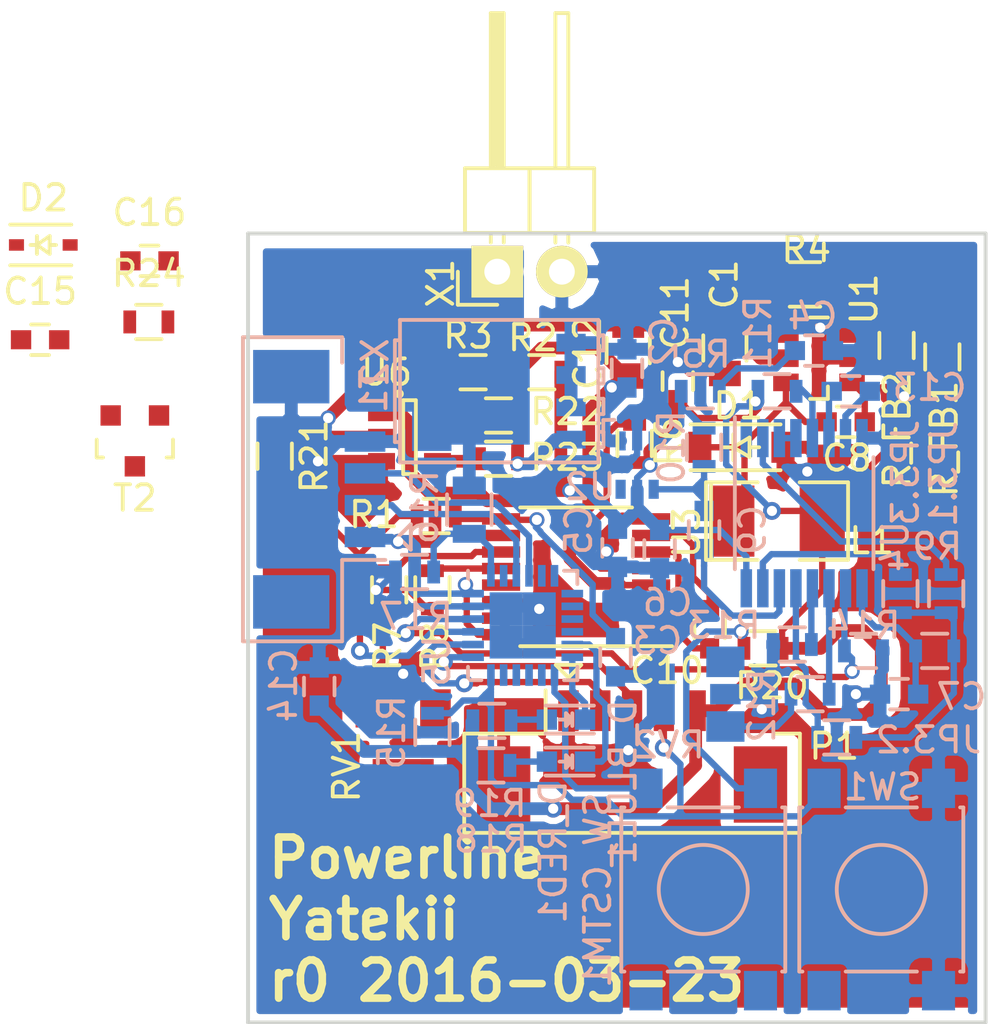
<source format=kicad_pcb>
(kicad_pcb (version 4) (host pcbnew 4.0.1-2.fc23-product)

  (general
    (links 138)
    (no_connects 10)
    (area 143.924999 74.924999 173.075001 106.075001)
    (thickness 1.6)
    (drawings 6)
    (tracks 554)
    (zones 0)
    (modules 65)
    (nets 73)
  )

  (page A4)
  (layers
    (0 F.Cu signal)
    (31 B.Cu signal)
    (32 B.Adhes user)
    (33 F.Adhes user)
    (34 B.Paste user)
    (35 F.Paste user)
    (36 B.SilkS user)
    (37 F.SilkS user)
    (38 B.Mask user)
    (39 F.Mask user)
    (40 Dwgs.User user)
    (41 Cmts.User user)
    (42 Eco1.User user)
    (43 Eco2.User user)
    (44 Edge.Cuts user)
    (45 Margin user)
    (46 B.CrtYd user)
    (47 F.CrtYd user)
    (48 B.Fab user hide)
    (49 F.Fab user hide)
  )

  (setup
    (last_trace_width 0.25)
    (user_trace_width 0.5)
    (trace_clearance 0.2)
    (zone_clearance 0.254)
    (zone_45_only no)
    (trace_min 0.2)
    (segment_width 0.2)
    (edge_width 0.15)
    (via_size 0.6)
    (via_drill 0.4)
    (via_min_size 0.4)
    (via_min_drill 0.3)
    (user_via 0.7 0.4)
    (uvia_size 0.3)
    (uvia_drill 0.1)
    (uvias_allowed no)
    (uvia_min_size 0.2)
    (uvia_min_drill 0.1)
    (pcb_text_width 0.3)
    (pcb_text_size 1.5 1.5)
    (mod_edge_width 0.15)
    (mod_text_size 1 1)
    (mod_text_width 0.15)
    (pad_size 2.1 3)
    (pad_drill 0)
    (pad_to_mask_clearance 0.2)
    (aux_axis_origin 0 0)
    (grid_origin 144.3 75)
    (visible_elements 7FFFFFFF)
    (pcbplotparams
      (layerselection 0x00030_80000001)
      (usegerberextensions false)
      (excludeedgelayer true)
      (linewidth 0.100000)
      (plotframeref false)
      (viasonmask false)
      (mode 1)
      (useauxorigin false)
      (hpglpennumber 1)
      (hpglpenspeed 20)
      (hpglpendiameter 15)
      (hpglpenoverlay 2)
      (psnegative false)
      (psa4output false)
      (plotreference true)
      (plotvalue true)
      (plotinvisibletext false)
      (padsonsilk false)
      (subtractmaskfromsilk false)
      (outputformat 1)
      (mirror false)
      (drillshape 1)
      (scaleselection 1)
      (outputdirectory ""))
  )

  (net 0 "")
  (net 1 /coupling)
  (net 2 GND)
  (net 3 +3V3)
  (net 4 VCC)
  (net 5 /BLUE_ON)
  (net 6 "Net-(D_BLUE1-Pad2)")
  (net 7 /RED_ON)
  (net 8 "Net-(D_RED1-Pad2)")
  (net 9 /JP2)
  (net 10 "Net-(JP3.1-Pad1)")
  (net 11 /VCOin)
  (net 12 "Net-(JP3.2-Pad2)")
  (net 13 "Net-(JP3.3-Pad2)")
  (net 14 "Net-(P1-Pad2)")
  (net 15 "Net-(P1-Pad3)")
  (net 16 "Net-(P1-Pad4)")
  (net 17 /TX1_in)
  (net 18 /SHD)
  (net 19 /adc_0)
  (net 20 "Net-(R10-Pad2)")
  (net 21 "Net-(RV1-Pad1)")
  (net 22 "Net-(RV2-Pad1)")
  (net 23 "Net-(R_FB1-Pad2)")
  (net 24 /SW_CSTM)
  (net 25 "Net-(U3-Pad1)")
  (net 26 /RX1_out)
  (net 27 "Net-(C3-Pad1)")
  (net 28 "Net-(C4-Pad1)")
  (net 29 "Net-(C7-Pad1)")
  (net 30 "Net-(C8-Pad1)")
  (net 31 "Net-(C8-Pad2)")
  (net 32 "Net-(C9-Pad1)")
  (net 33 "Net-(C9-Pad2)")
  (net 34 "Net-(C10-Pad1)")
  (net 35 "Net-(C10-Pad2)")
  (net 36 "Net-(C13-Pad1)")
  (net 37 "Net-(C13-Pad2)")
  (net 38 "Net-(R6-Pad2)")
  (net 39 "Net-(R7-Pad1)")
  (net 40 "Net-(R7-Pad2)")
  (net 41 "Net-(R8-Pad1)")
  (net 42 "Net-(R11-Pad1)")
  (net 43 "Net-(R12-Pad1)")
  (net 44 "Net-(R12-Pad2)")
  (net 45 "Net-(R13-Pad1)")
  (net 46 "Net-(R20-Pad2)")
  (net 47 "Net-(U3-Pad2)")
  (net 48 "Net-(U3-Pad3)")
  (net 49 "Net-(U3-Pad10)")
  (net 50 "Net-(U3-Pad13)")
  (net 51 "Net-(U3-Pad15)")
  (net 52 "Net-(U4-Pad1)")
  (net 53 "Net-(U5-Pad2)")
  (net 54 "Net-(U5-Pad3)")
  (net 55 "Net-(U5-Pad4)")
  (net 56 "Net-(U5-Pad5)")
  (net 57 "Net-(U5-Pad6)")
  (net 58 "Net-(U5-Pad7)")
  (net 59 "Net-(U5-Pad8)")
  (net 60 "Net-(U5-Pad9)")
  (net 61 "Net-(U5-Pad10)")
  (net 62 "Net-(U5-Pad14)")
  (net 63 "Net-(U5-Pad15)")
  (net 64 "Net-(U5-Pad16)")
  (net 65 "Net-(U5-Pad17)")
  (net 66 "Net-(R22-Pad2)")
  (net 67 "Net-(R21-Pad2)")
  (net 68 "Net-(R23-Pad2)")
  (net 69 "Net-(R22-Pad1)")
  (net 70 "Net-(C1-Pad1)")
  (net 71 "Net-(D2-Pad2)")
  (net 72 "Net-(R4-Pad1)")

  (net_class Default "This is the default net class."
    (clearance 0.2)
    (trace_width 0.25)
    (via_dia 0.6)
    (via_drill 0.4)
    (uvia_dia 0.3)
    (uvia_drill 0.1)
    (add_net +3V3)
    (add_net /BLUE_ON)
    (add_net /JP2)
    (add_net /RED_ON)
    (add_net /RX1_out)
    (add_net /SHD)
    (add_net /SW_CSTM)
    (add_net /TX1_in)
    (add_net /VCOin)
    (add_net /adc_0)
    (add_net /coupling)
    (add_net GND)
    (add_net "Net-(C1-Pad1)")
    (add_net "Net-(C10-Pad1)")
    (add_net "Net-(C10-Pad2)")
    (add_net "Net-(C13-Pad1)")
    (add_net "Net-(C13-Pad2)")
    (add_net "Net-(C3-Pad1)")
    (add_net "Net-(C4-Pad1)")
    (add_net "Net-(C7-Pad1)")
    (add_net "Net-(C8-Pad1)")
    (add_net "Net-(C8-Pad2)")
    (add_net "Net-(C9-Pad1)")
    (add_net "Net-(C9-Pad2)")
    (add_net "Net-(D2-Pad2)")
    (add_net "Net-(D_BLUE1-Pad2)")
    (add_net "Net-(D_RED1-Pad2)")
    (add_net "Net-(JP3.1-Pad1)")
    (add_net "Net-(JP3.2-Pad2)")
    (add_net "Net-(JP3.3-Pad2)")
    (add_net "Net-(P1-Pad2)")
    (add_net "Net-(P1-Pad3)")
    (add_net "Net-(P1-Pad4)")
    (add_net "Net-(R10-Pad2)")
    (add_net "Net-(R11-Pad1)")
    (add_net "Net-(R12-Pad1)")
    (add_net "Net-(R12-Pad2)")
    (add_net "Net-(R13-Pad1)")
    (add_net "Net-(R20-Pad2)")
    (add_net "Net-(R21-Pad2)")
    (add_net "Net-(R22-Pad1)")
    (add_net "Net-(R22-Pad2)")
    (add_net "Net-(R23-Pad2)")
    (add_net "Net-(R4-Pad1)")
    (add_net "Net-(R6-Pad2)")
    (add_net "Net-(R7-Pad1)")
    (add_net "Net-(R7-Pad2)")
    (add_net "Net-(R8-Pad1)")
    (add_net "Net-(RV1-Pad1)")
    (add_net "Net-(RV2-Pad1)")
    (add_net "Net-(R_FB1-Pad2)")
    (add_net "Net-(U3-Pad1)")
    (add_net "Net-(U3-Pad10)")
    (add_net "Net-(U3-Pad13)")
    (add_net "Net-(U3-Pad15)")
    (add_net "Net-(U3-Pad2)")
    (add_net "Net-(U3-Pad3)")
    (add_net "Net-(U4-Pad1)")
    (add_net "Net-(U5-Pad10)")
    (add_net "Net-(U5-Pad14)")
    (add_net "Net-(U5-Pad15)")
    (add_net "Net-(U5-Pad16)")
    (add_net "Net-(U5-Pad17)")
    (add_net "Net-(U5-Pad2)")
    (add_net "Net-(U5-Pad3)")
    (add_net "Net-(U5-Pad4)")
    (add_net "Net-(U5-Pad5)")
    (add_net "Net-(U5-Pad6)")
    (add_net "Net-(U5-Pad7)")
    (add_net "Net-(U5-Pad8)")
    (add_net "Net-(U5-Pad9)")
    (add_net VCC)
  )

  (net_class pro4_default ""
    (clearance 0.25)
    (trace_width 0.2)
    (via_dia 0.7)
    (via_drill 0.4)
    (uvia_dia 0.3)
    (uvia_drill 0.1)
  )

  (module Resistors_SMD:R_0603 (layer F.Cu) (tedit 5415CC62) (tstamp 56F264D5)
    (at 153.85 83.85 180)
    (descr "Resistor SMD 0603, reflow soldering, Vishay (see dcrcw.pdf)")
    (tags "resistor 0603")
    (path /56F139BA)
    (attr smd)
    (fp_text reference R23 (at -2.7 0.05 180) (layer F.SilkS)
      (effects (font (size 1 1) (thickness 0.15)))
    )
    (fp_text value 0R (at 0 1.9 180) (layer F.Fab)
      (effects (font (size 1 1) (thickness 0.15)))
    )
    (fp_line (start -1.3 -0.8) (end 1.3 -0.8) (layer F.CrtYd) (width 0.05))
    (fp_line (start -1.3 0.8) (end 1.3 0.8) (layer F.CrtYd) (width 0.05))
    (fp_line (start -1.3 -0.8) (end -1.3 0.8) (layer F.CrtYd) (width 0.05))
    (fp_line (start 1.3 -0.8) (end 1.3 0.8) (layer F.CrtYd) (width 0.05))
    (fp_line (start 0.5 0.675) (end -0.5 0.675) (layer F.SilkS) (width 0.15))
    (fp_line (start -0.5 -0.675) (end 0.5 -0.675) (layer F.SilkS) (width 0.15))
    (pad 1 smd rect (at -0.75 0 180) (size 0.5 0.9) (layers F.Cu F.Paste F.Mask)
      (net 66 "Net-(R22-Pad2)"))
    (pad 2 smd rect (at 0.75 0 180) (size 0.5 0.9) (layers F.Cu F.Paste F.Mask)
      (net 68 "Net-(R23-Pad2)"))
    (model Resistors_SMD.3dshapes/R_0603.wrl
      (at (xyz 0 0 0))
      (scale (xyz 1 1 1))
      (rotate (xyz 0 0 0))
    )
  )

  (module Resistors_SMD:R_0603 (layer F.Cu) (tedit 5415CC62) (tstamp 56F264CF)
    (at 153.85 82.15)
    (descr "Resistor SMD 0603, reflow soldering, Vishay (see dcrcw.pdf)")
    (tags "resistor 0603")
    (path /56F13885)
    (attr smd)
    (fp_text reference R22 (at 2.7 -0.15) (layer F.SilkS)
      (effects (font (size 1 1) (thickness 0.15)))
    )
    (fp_text value 0R (at 0 1.9) (layer F.Fab)
      (effects (font (size 1 1) (thickness 0.15)))
    )
    (fp_line (start -1.3 -0.8) (end 1.3 -0.8) (layer F.CrtYd) (width 0.05))
    (fp_line (start -1.3 0.8) (end 1.3 0.8) (layer F.CrtYd) (width 0.05))
    (fp_line (start -1.3 -0.8) (end -1.3 0.8) (layer F.CrtYd) (width 0.05))
    (fp_line (start 1.3 -0.8) (end 1.3 0.8) (layer F.CrtYd) (width 0.05))
    (fp_line (start 0.5 0.675) (end -0.5 0.675) (layer F.SilkS) (width 0.15))
    (fp_line (start -0.5 -0.675) (end 0.5 -0.675) (layer F.SilkS) (width 0.15))
    (pad 1 smd rect (at -0.75 0) (size 0.5 0.9) (layers F.Cu F.Paste F.Mask)
      (net 69 "Net-(R22-Pad1)"))
    (pad 2 smd rect (at 0.75 0) (size 0.5 0.9) (layers F.Cu F.Paste F.Mask)
      (net 66 "Net-(R22-Pad2)"))
    (model Resistors_SMD.3dshapes/R_0603.wrl
      (at (xyz 0 0 0))
      (scale (xyz 1 1 1))
      (rotate (xyz 0 0 0))
    )
  )

  (module Resistors_SMD:R_0603 (layer F.Cu) (tedit 5415CC62) (tstamp 56F264C9)
    (at 145.05 83.75 90)
    (descr "Resistor SMD 0603, reflow soldering, Vishay (see dcrcw.pdf)")
    (tags "resistor 0603")
    (path /56F15639)
    (attr smd)
    (fp_text reference R21 (at 0 1.55 90) (layer F.SilkS)
      (effects (font (size 1 1) (thickness 0.15)))
    )
    (fp_text value 1k (at 0 1.9 90) (layer F.Fab)
      (effects (font (size 1 1) (thickness 0.15)))
    )
    (fp_line (start -1.3 -0.8) (end 1.3 -0.8) (layer F.CrtYd) (width 0.05))
    (fp_line (start -1.3 0.8) (end 1.3 0.8) (layer F.CrtYd) (width 0.05))
    (fp_line (start -1.3 -0.8) (end -1.3 0.8) (layer F.CrtYd) (width 0.05))
    (fp_line (start 1.3 -0.8) (end 1.3 0.8) (layer F.CrtYd) (width 0.05))
    (fp_line (start 0.5 0.675) (end -0.5 0.675) (layer F.SilkS) (width 0.15))
    (fp_line (start -0.5 -0.675) (end 0.5 -0.675) (layer F.SilkS) (width 0.15))
    (pad 1 smd rect (at -0.75 0 90) (size 0.5 0.9) (layers F.Cu F.Paste F.Mask)
      (net 17 /TX1_in))
    (pad 2 smd rect (at 0.75 0 90) (size 0.5 0.9) (layers F.Cu F.Paste F.Mask)
      (net 67 "Net-(R21-Pad2)"))
    (model Resistors_SMD.3dshapes/R_0603.wrl
      (at (xyz 0 0 0))
      (scale (xyz 1 1 1))
      (rotate (xyz 0 0 0))
    )
  )

  (module TO_SOT_Packages_SMD:SOT-23-6 (layer F.Cu) (tedit 53DE8DE3) (tstamp 56F2638A)
    (at 150.35 83)
    (descr "6-pin SOT-23 package")
    (tags SOT-23-6)
    (path /56F132CC)
    (attr smd)
    (fp_text reference U6 (at -0.9 -2.55) (layer F.SilkS)
      (effects (font (size 1 1) (thickness 0.15)))
    )
    (fp_text value ZXGD3005E6_ (at 0 2.9) (layer F.Fab)
      (effects (font (size 1 1) (thickness 0.15)))
    )
    (fp_circle (center -0.4 -1.7) (end -0.3 -1.7) (layer F.SilkS) (width 0.15))
    (fp_line (start 0.25 -1.45) (end -0.25 -1.45) (layer F.SilkS) (width 0.15))
    (fp_line (start 0.25 1.45) (end 0.25 -1.45) (layer F.SilkS) (width 0.15))
    (fp_line (start -0.25 1.45) (end 0.25 1.45) (layer F.SilkS) (width 0.15))
    (fp_line (start -0.25 -1.45) (end -0.25 1.45) (layer F.SilkS) (width 0.15))
    (pad 1 smd rect (at -1.1 -0.95) (size 1.06 0.65) (layers F.Cu F.Paste F.Mask)
      (net 3 +3V3))
    (pad 2 smd rect (at -1.1 0) (size 1.06 0.65) (layers F.Cu F.Paste F.Mask)
      (net 67 "Net-(R21-Pad2)"))
    (pad 3 smd rect (at -1.1 0.95) (size 1.06 0.65) (layers F.Cu F.Paste F.Mask)
      (net 2 GND))
    (pad 4 smd rect (at 1.1 0.95) (size 1.06 0.65) (layers F.Cu F.Paste F.Mask)
      (net 68 "Net-(R23-Pad2)"))
    (pad 6 smd rect (at 1.1 -0.95) (size 1.06 0.65) (layers F.Cu F.Paste F.Mask)
      (net 69 "Net-(R22-Pad1)"))
    (pad 5 smd rect (at 1.1 0) (size 1.06 0.65) (layers F.Cu F.Paste F.Mask))
    (model TO_SOT_Packages_SMD.3dshapes/SOT-23-6.wrl
      (at (xyz 0 0 0))
      (scale (xyz 1 1 1))
      (rotate (xyz 0 0 0))
    )
  )

  (module Resistors_SMD:R_0805 (layer B.Cu) (tedit 5415CDEB) (tstamp 56E5B939)
    (at 152.7 85.85 270)
    (descr "Resistor SMD 0805, reflow soldering, Vishay (see dcrcw.pdf)")
    (tags "resistor 0805")
    (path /56E6C8CD)
    (attr smd)
    (fp_text reference R16 (at -0.1 1.75 270) (layer B.SilkS)
      (effects (font (size 1 1) (thickness 0.15)) (justify mirror))
    )
    (fp_text value 600k (at 0 -2.1 270) (layer B.Fab)
      (effects (font (size 1 1) (thickness 0.15)) (justify mirror))
    )
    (fp_line (start -1.6 1) (end 1.6 1) (layer B.CrtYd) (width 0.05))
    (fp_line (start -1.6 -1) (end 1.6 -1) (layer B.CrtYd) (width 0.05))
    (fp_line (start -1.6 1) (end -1.6 -1) (layer B.CrtYd) (width 0.05))
    (fp_line (start 1.6 1) (end 1.6 -1) (layer B.CrtYd) (width 0.05))
    (fp_line (start 0.6 -0.875) (end -0.6 -0.875) (layer B.SilkS) (width 0.15))
    (fp_line (start -0.6 0.875) (end 0.6 0.875) (layer B.SilkS) (width 0.15))
    (pad 1 smd rect (at -0.95 0 270) (size 0.7 1.3) (layers B.Cu B.Paste B.Mask)
      (net 4 VCC))
    (pad 2 smd rect (at 0.95 0 270) (size 0.7 1.3) (layers B.Cu B.Paste B.Mask)
      (net 19 /adc_0))
    (model Resistors_SMD.3dshapes/R_0805.wrl
      (at (xyz 0 0 0))
      (scale (xyz 1 1 1))
      (rotate (xyz 0 0 0))
    )
  )

  (module Resistors_SMD:R_0603 (layer F.Cu) (tedit 5415CC62) (tstamp 56E5B927)
    (at 159.2 83.25 90)
    (descr "Resistor SMD 0603, reflow soldering, Vishay (see dcrcw.pdf)")
    (tags "resistor 0603")
    (path /56DE1837)
    (attr smd)
    (fp_text reference R6 (at 0.075 1.35 90) (layer F.SilkS)
      (effects (font (size 1 1) (thickness 0.15)))
    )
    (fp_text value 10k (at 0 1.9 90) (layer F.Fab)
      (effects (font (size 1 1) (thickness 0.15)))
    )
    (fp_line (start -1.3 -0.8) (end 1.3 -0.8) (layer F.CrtYd) (width 0.05))
    (fp_line (start -1.3 0.8) (end 1.3 0.8) (layer F.CrtYd) (width 0.05))
    (fp_line (start -1.3 -0.8) (end -1.3 0.8) (layer F.CrtYd) (width 0.05))
    (fp_line (start 1.3 -0.8) (end 1.3 0.8) (layer F.CrtYd) (width 0.05))
    (fp_line (start 0.5 0.675) (end -0.5 0.675) (layer F.SilkS) (width 0.15))
    (fp_line (start -0.5 -0.675) (end 0.5 -0.675) (layer F.SilkS) (width 0.15))
    (pad 1 smd rect (at -0.75 0 90) (size 0.5 0.9) (layers F.Cu F.Paste F.Mask)
      (net 3 +3V3))
    (pad 2 smd rect (at 0.75 0 90) (size 0.5 0.9) (layers F.Cu F.Paste F.Mask)
      (net 38 "Net-(R6-Pad2)"))
    (model Resistors_SMD.3dshapes/R_0603.wrl
      (at (xyz 0 0 0))
      (scale (xyz 1 1 1))
      (rotate (xyz 0 0 0))
    )
  )

  (module Resistors_SMD:R_0603 (layer B.Cu) (tedit 5415CC62) (tstamp 56E5B933)
    (at 168.2 91.4 180)
    (descr "Resistor SMD 0603, reflow soldering, Vishay (see dcrcw.pdf)")
    (tags "resistor 0603")
    (path /56E02E09)
    (attr smd)
    (fp_text reference R14 (at 0 1 180) (layer B.SilkS)
      (effects (font (size 1 1) (thickness 0.15)) (justify mirror))
    )
    (fp_text value 50k (at 0 -1.9 180) (layer B.Fab)
      (effects (font (size 1 1) (thickness 0.15)) (justify mirror))
    )
    (fp_line (start -1.3 0.8) (end 1.3 0.8) (layer B.CrtYd) (width 0.05))
    (fp_line (start -1.3 -0.8) (end 1.3 -0.8) (layer B.CrtYd) (width 0.05))
    (fp_line (start -1.3 0.8) (end -1.3 -0.8) (layer B.CrtYd) (width 0.05))
    (fp_line (start 1.3 0.8) (end 1.3 -0.8) (layer B.CrtYd) (width 0.05))
    (fp_line (start 0.5 -0.675) (end -0.5 -0.675) (layer B.SilkS) (width 0.15))
    (fp_line (start -0.5 0.675) (end 0.5 0.675) (layer B.SilkS) (width 0.15))
    (pad 1 smd rect (at -0.75 0 180) (size 0.5 0.9) (layers B.Cu B.Paste B.Mask)
      (net 2 GND))
    (pad 2 smd rect (at 0.75 0 180) (size 0.5 0.9) (layers B.Cu B.Paste B.Mask)
      (net 26 /RX1_out))
    (model Resistors_SMD.3dshapes/R_0603.wrl
      (at (xyz 0 0 0))
      (scale (xyz 1 1 1))
      (rotate (xyz 0 0 0))
    )
  )

  (module Resistors_SMD:R_0603 (layer B.Cu) (tedit 5415CC62) (tstamp 56E5B8FD)
    (at 165.4 91.15 180)
    (descr "Resistor SMD 0603, reflow soldering, Vishay (see dcrcw.pdf)")
    (tags "resistor 0603")
    (path /56E02F27)
    (attr smd)
    (fp_text reference R13 (at 2.7 0.75 180) (layer B.SilkS)
      (effects (font (size 1 1) (thickness 0.15)) (justify mirror))
    )
    (fp_text value R_Small (at 0 -1.9 180) (layer B.Fab)
      (effects (font (size 1 1) (thickness 0.15)) (justify mirror))
    )
    (fp_line (start -1.3 0.8) (end 1.3 0.8) (layer B.CrtYd) (width 0.05))
    (fp_line (start -1.3 -0.8) (end 1.3 -0.8) (layer B.CrtYd) (width 0.05))
    (fp_line (start -1.3 0.8) (end -1.3 -0.8) (layer B.CrtYd) (width 0.05))
    (fp_line (start 1.3 0.8) (end 1.3 -0.8) (layer B.CrtYd) (width 0.05))
    (fp_line (start 0.5 -0.675) (end -0.5 -0.675) (layer B.SilkS) (width 0.15))
    (fp_line (start -0.5 0.675) (end 0.5 0.675) (layer B.SilkS) (width 0.15))
    (pad 1 smd rect (at -0.75 0 180) (size 0.5 0.9) (layers B.Cu B.Paste B.Mask)
      (net 45 "Net-(R13-Pad1)"))
    (pad 2 smd rect (at 0.75 0 180) (size 0.5 0.9) (layers B.Cu B.Paste B.Mask)
      (net 2 GND))
    (model Resistors_SMD.3dshapes/R_0603.wrl
      (at (xyz 0 0 0))
      (scale (xyz 1 1 1))
      (rotate (xyz 0 0 0))
    )
  )

  (module Capacitors_SMD:C_0603 (layer B.Cu) (tedit 5415D631) (tstamp 56E5B85E)
    (at 158.9 80.3 90)
    (descr "Capacitor SMD 0603, reflow soldering, AVX (see smccp.pdf)")
    (tags "capacitor 0603")
    (path /56E804A0)
    (attr smd)
    (fp_text reference C2 (at 1.05 1.45 90) (layer B.SilkS)
      (effects (font (size 1 1) (thickness 0.15)) (justify mirror))
    )
    (fp_text value C_Small (at 0 -1.9 90) (layer B.Fab)
      (effects (font (size 1 1) (thickness 0.15)) (justify mirror))
    )
    (fp_line (start -1.45 0.75) (end 1.45 0.75) (layer B.CrtYd) (width 0.05))
    (fp_line (start -1.45 -0.75) (end 1.45 -0.75) (layer B.CrtYd) (width 0.05))
    (fp_line (start -1.45 0.75) (end -1.45 -0.75) (layer B.CrtYd) (width 0.05))
    (fp_line (start 1.45 0.75) (end 1.45 -0.75) (layer B.CrtYd) (width 0.05))
    (fp_line (start -0.35 0.6) (end 0.35 0.6) (layer B.SilkS) (width 0.15))
    (fp_line (start 0.35 -0.6) (end -0.35 -0.6) (layer B.SilkS) (width 0.15))
    (pad 1 smd rect (at -0.75 0 90) (size 0.8 0.75) (layers B.Cu B.Paste B.Mask)
      (net 1 /coupling))
    (pad 2 smd rect (at 0.75 0 90) (size 0.8 0.75) (layers B.Cu B.Paste B.Mask)
      (net 2 GND))
    (model Capacitors_SMD.3dshapes/C_0603.wrl
      (at (xyz 0 0 0))
      (scale (xyz 1 1 1))
      (rotate (xyz 0 0 0))
    )
  )

  (module Capacitors_SMD:C_0603 (layer B.Cu) (tedit 5415D631) (tstamp 56E5B864)
    (at 167.7 81.2)
    (descr "Capacitor SMD 0603, reflow soldering, AVX (see smccp.pdf)")
    (tags "capacitor 0603")
    (path /56E02FC0)
    (attr smd)
    (fp_text reference C13 (at 3.1 -0.15) (layer B.SilkS)
      (effects (font (size 1 1) (thickness 0.15)) (justify mirror))
    )
    (fp_text value C_Small (at 0 -1.9) (layer B.Fab)
      (effects (font (size 1 1) (thickness 0.15)) (justify mirror))
    )
    (fp_line (start -1.45 0.75) (end 1.45 0.75) (layer B.CrtYd) (width 0.05))
    (fp_line (start -1.45 -0.75) (end 1.45 -0.75) (layer B.CrtYd) (width 0.05))
    (fp_line (start -1.45 0.75) (end -1.45 -0.75) (layer B.CrtYd) (width 0.05))
    (fp_line (start 1.45 0.75) (end 1.45 -0.75) (layer B.CrtYd) (width 0.05))
    (fp_line (start -0.35 0.6) (end 0.35 0.6) (layer B.SilkS) (width 0.15))
    (fp_line (start 0.35 -0.6) (end -0.35 -0.6) (layer B.SilkS) (width 0.15))
    (pad 1 smd rect (at -0.75 0) (size 0.8 0.75) (layers B.Cu B.Paste B.Mask)
      (net 36 "Net-(C13-Pad1)"))
    (pad 2 smd rect (at 0.75 0) (size 0.8 0.75) (layers B.Cu B.Paste B.Mask)
      (net 37 "Net-(C13-Pad2)"))
    (model Capacitors_SMD.3dshapes/C_0603.wrl
      (at (xyz 0 0 0))
      (scale (xyz 1 1 1))
      (rotate (xyz 0 0 0))
    )
  )

  (module Capacitors_SMD:C_0603 (layer F.Cu) (tedit 5415D631) (tstamp 56E5B86A)
    (at 162.15 90.55 90)
    (descr "Capacitor SMD 0603, reflow soldering, AVX (see smccp.pdf)")
    (tags "capacitor 0603")
    (path /56DE088F)
    (attr smd)
    (fp_text reference C10 (at -1.625 -1.675 360) (layer F.SilkS)
      (effects (font (size 1 1) (thickness 0.15)))
    )
    (fp_text value C_Small (at 0 1.9 90) (layer F.Fab)
      (effects (font (size 1 1) (thickness 0.15)))
    )
    (fp_line (start -1.45 -0.75) (end 1.45 -0.75) (layer F.CrtYd) (width 0.05))
    (fp_line (start -1.45 0.75) (end 1.45 0.75) (layer F.CrtYd) (width 0.05))
    (fp_line (start -1.45 -0.75) (end -1.45 0.75) (layer F.CrtYd) (width 0.05))
    (fp_line (start 1.45 -0.75) (end 1.45 0.75) (layer F.CrtYd) (width 0.05))
    (fp_line (start -0.35 -0.6) (end 0.35 -0.6) (layer F.SilkS) (width 0.15))
    (fp_line (start 0.35 0.6) (end -0.35 0.6) (layer F.SilkS) (width 0.15))
    (pad 1 smd rect (at -0.75 0 90) (size 0.8 0.75) (layers F.Cu F.Paste F.Mask)
      (net 34 "Net-(C10-Pad1)"))
    (pad 2 smd rect (at 0.75 0 90) (size 0.8 0.75) (layers F.Cu F.Paste F.Mask)
      (net 35 "Net-(C10-Pad2)"))
    (model Capacitors_SMD.3dshapes/C_0603.wrl
      (at (xyz 0 0 0))
      (scale (xyz 1 1 1))
      (rotate (xyz 0 0 0))
    )
  )

  (module Capacitors_SMD:C_0603 (layer B.Cu) (tedit 5415D631) (tstamp 56E5B870)
    (at 166.25 79.6)
    (descr "Capacitor SMD 0603, reflow soldering, AVX (see smccp.pdf)")
    (tags "capacitor 0603")
    (path /56E85D2B)
    (attr smd)
    (fp_text reference C4 (at -0.05 -1.35) (layer B.SilkS)
      (effects (font (size 1 1) (thickness 0.15)) (justify mirror))
    )
    (fp_text value C_Small (at 0 -1.9) (layer B.Fab)
      (effects (font (size 1 1) (thickness 0.15)) (justify mirror))
    )
    (fp_line (start -1.45 0.75) (end 1.45 0.75) (layer B.CrtYd) (width 0.05))
    (fp_line (start -1.45 -0.75) (end 1.45 -0.75) (layer B.CrtYd) (width 0.05))
    (fp_line (start -1.45 0.75) (end -1.45 -0.75) (layer B.CrtYd) (width 0.05))
    (fp_line (start 1.45 0.75) (end 1.45 -0.75) (layer B.CrtYd) (width 0.05))
    (fp_line (start -0.35 0.6) (end 0.35 0.6) (layer B.SilkS) (width 0.15))
    (fp_line (start 0.35 -0.6) (end -0.35 -0.6) (layer B.SilkS) (width 0.15))
    (pad 1 smd rect (at -0.75 0) (size 0.8 0.75) (layers B.Cu B.Paste B.Mask)
      (net 28 "Net-(C4-Pad1)"))
    (pad 2 smd rect (at 0.75 0) (size 0.8 0.75) (layers B.Cu B.Paste B.Mask)
      (net 2 GND))
    (model Capacitors_SMD.3dshapes/C_0603.wrl
      (at (xyz 0 0 0))
      (scale (xyz 1 1 1))
      (rotate (xyz 0 0 0))
    )
  )

  (module Capacitors_SMD:C_0603 (layer B.Cu) (tedit 5415D631) (tstamp 56E5B876)
    (at 169.6 93.1 180)
    (descr "Capacitor SMD 0603, reflow soldering, AVX (see smccp.pdf)")
    (tags "capacitor 0603")
    (path /56E07C25)
    (attr smd)
    (fp_text reference C7 (at -2.45 -0.1 180) (layer B.SilkS)
      (effects (font (size 1 1) (thickness 0.15)) (justify mirror))
    )
    (fp_text value C_Small (at 0 -1.9 180) (layer B.Fab)
      (effects (font (size 1 1) (thickness 0.15)) (justify mirror))
    )
    (fp_line (start -1.45 0.75) (end 1.45 0.75) (layer B.CrtYd) (width 0.05))
    (fp_line (start -1.45 -0.75) (end 1.45 -0.75) (layer B.CrtYd) (width 0.05))
    (fp_line (start -1.45 0.75) (end -1.45 -0.75) (layer B.CrtYd) (width 0.05))
    (fp_line (start 1.45 0.75) (end 1.45 -0.75) (layer B.CrtYd) (width 0.05))
    (fp_line (start -0.35 0.6) (end 0.35 0.6) (layer B.SilkS) (width 0.15))
    (fp_line (start 0.35 -0.6) (end -0.35 -0.6) (layer B.SilkS) (width 0.15))
    (pad 1 smd rect (at -0.75 0 180) (size 0.8 0.75) (layers B.Cu B.Paste B.Mask)
      (net 29 "Net-(C7-Pad1)"))
    (pad 2 smd rect (at 0.75 0 180) (size 0.8 0.75) (layers B.Cu B.Paste B.Mask)
      (net 2 GND))
    (model Capacitors_SMD.3dshapes/C_0603.wrl
      (at (xyz 0 0 0))
      (scale (xyz 1 1 1))
      (rotate (xyz 0 0 0))
    )
  )

  (module Capacitors_SMD:C_0603 (layer B.Cu) (tedit 5415D631) (tstamp 56E5B87C)
    (at 158.45 91.65 270)
    (descr "Capacitor SMD 0603, reflow soldering, AVX (see smccp.pdf)")
    (tags "capacitor 0603")
    (path /56DE1352)
    (attr smd)
    (fp_text reference C3 (at -0.65 -1.65 360) (layer B.SilkS)
      (effects (font (size 1 1) (thickness 0.15)) (justify mirror))
    )
    (fp_text value C_Small (at 0 -1.9 270) (layer B.Fab)
      (effects (font (size 1 1) (thickness 0.15)) (justify mirror))
    )
    (fp_line (start -1.45 0.75) (end 1.45 0.75) (layer B.CrtYd) (width 0.05))
    (fp_line (start -1.45 -0.75) (end 1.45 -0.75) (layer B.CrtYd) (width 0.05))
    (fp_line (start -1.45 0.75) (end -1.45 -0.75) (layer B.CrtYd) (width 0.05))
    (fp_line (start 1.45 0.75) (end 1.45 -0.75) (layer B.CrtYd) (width 0.05))
    (fp_line (start -0.35 0.6) (end 0.35 0.6) (layer B.SilkS) (width 0.15))
    (fp_line (start 0.35 -0.6) (end -0.35 -0.6) (layer B.SilkS) (width 0.15))
    (pad 1 smd rect (at -0.75 0 270) (size 0.8 0.75) (layers B.Cu B.Paste B.Mask)
      (net 27 "Net-(C3-Pad1)"))
    (pad 2 smd rect (at 0.75 0 270) (size 0.8 0.75) (layers B.Cu B.Paste B.Mask)
      (net 2 GND))
    (model Capacitors_SMD.3dshapes/C_0603.wrl
      (at (xyz 0 0 0))
      (scale (xyz 1 1 1))
      (rotate (xyz 0 0 0))
    )
  )

  (module Capacitors_SMD:C_0603 (layer B.Cu) (tedit 5415D631) (tstamp 56E5B882)
    (at 158.532228 87.35 270)
    (descr "Capacitor SMD 0603, reflow soldering, AVX (see smccp.pdf)")
    (tags "capacitor 0603")
    (path /56E800CE)
    (attr smd)
    (fp_text reference C5 (at -0.7 1.532228 270) (layer B.SilkS)
      (effects (font (size 1 1) (thickness 0.15)) (justify mirror))
    )
    (fp_text value 0.1u (at 0 -1.9 270) (layer B.Fab)
      (effects (font (size 1 1) (thickness 0.15)) (justify mirror))
    )
    (fp_line (start -1.45 0.75) (end 1.45 0.75) (layer B.CrtYd) (width 0.05))
    (fp_line (start -1.45 -0.75) (end 1.45 -0.75) (layer B.CrtYd) (width 0.05))
    (fp_line (start -1.45 0.75) (end -1.45 -0.75) (layer B.CrtYd) (width 0.05))
    (fp_line (start 1.45 0.75) (end 1.45 -0.75) (layer B.CrtYd) (width 0.05))
    (fp_line (start -0.35 0.6) (end 0.35 0.6) (layer B.SilkS) (width 0.15))
    (fp_line (start 0.35 -0.6) (end -0.35 -0.6) (layer B.SilkS) (width 0.15))
    (pad 1 smd rect (at -0.75 0 270) (size 0.8 0.75) (layers B.Cu B.Paste B.Mask)
      (net 3 +3V3))
    (pad 2 smd rect (at 0.75 0 270) (size 0.8 0.75) (layers B.Cu B.Paste B.Mask)
      (net 2 GND))
    (model Capacitors_SMD.3dshapes/C_0603.wrl
      (at (xyz 0 0 0))
      (scale (xyz 1 1 1))
      (rotate (xyz 0 0 0))
    )
  )

  (module Capacitors_SMD:C_0603 (layer B.Cu) (tedit 5415D631) (tstamp 56E5B888)
    (at 160.182228 87.4 90)
    (descr "Capacitor SMD 0603, reflow soldering, AVX (see smccp.pdf)")
    (tags "capacitor 0603")
    (path /56E80191)
    (attr smd)
    (fp_text reference C6 (at -2.1 0.317772 180) (layer B.SilkS)
      (effects (font (size 1 1) (thickness 0.15)) (justify mirror))
    )
    (fp_text value 1u (at 0 -1.9 90) (layer B.Fab)
      (effects (font (size 1 1) (thickness 0.15)) (justify mirror))
    )
    (fp_line (start -1.45 0.75) (end 1.45 0.75) (layer B.CrtYd) (width 0.05))
    (fp_line (start -1.45 -0.75) (end 1.45 -0.75) (layer B.CrtYd) (width 0.05))
    (fp_line (start -1.45 0.75) (end -1.45 -0.75) (layer B.CrtYd) (width 0.05))
    (fp_line (start 1.45 0.75) (end 1.45 -0.75) (layer B.CrtYd) (width 0.05))
    (fp_line (start -0.35 0.6) (end 0.35 0.6) (layer B.SilkS) (width 0.15))
    (fp_line (start 0.35 -0.6) (end -0.35 -0.6) (layer B.SilkS) (width 0.15))
    (pad 1 smd rect (at -0.75 0 90) (size 0.8 0.75) (layers B.Cu B.Paste B.Mask)
      (net 2 GND))
    (pad 2 smd rect (at 0.75 0 90) (size 0.8 0.75) (layers B.Cu B.Paste B.Mask)
      (net 3 +3V3))
    (model Capacitors_SMD.3dshapes/C_0603.wrl
      (at (xyz 0 0 0))
      (scale (xyz 1 1 1))
      (rotate (xyz 0 0 0))
    )
  )

  (module Capacitors_SMD:C_0603 (layer B.Cu) (tedit 5415D631) (tstamp 56E5B88E)
    (at 161.932228 86.65 90)
    (descr "Capacitor SMD 0603, reflow soldering, AVX (see smccp.pdf)")
    (tags "capacitor 0603")
    (path /56E8192C)
    (attr smd)
    (fp_text reference C9 (at 0 1.9 90) (layer B.SilkS)
      (effects (font (size 1 1) (thickness 0.15)) (justify mirror))
    )
    (fp_text value C_Small (at 0 -1.9 90) (layer B.Fab)
      (effects (font (size 1 1) (thickness 0.15)) (justify mirror))
    )
    (fp_line (start -1.45 0.75) (end 1.45 0.75) (layer B.CrtYd) (width 0.05))
    (fp_line (start -1.45 -0.75) (end 1.45 -0.75) (layer B.CrtYd) (width 0.05))
    (fp_line (start -1.45 0.75) (end -1.45 -0.75) (layer B.CrtYd) (width 0.05))
    (fp_line (start 1.45 0.75) (end 1.45 -0.75) (layer B.CrtYd) (width 0.05))
    (fp_line (start -0.35 0.6) (end 0.35 0.6) (layer B.SilkS) (width 0.15))
    (fp_line (start 0.35 -0.6) (end -0.35 -0.6) (layer B.SilkS) (width 0.15))
    (pad 1 smd rect (at -0.75 0 90) (size 0.8 0.75) (layers B.Cu B.Paste B.Mask)
      (net 32 "Net-(C9-Pad1)"))
    (pad 2 smd rect (at 0.75 0 90) (size 0.8 0.75) (layers B.Cu B.Paste B.Mask)
      (net 33 "Net-(C9-Pad2)"))
    (model Capacitors_SMD.3dshapes/C_0603.wrl
      (at (xyz 0 0 0))
      (scale (xyz 1 1 1))
      (rotate (xyz 0 0 0))
    )
  )

  (module Capacitors_SMD:C_0603 (layer F.Cu) (tedit 5415D631) (tstamp 56E5B894)
    (at 167.5 82.4 180)
    (descr "Capacitor SMD 0603, reflow soldering, AVX (see smccp.pdf)")
    (tags "capacitor 0603")
    (path /56E0777A)
    (attr smd)
    (fp_text reference C8 (at -0.05 -1.425 180) (layer F.SilkS)
      (effects (font (size 1 1) (thickness 0.15)))
    )
    (fp_text value 100nF (at 0 1.9 180) (layer F.Fab)
      (effects (font (size 1 1) (thickness 0.15)))
    )
    (fp_line (start -1.45 -0.75) (end 1.45 -0.75) (layer F.CrtYd) (width 0.05))
    (fp_line (start -1.45 0.75) (end 1.45 0.75) (layer F.CrtYd) (width 0.05))
    (fp_line (start -1.45 -0.75) (end -1.45 0.75) (layer F.CrtYd) (width 0.05))
    (fp_line (start 1.45 -0.75) (end 1.45 0.75) (layer F.CrtYd) (width 0.05))
    (fp_line (start -0.35 -0.6) (end 0.35 -0.6) (layer F.SilkS) (width 0.15))
    (fp_line (start 0.35 0.6) (end -0.35 0.6) (layer F.SilkS) (width 0.15))
    (pad 1 smd rect (at -0.75 0 180) (size 0.8 0.75) (layers F.Cu F.Paste F.Mask)
      (net 30 "Net-(C8-Pad1)"))
    (pad 2 smd rect (at 0.75 0 180) (size 0.8 0.75) (layers F.Cu F.Paste F.Mask)
      (net 31 "Net-(C8-Pad2)"))
    (model Capacitors_SMD.3dshapes/C_0603.wrl
      (at (xyz 0 0 0))
      (scale (xyz 1 1 1))
      (rotate (xyz 0 0 0))
    )
  )

  (module Capacitors_SMD:C_0805 (layer F.Cu) (tedit 5415D6EA) (tstamp 56E5B89A)
    (at 158.95 79.6 270)
    (descr "Capacitor SMD 0805, reflow soldering, AVX (see smccp.pdf)")
    (tags "capacitor 0805")
    (path /56E566D3)
    (attr smd)
    (fp_text reference C12 (at 0.1 1.6 270) (layer F.SilkS)
      (effects (font (size 1 1) (thickness 0.15)))
    )
    (fp_text value C_Small (at 0 2.1 270) (layer F.Fab)
      (effects (font (size 1 1) (thickness 0.15)))
    )
    (fp_line (start -1.8 -1) (end 1.8 -1) (layer F.CrtYd) (width 0.05))
    (fp_line (start -1.8 1) (end 1.8 1) (layer F.CrtYd) (width 0.05))
    (fp_line (start -1.8 -1) (end -1.8 1) (layer F.CrtYd) (width 0.05))
    (fp_line (start 1.8 -1) (end 1.8 1) (layer F.CrtYd) (width 0.05))
    (fp_line (start 0.5 -0.85) (end -0.5 -0.85) (layer F.SilkS) (width 0.15))
    (fp_line (start -0.5 0.85) (end 0.5 0.85) (layer F.SilkS) (width 0.15))
    (pad 1 smd rect (at -1 0 270) (size 1 1.25) (layers F.Cu F.Paste F.Mask)
      (net 4 VCC))
    (pad 2 smd rect (at 1 0 270) (size 1 1.25) (layers F.Cu F.Paste F.Mask)
      (net 1 /coupling))
    (model Capacitors_SMD.3dshapes/C_0805.wrl
      (at (xyz 0 0 0))
      (scale (xyz 1 1 1))
      (rotate (xyz 0 0 0))
    )
  )

  (module Capacitors_SMD:C_0805 (layer F.Cu) (tedit 5415D6EA) (tstamp 56E5B8A0)
    (at 162.75 79.5 270)
    (descr "Capacitor SMD 0805, reflow soldering, AVX (see smccp.pdf)")
    (tags "capacitor 0805")
    (path /56E0768A)
    (attr smd)
    (fp_text reference C1 (at -2.5 0.025 450) (layer F.SilkS)
      (effects (font (size 1 1) (thickness 0.15)))
    )
    (fp_text value 2.2uF (at 0 2.1 270) (layer F.Fab)
      (effects (font (size 1 1) (thickness 0.15)))
    )
    (fp_line (start -1.8 -1) (end 1.8 -1) (layer F.CrtYd) (width 0.05))
    (fp_line (start -1.8 1) (end 1.8 1) (layer F.CrtYd) (width 0.05))
    (fp_line (start -1.8 -1) (end -1.8 1) (layer F.CrtYd) (width 0.05))
    (fp_line (start 1.8 -1) (end 1.8 1) (layer F.CrtYd) (width 0.05))
    (fp_line (start 0.5 -0.85) (end -0.5 -0.85) (layer F.SilkS) (width 0.15))
    (fp_line (start -0.5 0.85) (end 0.5 0.85) (layer F.SilkS) (width 0.15))
    (pad 1 smd rect (at -1 0 270) (size 1 1.25) (layers F.Cu F.Paste F.Mask)
      (net 70 "Net-(C1-Pad1)"))
    (pad 2 smd rect (at 1 0 270) (size 1 1.25) (layers F.Cu F.Paste F.Mask)
      (net 2 GND))
    (model Capacitors_SMD.3dshapes/C_0805.wrl
      (at (xyz 0 0 0))
      (scale (xyz 1 1 1))
      (rotate (xyz 0 0 0))
    )
  )

  (module Capacitors_SMD:C_0603 (layer F.Cu) (tedit 5415D631) (tstamp 56E5B8A6)
    (at 160.9 80.8 90)
    (descr "Capacitor SMD 0603, reflow soldering, AVX (see smccp.pdf)")
    (tags "capacitor 0603")
    (path /56E077C7)
    (attr smd)
    (fp_text reference C11 (at 2.675 -0.1 90) (layer F.SilkS)
      (effects (font (size 1 1) (thickness 0.15)))
    )
    (fp_text value 10uF (at 0 1.9 90) (layer F.Fab)
      (effects (font (size 1 1) (thickness 0.15)))
    )
    (fp_line (start -1.45 -0.75) (end 1.45 -0.75) (layer F.CrtYd) (width 0.05))
    (fp_line (start -1.45 0.75) (end 1.45 0.75) (layer F.CrtYd) (width 0.05))
    (fp_line (start -1.45 -0.75) (end -1.45 0.75) (layer F.CrtYd) (width 0.05))
    (fp_line (start 1.45 -0.75) (end 1.45 0.75) (layer F.CrtYd) (width 0.05))
    (fp_line (start -0.35 -0.6) (end 0.35 -0.6) (layer F.SilkS) (width 0.15))
    (fp_line (start 0.35 0.6) (end -0.35 0.6) (layer F.SilkS) (width 0.15))
    (pad 1 smd rect (at -0.75 0 90) (size 0.8 0.75) (layers F.Cu F.Paste F.Mask)
      (net 3 +3V3))
    (pad 2 smd rect (at 0.75 0 90) (size 0.8 0.75) (layers F.Cu F.Paste F.Mask)
      (net 2 GND))
    (model Capacitors_SMD.3dshapes/C_0603.wrl
      (at (xyz 0 0 0))
      (scale (xyz 1 1 1))
      (rotate (xyz 0 0 0))
    )
  )

  (module Diodes_SMD:SOD-123 (layer F.Cu) (tedit 5530FCB9) (tstamp 56E5B8AC)
    (at 163.4 83.4)
    (descr SOD-123)
    (tags SOD-123)
    (path /56E393B2)
    (attr smd)
    (fp_text reference D1 (at -0.125 -1.625) (layer F.SilkS)
      (effects (font (size 1 1) (thickness 0.15)))
    )
    (fp_text value D_Schottky_Small (at 0 2.1) (layer F.Fab)
      (effects (font (size 1 1) (thickness 0.15)))
    )
    (fp_line (start 0.3175 0) (end 0.6985 0) (layer F.SilkS) (width 0.15))
    (fp_line (start -0.6985 0) (end -0.3175 0) (layer F.SilkS) (width 0.15))
    (fp_line (start -0.3175 0) (end 0.3175 -0.381) (layer F.SilkS) (width 0.15))
    (fp_line (start 0.3175 -0.381) (end 0.3175 0.381) (layer F.SilkS) (width 0.15))
    (fp_line (start 0.3175 0.381) (end -0.3175 0) (layer F.SilkS) (width 0.15))
    (fp_line (start -0.3175 -0.508) (end -0.3175 0.508) (layer F.SilkS) (width 0.15))
    (fp_line (start -2.25 -1.05) (end 2.25 -1.05) (layer F.CrtYd) (width 0.05))
    (fp_line (start 2.25 -1.05) (end 2.25 1.05) (layer F.CrtYd) (width 0.05))
    (fp_line (start 2.25 1.05) (end -2.25 1.05) (layer F.CrtYd) (width 0.05))
    (fp_line (start -2.25 -1.05) (end -2.25 1.05) (layer F.CrtYd) (width 0.05))
    (fp_line (start -2 0.9) (end 1.54 0.9) (layer F.SilkS) (width 0.15))
    (fp_line (start -2 -0.9) (end 1.54 -0.9) (layer F.SilkS) (width 0.15))
    (pad 1 smd rect (at -1.635 0) (size 0.91 1.22) (layers F.Cu F.Paste F.Mask)
      (net 31 "Net-(C8-Pad2)"))
    (pad 2 smd rect (at 1.635 0) (size 0.91 1.22) (layers F.Cu F.Paste F.Mask)
      (net 2 GND))
  )

  (module Resistors_SMD:R_0603 (layer B.Cu) (tedit 5415CC62) (tstamp 56E5B8C4)
    (at 171.45 89.15 270)
    (descr "Resistor SMD 0603, reflow soldering, Vishay (see dcrcw.pdf)")
    (tags "resistor 0603")
    (path /56E02E94)
    (attr smd)
    (fp_text reference JP3.1 (at -4.7 0.1 270) (layer B.SilkS)
      (effects (font (size 1 1) (thickness 0.15)) (justify mirror))
    )
    (fp_text value R_Small (at 0 -1.9 270) (layer B.Fab)
      (effects (font (size 1 1) (thickness 0.15)) (justify mirror))
    )
    (fp_line (start -1.3 0.8) (end 1.3 0.8) (layer B.CrtYd) (width 0.05))
    (fp_line (start -1.3 -0.8) (end 1.3 -0.8) (layer B.CrtYd) (width 0.05))
    (fp_line (start -1.3 0.8) (end -1.3 -0.8) (layer B.CrtYd) (width 0.05))
    (fp_line (start 1.3 0.8) (end 1.3 -0.8) (layer B.CrtYd) (width 0.05))
    (fp_line (start 0.5 -0.675) (end -0.5 -0.675) (layer B.SilkS) (width 0.15))
    (fp_line (start -0.5 0.675) (end 0.5 0.675) (layer B.SilkS) (width 0.15))
    (pad 1 smd rect (at -0.75 0 270) (size 0.5 0.9) (layers B.Cu B.Paste B.Mask)
      (net 10 "Net-(JP3.1-Pad1)"))
    (pad 2 smd rect (at 0.75 0 270) (size 0.5 0.9) (layers B.Cu B.Paste B.Mask)
      (net 11 /VCOin))
    (model Resistors_SMD.3dshapes/R_0603.wrl
      (at (xyz 0 0 0))
      (scale (xyz 1 1 1))
      (rotate (xyz 0 0 0))
    )
  )

  (module Resistors_SMD:R_0603 (layer B.Cu) (tedit 5415CC62) (tstamp 56E5B8CA)
    (at 167.15 94.8 180)
    (descr "Resistor SMD 0603, reflow soldering, Vishay (see dcrcw.pdf)")
    (tags "resistor 0603")
    (path /56E06C5D)
    (attr smd)
    (fp_text reference JP3.2 (at -3.6 -0.1 180) (layer B.SilkS)
      (effects (font (size 1 1) (thickness 0.15)) (justify mirror))
    )
    (fp_text value R_Small (at 0 -1.9 180) (layer B.Fab)
      (effects (font (size 1 1) (thickness 0.15)) (justify mirror))
    )
    (fp_line (start -1.3 0.8) (end 1.3 0.8) (layer B.CrtYd) (width 0.05))
    (fp_line (start -1.3 -0.8) (end 1.3 -0.8) (layer B.CrtYd) (width 0.05))
    (fp_line (start -1.3 0.8) (end -1.3 -0.8) (layer B.CrtYd) (width 0.05))
    (fp_line (start 1.3 0.8) (end 1.3 -0.8) (layer B.CrtYd) (width 0.05))
    (fp_line (start 0.5 -0.675) (end -0.5 -0.675) (layer B.SilkS) (width 0.15))
    (fp_line (start -0.5 0.675) (end 0.5 0.675) (layer B.SilkS) (width 0.15))
    (pad 1 smd rect (at -0.75 0 180) (size 0.5 0.9) (layers B.Cu B.Paste B.Mask)
      (net 11 /VCOin))
    (pad 2 smd rect (at 0.75 0 180) (size 0.5 0.9) (layers B.Cu B.Paste B.Mask)
      (net 12 "Net-(JP3.2-Pad2)"))
    (model Resistors_SMD.3dshapes/R_0603.wrl
      (at (xyz 0 0 0))
      (scale (xyz 1 1 1))
      (rotate (xyz 0 0 0))
    )
  )

  (module Resistors_SMD:R_0603 (layer B.Cu) (tedit 5415CC62) (tstamp 56E5B8D0)
    (at 169.65 89.15 90)
    (descr "Resistor SMD 0603, reflow soldering, Vishay (see dcrcw.pdf)")
    (tags "resistor 0603")
    (path /56E06CBA)
    (attr smd)
    (fp_text reference JP3.3 (at 4.75 0.2 90) (layer B.SilkS)
      (effects (font (size 1 1) (thickness 0.15)) (justify mirror))
    )
    (fp_text value R_Small (at 0 -1.9 90) (layer B.Fab)
      (effects (font (size 1 1) (thickness 0.15)) (justify mirror))
    )
    (fp_line (start -1.3 0.8) (end 1.3 0.8) (layer B.CrtYd) (width 0.05))
    (fp_line (start -1.3 -0.8) (end 1.3 -0.8) (layer B.CrtYd) (width 0.05))
    (fp_line (start -1.3 0.8) (end -1.3 -0.8) (layer B.CrtYd) (width 0.05))
    (fp_line (start 1.3 0.8) (end 1.3 -0.8) (layer B.CrtYd) (width 0.05))
    (fp_line (start 0.5 -0.675) (end -0.5 -0.675) (layer B.SilkS) (width 0.15))
    (fp_line (start -0.5 0.675) (end 0.5 0.675) (layer B.SilkS) (width 0.15))
    (pad 1 smd rect (at -0.75 0 90) (size 0.5 0.9) (layers B.Cu B.Paste B.Mask)
      (net 11 /VCOin))
    (pad 2 smd rect (at 0.75 0 90) (size 0.5 0.9) (layers B.Cu B.Paste B.Mask)
      (net 13 "Net-(JP3.3-Pad2)"))
    (model Resistors_SMD.3dshapes/R_0603.wrl
      (at (xyz 0 0 0))
      (scale (xyz 1 1 1))
      (rotate (xyz 0 0 0))
    )
  )

  (module SMD_Packages:SMD-1210_Pol (layer F.Cu) (tedit 0) (tstamp 56E5B8D6)
    (at 164.8 86.3)
    (tags "CMS SM")
    (path /56E07BCB)
    (attr smd)
    (fp_text reference L1 (at 3.725 0.775) (layer F.SilkS)
      (effects (font (size 1 1) (thickness 0.15)))
    )
    (fp_text value 22uH (at 0 0.762) (layer F.Fab)
      (effects (font (size 1 1) (thickness 0.15)))
    )
    (fp_line (start -2.794 -1.524) (end -2.794 1.524) (layer F.SilkS) (width 0.15))
    (fp_line (start 0.889 1.524) (end 2.794 1.524) (layer F.SilkS) (width 0.15))
    (fp_line (start 2.794 1.524) (end 2.794 -1.524) (layer F.SilkS) (width 0.15))
    (fp_line (start 2.794 -1.524) (end 0.889 -1.524) (layer F.SilkS) (width 0.15))
    (fp_line (start -0.762 -1.524) (end -2.794 -1.524) (layer F.SilkS) (width 0.15))
    (fp_line (start -2.594 -1.524) (end -2.594 1.524) (layer F.SilkS) (width 0.15))
    (fp_line (start -2.794 1.524) (end -0.762 1.524) (layer F.SilkS) (width 0.15))
    (pad 1 smd rect (at -1.778 0) (size 1.778 2.794) (layers F.Cu F.Paste F.Mask)
      (net 31 "Net-(C8-Pad2)"))
    (pad 2 smd rect (at 1.778 0) (size 1.778 2.794) (layers F.Cu F.Paste F.Mask)
      (net 3 +3V3))
    (model SMD_Packages.3dshapes/SMD-1210_Pol.wrl
      (at (xyz 0 0 0))
      (scale (xyz 0.2 0.2 0.2))
      (rotate (xyz 0 0 0))
    )
  )

  (module Resistors_SMD:R_0603 (layer F.Cu) (tedit 5415CC62) (tstamp 56E5B8F1)
    (at 149.55 89 270)
    (descr "Resistor SMD 0603, reflow soldering, Vishay (see dcrcw.pdf)")
    (tags "resistor 0603")
    (path /56DE14BB)
    (attr smd)
    (fp_text reference R7 (at 2.225 0.05 450) (layer F.SilkS)
      (effects (font (size 1 1) (thickness 0.15)))
    )
    (fp_text value R_Small (at 0 1.9 270) (layer F.Fab)
      (effects (font (size 1 1) (thickness 0.15)))
    )
    (fp_line (start -1.3 -0.8) (end 1.3 -0.8) (layer F.CrtYd) (width 0.05))
    (fp_line (start -1.3 0.8) (end 1.3 0.8) (layer F.CrtYd) (width 0.05))
    (fp_line (start -1.3 -0.8) (end -1.3 0.8) (layer F.CrtYd) (width 0.05))
    (fp_line (start 1.3 -0.8) (end 1.3 0.8) (layer F.CrtYd) (width 0.05))
    (fp_line (start 0.5 0.675) (end -0.5 0.675) (layer F.SilkS) (width 0.15))
    (fp_line (start -0.5 -0.675) (end 0.5 -0.675) (layer F.SilkS) (width 0.15))
    (pad 1 smd rect (at -0.75 0 270) (size 0.5 0.9) (layers F.Cu F.Paste F.Mask)
      (net 39 "Net-(R7-Pad1)"))
    (pad 2 smd rect (at 0.75 0 270) (size 0.5 0.9) (layers F.Cu F.Paste F.Mask)
      (net 40 "Net-(R7-Pad2)"))
    (model Resistors_SMD.3dshapes/R_0603.wrl
      (at (xyz 0 0 0))
      (scale (xyz 1 1 1))
      (rotate (xyz 0 0 0))
    )
  )

  (module Resistors_SMD:R_0603 (layer B.Cu) (tedit 5415CC62) (tstamp 56E5B8F7)
    (at 153.55 95.9)
    (descr "Resistor SMD 0603, reflow soldering, Vishay (see dcrcw.pdf)")
    (tags "resistor 0603")
    (path /56E1CAA4)
    (attr smd)
    (fp_text reference R18 (at 0 2.9) (layer B.SilkS)
      (effects (font (size 1 1) (thickness 0.15)) (justify mirror))
    )
    (fp_text value 100 (at 0 -1.9) (layer B.Fab)
      (effects (font (size 1 1) (thickness 0.15)) (justify mirror))
    )
    (fp_line (start -1.3 0.8) (end 1.3 0.8) (layer B.CrtYd) (width 0.05))
    (fp_line (start -1.3 -0.8) (end 1.3 -0.8) (layer B.CrtYd) (width 0.05))
    (fp_line (start -1.3 0.8) (end -1.3 -0.8) (layer B.CrtYd) (width 0.05))
    (fp_line (start 1.3 0.8) (end 1.3 -0.8) (layer B.CrtYd) (width 0.05))
    (fp_line (start 0.5 -0.675) (end -0.5 -0.675) (layer B.SilkS) (width 0.15))
    (fp_line (start -0.5 0.675) (end 0.5 0.675) (layer B.SilkS) (width 0.15))
    (pad 1 smd rect (at -0.75 0) (size 0.5 0.9) (layers B.Cu B.Paste B.Mask)
      (net 3 +3V3))
    (pad 2 smd rect (at 0.75 0) (size 0.5 0.9) (layers B.Cu B.Paste B.Mask)
      (net 8 "Net-(D_RED1-Pad2)"))
    (model Resistors_SMD.3dshapes/R_0603.wrl
      (at (xyz 0 0 0))
      (scale (xyz 1 1 1))
      (rotate (xyz 0 0 0))
    )
  )

  (module Resistors_SMD:R_0603 (layer F.Cu) (tedit 5415CC62) (tstamp 56E5B903)
    (at 151.25 89 270)
    (descr "Resistor SMD 0603, reflow soldering, Vishay (see dcrcw.pdf)")
    (tags "resistor 0603")
    (path /56DE15BE)
    (attr smd)
    (fp_text reference R8 (at 2.225 -0.1 450) (layer F.SilkS)
      (effects (font (size 1 1) (thickness 0.15)))
    )
    (fp_text value R_Small (at 0 1.9 270) (layer F.Fab)
      (effects (font (size 1 1) (thickness 0.15)))
    )
    (fp_line (start -1.3 -0.8) (end 1.3 -0.8) (layer F.CrtYd) (width 0.05))
    (fp_line (start -1.3 0.8) (end 1.3 0.8) (layer F.CrtYd) (width 0.05))
    (fp_line (start -1.3 -0.8) (end -1.3 0.8) (layer F.CrtYd) (width 0.05))
    (fp_line (start 1.3 -0.8) (end 1.3 0.8) (layer F.CrtYd) (width 0.05))
    (fp_line (start 0.5 0.675) (end -0.5 0.675) (layer F.SilkS) (width 0.15))
    (fp_line (start -0.5 -0.675) (end 0.5 -0.675) (layer F.SilkS) (width 0.15))
    (pad 1 smd rect (at -0.75 0 270) (size 0.5 0.9) (layers F.Cu F.Paste F.Mask)
      (net 41 "Net-(R8-Pad1)"))
    (pad 2 smd rect (at 0.75 0 270) (size 0.5 0.9) (layers F.Cu F.Paste F.Mask)
      (net 2 GND))
    (model Resistors_SMD.3dshapes/R_0603.wrl
      (at (xyz 0 0 0))
      (scale (xyz 1 1 1))
      (rotate (xyz 0 0 0))
    )
  )

  (module Resistors_SMD:R_0603 (layer B.Cu) (tedit 5415CC62) (tstamp 56E5B909)
    (at 153.59 94.15)
    (descr "Resistor SMD 0603, reflow soldering, Vishay (see dcrcw.pdf)")
    (tags "resistor 0603")
    (path /56E1CB75)
    (attr smd)
    (fp_text reference R19 (at -0.09 3.25) (layer B.SilkS)
      (effects (font (size 1 1) (thickness 0.15)) (justify mirror))
    )
    (fp_text value 100 (at 0 -1.9) (layer B.Fab)
      (effects (font (size 1 1) (thickness 0.15)) (justify mirror))
    )
    (fp_line (start -1.3 0.8) (end 1.3 0.8) (layer B.CrtYd) (width 0.05))
    (fp_line (start -1.3 -0.8) (end 1.3 -0.8) (layer B.CrtYd) (width 0.05))
    (fp_line (start -1.3 0.8) (end -1.3 -0.8) (layer B.CrtYd) (width 0.05))
    (fp_line (start 1.3 0.8) (end 1.3 -0.8) (layer B.CrtYd) (width 0.05))
    (fp_line (start 0.5 -0.675) (end -0.5 -0.675) (layer B.SilkS) (width 0.15))
    (fp_line (start -0.5 0.675) (end 0.5 0.675) (layer B.SilkS) (width 0.15))
    (pad 1 smd rect (at -0.75 0) (size 0.5 0.9) (layers B.Cu B.Paste B.Mask)
      (net 3 +3V3))
    (pad 2 smd rect (at 0.75 0) (size 0.5 0.9) (layers B.Cu B.Paste B.Mask)
      (net 6 "Net-(D_BLUE1-Pad2)"))
    (model Resistors_SMD.3dshapes/R_0603.wrl
      (at (xyz 0 0 0))
      (scale (xyz 1 1 1))
      (rotate (xyz 0 0 0))
    )
  )

  (module Resistors_SMD:R_0603 (layer B.Cu) (tedit 5415CC62) (tstamp 56E5B90F)
    (at 171 91.4 180)
    (descr "Resistor SMD 0603, reflow soldering, Vishay (see dcrcw.pdf)")
    (tags "resistor 0603")
    (path /56E031DD)
    (attr smd)
    (fp_text reference R9 (at -0.1 4.1 180) (layer B.SilkS)
      (effects (font (size 1 1) (thickness 0.15)) (justify mirror))
    )
    (fp_text value R_Small (at 0 -1.9 180) (layer B.Fab)
      (effects (font (size 1 1) (thickness 0.15)) (justify mirror))
    )
    (fp_line (start -1.3 0.8) (end 1.3 0.8) (layer B.CrtYd) (width 0.05))
    (fp_line (start -1.3 -0.8) (end 1.3 -0.8) (layer B.CrtYd) (width 0.05))
    (fp_line (start -1.3 0.8) (end -1.3 -0.8) (layer B.CrtYd) (width 0.05))
    (fp_line (start 1.3 0.8) (end 1.3 -0.8) (layer B.CrtYd) (width 0.05))
    (fp_line (start 0.5 -0.675) (end -0.5 -0.675) (layer B.SilkS) (width 0.15))
    (fp_line (start -0.5 0.675) (end 0.5 0.675) (layer B.SilkS) (width 0.15))
    (pad 1 smd rect (at -0.75 0 180) (size 0.5 0.9) (layers B.Cu B.Paste B.Mask)
      (net 11 /VCOin))
    (pad 2 smd rect (at 0.75 0 180) (size 0.5 0.9) (layers B.Cu B.Paste B.Mask)
      (net 29 "Net-(C7-Pad1)"))
    (model Resistors_SMD.3dshapes/R_0603.wrl
      (at (xyz 0 0 0))
      (scale (xyz 1 1 1))
      (rotate (xyz 0 0 0))
    )
  )

  (module Resistors_SMD:R_0603 (layer F.Cu) (tedit 5415CC62) (tstamp 56E5B915)
    (at 151.4 86.1 180)
    (descr "Resistor SMD 0603, reflow soldering, Vishay (see dcrcw.pdf)")
    (tags "resistor 0603")
    (path /56DE1418)
    (attr smd)
    (fp_text reference R1 (at 2.45 0.05 180) (layer F.SilkS)
      (effects (font (size 1 1) (thickness 0.15)))
    )
    (fp_text value R_Small (at 0 1.9 180) (layer F.Fab)
      (effects (font (size 1 1) (thickness 0.15)))
    )
    (fp_line (start -1.3 -0.8) (end 1.3 -0.8) (layer F.CrtYd) (width 0.05))
    (fp_line (start -1.3 0.8) (end 1.3 0.8) (layer F.CrtYd) (width 0.05))
    (fp_line (start -1.3 -0.8) (end -1.3 0.8) (layer F.CrtYd) (width 0.05))
    (fp_line (start 1.3 -0.8) (end 1.3 0.8) (layer F.CrtYd) (width 0.05))
    (fp_line (start 0.5 0.675) (end -0.5 0.675) (layer F.SilkS) (width 0.15))
    (fp_line (start -0.5 -0.675) (end 0.5 -0.675) (layer F.SilkS) (width 0.15))
    (pad 1 smd rect (at -0.75 0 180) (size 0.5 0.9) (layers F.Cu F.Paste F.Mask)
      (net 27 "Net-(C3-Pad1)"))
    (pad 2 smd rect (at 0.75 0 180) (size 0.5 0.9) (layers F.Cu F.Paste F.Mask)
      (net 17 /TX1_in))
    (model Resistors_SMD.3dshapes/R_0603.wrl
      (at (xyz 0 0 0))
      (scale (xyz 1 1 1))
      (rotate (xyz 0 0 0))
    )
  )

  (module Resistors_SMD:R_0603 (layer F.Cu) (tedit 5415CC62) (tstamp 56E5B91B)
    (at 164.25 91.3 180)
    (descr "Resistor SMD 0603, reflow soldering, Vishay (see dcrcw.pdf)")
    (tags "resistor 0603")
    (path /56E1EE73)
    (attr smd)
    (fp_text reference R20 (at -0.35 -1.475 180) (layer F.SilkS)
      (effects (font (size 1 1) (thickness 0.15)))
    )
    (fp_text value 10k (at 0 1.9 180) (layer F.Fab)
      (effects (font (size 1 1) (thickness 0.15)))
    )
    (fp_line (start -1.3 -0.8) (end 1.3 -0.8) (layer F.CrtYd) (width 0.05))
    (fp_line (start -1.3 0.8) (end 1.3 0.8) (layer F.CrtYd) (width 0.05))
    (fp_line (start -1.3 -0.8) (end -1.3 0.8) (layer F.CrtYd) (width 0.05))
    (fp_line (start 1.3 -0.8) (end 1.3 0.8) (layer F.CrtYd) (width 0.05))
    (fp_line (start 0.5 0.675) (end -0.5 0.675) (layer F.SilkS) (width 0.15))
    (fp_line (start -0.5 -0.675) (end 0.5 -0.675) (layer F.SilkS) (width 0.15))
    (pad 1 smd rect (at -0.75 0 180) (size 0.5 0.9) (layers F.Cu F.Paste F.Mask)
      (net 3 +3V3))
    (pad 2 smd rect (at 0.75 0 180) (size 0.5 0.9) (layers F.Cu F.Paste F.Mask)
      (net 46 "Net-(R20-Pad2)"))
    (model Resistors_SMD.3dshapes/R_0603.wrl
      (at (xyz 0 0 0))
      (scale (xyz 1 1 1))
      (rotate (xyz 0 0 0))
    )
  )

  (module Resistors_SMD:R_0603 (layer B.Cu) (tedit 5415CC62) (tstamp 56E5B921)
    (at 164.8 81.2 180)
    (descr "Resistor SMD 0603, reflow soldering, Vishay (see dcrcw.pdf)")
    (tags "resistor 0603")
    (path /56E02EC3)
    (attr smd)
    (fp_text reference R11 (at 0.75 2.3 270) (layer B.SilkS)
      (effects (font (size 1 1) (thickness 0.15)) (justify mirror))
    )
    (fp_text value 10k (at 0 -1.9 180) (layer B.Fab)
      (effects (font (size 1 1) (thickness 0.15)) (justify mirror))
    )
    (fp_line (start -1.3 0.8) (end 1.3 0.8) (layer B.CrtYd) (width 0.05))
    (fp_line (start -1.3 -0.8) (end 1.3 -0.8) (layer B.CrtYd) (width 0.05))
    (fp_line (start -1.3 0.8) (end -1.3 -0.8) (layer B.CrtYd) (width 0.05))
    (fp_line (start 1.3 0.8) (end 1.3 -0.8) (layer B.CrtYd) (width 0.05))
    (fp_line (start 0.5 -0.675) (end -0.5 -0.675) (layer B.SilkS) (width 0.15))
    (fp_line (start -0.5 0.675) (end 0.5 0.675) (layer B.SilkS) (width 0.15))
    (pad 1 smd rect (at -0.75 0 180) (size 0.5 0.9) (layers B.Cu B.Paste B.Mask)
      (net 42 "Net-(R11-Pad1)"))
    (pad 2 smd rect (at 0.75 0 180) (size 0.5 0.9) (layers B.Cu B.Paste B.Mask)
      (net 3 +3V3))
    (model Resistors_SMD.3dshapes/R_0603.wrl
      (at (xyz 0 0 0))
      (scale (xyz 1 1 1))
      (rotate (xyz 0 0 0))
    )
  )

  (module Resistors_SMD:R_0805 (layer F.Cu) (tedit 5415CDEB) (tstamp 56E5B92D)
    (at 165.9 77)
    (descr "Resistor SMD 0805, reflow soldering, Vishay (see dcrcw.pdf)")
    (tags "resistor 0805")
    (path /56E07A6B)
    (attr smd)
    (fp_text reference R4 (at 0.05 -1.4) (layer F.SilkS)
      (effects (font (size 1 1) (thickness 0.15)))
    )
    (fp_text value 1M8 (at 0 2.1) (layer F.Fab)
      (effects (font (size 1 1) (thickness 0.15)))
    )
    (fp_line (start -1.6 -1) (end 1.6 -1) (layer F.CrtYd) (width 0.05))
    (fp_line (start -1.6 1) (end 1.6 1) (layer F.CrtYd) (width 0.05))
    (fp_line (start -1.6 -1) (end -1.6 1) (layer F.CrtYd) (width 0.05))
    (fp_line (start 1.6 -1) (end 1.6 1) (layer F.CrtYd) (width 0.05))
    (fp_line (start 0.6 0.875) (end -0.6 0.875) (layer F.SilkS) (width 0.15))
    (fp_line (start -0.6 -0.875) (end 0.6 -0.875) (layer F.SilkS) (width 0.15))
    (pad 1 smd rect (at -0.95 0) (size 0.7 1.3) (layers F.Cu F.Paste F.Mask)
      (net 72 "Net-(R4-Pad1)"))
    (pad 2 smd rect (at 0.95 0) (size 0.7 1.3) (layers F.Cu F.Paste F.Mask)
      (net 18 /SHD))
    (model Resistors_SMD.3dshapes/R_0805.wrl
      (at (xyz 0 0 0))
      (scale (xyz 1 1 1))
      (rotate (xyz 0 0 0))
    )
  )

  (module Resistors_SMD:R_0603 (layer B.Cu) (tedit 5415CC62) (tstamp 56E5B93F)
    (at 150.55 88.3 180)
    (descr "Resistor SMD 0603, reflow soldering, Vishay (see dcrcw.pdf)")
    (tags "resistor 0603")
    (path /56E6C97A)
    (attr smd)
    (fp_text reference R17 (at -0.05 -1.75 180) (layer B.SilkS)
      (effects (font (size 1 1) (thickness 0.15)) (justify mirror))
    )
    (fp_text value 33k (at 0 -1.9 180) (layer B.Fab)
      (effects (font (size 1 1) (thickness 0.15)) (justify mirror))
    )
    (fp_line (start -1.3 0.8) (end 1.3 0.8) (layer B.CrtYd) (width 0.05))
    (fp_line (start -1.3 -0.8) (end 1.3 -0.8) (layer B.CrtYd) (width 0.05))
    (fp_line (start -1.3 0.8) (end -1.3 -0.8) (layer B.CrtYd) (width 0.05))
    (fp_line (start 1.3 0.8) (end 1.3 -0.8) (layer B.CrtYd) (width 0.05))
    (fp_line (start 0.5 -0.675) (end -0.5 -0.675) (layer B.SilkS) (width 0.15))
    (fp_line (start -0.5 0.675) (end 0.5 0.675) (layer B.SilkS) (width 0.15))
    (pad 1 smd rect (at -0.75 0 180) (size 0.5 0.9) (layers B.Cu B.Paste B.Mask)
      (net 19 /adc_0))
    (pad 2 smd rect (at 0.75 0 180) (size 0.5 0.9) (layers B.Cu B.Paste B.Mask)
      (net 2 GND))
    (model Resistors_SMD.3dshapes/R_0603.wrl
      (at (xyz 0 0 0))
      (scale (xyz 1 1 1))
      (rotate (xyz 0 0 0))
    )
  )

  (module Resistors_SMD:R_0603 (layer F.Cu) (tedit 5415CC62) (tstamp 56E5B945)
    (at 155.55 80.45 180)
    (descr "Resistor SMD 0603, reflow soldering, Vishay (see dcrcw.pdf)")
    (tags "resistor 0603")
    (path /56E81298)
    (attr smd)
    (fp_text reference R2 (at 0.35 1.35 180) (layer F.SilkS)
      (effects (font (size 1 1) (thickness 0.15)))
    )
    (fp_text value 100k (at 0 1.9 180) (layer F.Fab)
      (effects (font (size 1 1) (thickness 0.15)))
    )
    (fp_line (start -1.3 -0.8) (end 1.3 -0.8) (layer F.CrtYd) (width 0.05))
    (fp_line (start -1.3 0.8) (end 1.3 0.8) (layer F.CrtYd) (width 0.05))
    (fp_line (start -1.3 -0.8) (end -1.3 0.8) (layer F.CrtYd) (width 0.05))
    (fp_line (start 1.3 -0.8) (end 1.3 0.8) (layer F.CrtYd) (width 0.05))
    (fp_line (start 0.5 0.675) (end -0.5 0.675) (layer F.SilkS) (width 0.15))
    (fp_line (start -0.5 -0.675) (end 0.5 -0.675) (layer F.SilkS) (width 0.15))
    (pad 1 smd rect (at -0.75 0 180) (size 0.5 0.9) (layers F.Cu F.Paste F.Mask)
      (net 3 +3V3))
    (pad 2 smd rect (at 0.75 0 180) (size 0.5 0.9) (layers F.Cu F.Paste F.Mask)
      (net 1 /coupling))
    (model Resistors_SMD.3dshapes/R_0603.wrl
      (at (xyz 0 0 0))
      (scale (xyz 1 1 1))
      (rotate (xyz 0 0 0))
    )
  )

  (module Resistors_SMD:R_0603 (layer F.Cu) (tedit 5415CC62) (tstamp 56E5B94B)
    (at 152.85 80.45 180)
    (descr "Resistor SMD 0603, reflow soldering, Vishay (see dcrcw.pdf)")
    (tags "resistor 0603")
    (path /56E8147F)
    (attr smd)
    (fp_text reference R3 (at 0.2 1.45 180) (layer F.SilkS)
      (effects (font (size 1 1) (thickness 0.15)))
    )
    (fp_text value 100k (at 0 1.9 180) (layer F.Fab)
      (effects (font (size 1 1) (thickness 0.15)))
    )
    (fp_line (start -1.3 -0.8) (end 1.3 -0.8) (layer F.CrtYd) (width 0.05))
    (fp_line (start -1.3 0.8) (end 1.3 0.8) (layer F.CrtYd) (width 0.05))
    (fp_line (start -1.3 -0.8) (end -1.3 0.8) (layer F.CrtYd) (width 0.05))
    (fp_line (start 1.3 -0.8) (end 1.3 0.8) (layer F.CrtYd) (width 0.05))
    (fp_line (start 0.5 0.675) (end -0.5 0.675) (layer F.SilkS) (width 0.15))
    (fp_line (start -0.5 -0.675) (end 0.5 -0.675) (layer F.SilkS) (width 0.15))
    (pad 1 smd rect (at -0.75 0 180) (size 0.5 0.9) (layers F.Cu F.Paste F.Mask)
      (net 1 /coupling))
    (pad 2 smd rect (at 0.75 0 180) (size 0.5 0.9) (layers F.Cu F.Paste F.Mask)
      (net 2 GND))
    (model Resistors_SMD.3dshapes/R_0603.wrl
      (at (xyz 0 0 0))
      (scale (xyz 1 1 1))
      (rotate (xyz 0 0 0))
    )
  )

  (module Resistors_SMD:R_0603 (layer B.Cu) (tedit 5415CC62) (tstamp 56E5B951)
    (at 161.782228 81.2 180)
    (descr "Resistor SMD 0603, reflow soldering, Vishay (see dcrcw.pdf)")
    (tags "resistor 0603")
    (path /56E81F51)
    (attr smd)
    (fp_text reference R5 (at -0.217772 1.45 180) (layer B.SilkS)
      (effects (font (size 1 1) (thickness 0.15)) (justify mirror))
    )
    (fp_text value R_Small (at 0 -1.9 180) (layer B.Fab)
      (effects (font (size 1 1) (thickness 0.15)) (justify mirror))
    )
    (fp_line (start -1.3 0.8) (end 1.3 0.8) (layer B.CrtYd) (width 0.05))
    (fp_line (start -1.3 -0.8) (end 1.3 -0.8) (layer B.CrtYd) (width 0.05))
    (fp_line (start -1.3 0.8) (end -1.3 -0.8) (layer B.CrtYd) (width 0.05))
    (fp_line (start 1.3 0.8) (end 1.3 -0.8) (layer B.CrtYd) (width 0.05))
    (fp_line (start 0.5 -0.675) (end -0.5 -0.675) (layer B.SilkS) (width 0.15))
    (fp_line (start -0.5 0.675) (end 0.5 0.675) (layer B.SilkS) (width 0.15))
    (pad 1 smd rect (at -0.75 0 180) (size 0.5 0.9) (layers B.Cu B.Paste B.Mask)
      (net 28 "Net-(C4-Pad1)"))
    (pad 2 smd rect (at 0.75 0 180) (size 0.5 0.9) (layers B.Cu B.Paste B.Mask)
      (net 20 "Net-(R10-Pad2)"))
    (model Resistors_SMD.3dshapes/R_0603.wrl
      (at (xyz 0 0 0))
      (scale (xyz 1 1 1))
      (rotate (xyz 0 0 0))
    )
  )

  (module Resistors_SMD:R_0603 (layer B.Cu) (tedit 5415CC62) (tstamp 56E5B957)
    (at 161.932228 83.4 90)
    (descr "Resistor SMD 0603, reflow soldering, Vishay (see dcrcw.pdf)")
    (tags "resistor 0603")
    (path /56E81EA0)
    (attr smd)
    (fp_text reference R10 (at 0 -1.282228 90) (layer B.SilkS)
      (effects (font (size 1 1) (thickness 0.15)) (justify mirror))
    )
    (fp_text value R_Small (at 0 -1.9 90) (layer B.Fab)
      (effects (font (size 1 1) (thickness 0.15)) (justify mirror))
    )
    (fp_line (start -1.3 0.8) (end 1.3 0.8) (layer B.CrtYd) (width 0.05))
    (fp_line (start -1.3 -0.8) (end 1.3 -0.8) (layer B.CrtYd) (width 0.05))
    (fp_line (start -1.3 0.8) (end -1.3 -0.8) (layer B.CrtYd) (width 0.05))
    (fp_line (start 1.3 0.8) (end 1.3 -0.8) (layer B.CrtYd) (width 0.05))
    (fp_line (start 0.5 -0.675) (end -0.5 -0.675) (layer B.SilkS) (width 0.15))
    (fp_line (start -0.5 0.675) (end 0.5 0.675) (layer B.SilkS) (width 0.15))
    (pad 1 smd rect (at -0.75 0 90) (size 0.5 0.9) (layers B.Cu B.Paste B.Mask)
      (net 33 "Net-(C9-Pad2)"))
    (pad 2 smd rect (at 0.75 0 90) (size 0.5 0.9) (layers B.Cu B.Paste B.Mask)
      (net 20 "Net-(R10-Pad2)"))
    (model Resistors_SMD.3dshapes/R_0603.wrl
      (at (xyz 0 0 0))
      (scale (xyz 1 1 1))
      (rotate (xyz 0 0 0))
    )
  )

  (module pro4:EVM-1USX30B14 (layer B.Cu) (tedit 56F26DBA) (tstamp 56E5B95F)
    (at 161.5 93.1 270)
    (path /56E5BDC0)
    (fp_text reference RV2 (at 2 0.95 540) (layer B.SilkS)
      (effects (font (size 1 1) (thickness 0.15)) (justify mirror))
    )
    (fp_text value POT (at 0 2.54 270) (layer B.Fab) hide
      (effects (font (size 1 1) (thickness 0.15)) (justify mirror))
    )
    (pad 1 smd rect (at -1.27 -1.27 270) (size 1.2 1.5) (layers B.Cu B.Paste B.Mask)
      (net 22 "Net-(RV2-Pad1)"))
    (pad 3 smd rect (at 1.27 -1.27 270) (size 1.2 1.5) (layers B.Cu B.Paste B.Mask)
      (net 44 "Net-(R12-Pad2)"))
    (pad 4 smd rect (at 0 1.27 270) (size 2.4 1.1) (layers B.Cu B.Paste B.Mask))
    (pad 2 smd rect (at 0 -1.27 270) (size 0.8 1.2) (layers B.Cu B.Paste B.Mask)
      (net 2 GND))
  )

  (module pro4:EVM-1USX30B14 (layer F.Cu) (tedit 56E9B56A) (tstamp 56E5B967)
    (at 150.1 94.93 180)
    (path /56E59981)
    (fp_text reference RV1 (at 2.225 -1.02 270) (layer F.SilkS)
      (effects (font (size 1 1) (thickness 0.15)))
    )
    (fp_text value POT (at 0 -2.54 180) (layer F.Fab) hide
      (effects (font (size 1 1) (thickness 0.15)))
    )
    (pad 1 smd rect (at -1.27 1.27 180) (size 1.2 1.5) (layers F.Cu F.Paste F.Mask)
      (net 21 "Net-(RV1-Pad1)"))
    (pad 3 smd rect (at 1.27 1.27 180) (size 1.2 1.5) (layers F.Cu F.Paste F.Mask)
      (net 40 "Net-(R7-Pad2)"))
    (pad 4 smd rect (at 0 -1.27 180) (size 2.4 1.1) (layers F.Cu F.Paste F.Mask))
    (pad 2 smd rect (at 0 1.27 180) (size 0.8 1.2) (layers F.Cu F.Paste F.Mask)
      (net 2 GND))
  )

  (module Resistors_SMD:R_0603 (layer F.Cu) (tedit 5415CC62) (tstamp 56E5B96D)
    (at 171.3 79.85 90)
    (descr "Resistor SMD 0603, reflow soldering, Vishay (see dcrcw.pdf)")
    (tags "resistor 0603")
    (path /56E0786A)
    (attr smd)
    (fp_text reference R_FB1 (at -3.225 0.075 90) (layer F.SilkS)
      (effects (font (size 1 1) (thickness 0.15)))
    )
    (fp_text value 33k (at 0 1.9 90) (layer F.Fab)
      (effects (font (size 1 1) (thickness 0.15)))
    )
    (fp_line (start -1.3 -0.8) (end 1.3 -0.8) (layer F.CrtYd) (width 0.05))
    (fp_line (start -1.3 0.8) (end 1.3 0.8) (layer F.CrtYd) (width 0.05))
    (fp_line (start -1.3 -0.8) (end -1.3 0.8) (layer F.CrtYd) (width 0.05))
    (fp_line (start 1.3 -0.8) (end 1.3 0.8) (layer F.CrtYd) (width 0.05))
    (fp_line (start 0.5 0.675) (end -0.5 0.675) (layer F.SilkS) (width 0.15))
    (fp_line (start -0.5 -0.675) (end 0.5 -0.675) (layer F.SilkS) (width 0.15))
    (pad 1 smd rect (at -0.75 0 90) (size 0.5 0.9) (layers F.Cu F.Paste F.Mask)
      (net 3 +3V3))
    (pad 2 smd rect (at 0.75 0 90) (size 0.5 0.9) (layers F.Cu F.Paste F.Mask)
      (net 23 "Net-(R_FB1-Pad2)"))
    (model Resistors_SMD.3dshapes/R_0603.wrl
      (at (xyz 0 0 0))
      (scale (xyz 1 1 1))
      (rotate (xyz 0 0 0))
    )
  )

  (module Resistors_SMD:R_0603 (layer F.Cu) (tedit 5415CC62) (tstamp 56E5B973)
    (at 169.5 79.4 270)
    (descr "Resistor SMD 0603, reflow soldering, Vishay (see dcrcw.pdf)")
    (tags "resistor 0603")
    (path /56E079CB)
    (attr smd)
    (fp_text reference R_FB2 (at 3.325 -0.025 270) (layer F.SilkS)
      (effects (font (size 1 1) (thickness 0.15)))
    )
    (fp_text value 10k (at 0 1.9 270) (layer F.Fab)
      (effects (font (size 1 1) (thickness 0.15)))
    )
    (fp_line (start -1.3 -0.8) (end 1.3 -0.8) (layer F.CrtYd) (width 0.05))
    (fp_line (start -1.3 0.8) (end 1.3 0.8) (layer F.CrtYd) (width 0.05))
    (fp_line (start -1.3 -0.8) (end -1.3 0.8) (layer F.CrtYd) (width 0.05))
    (fp_line (start 1.3 -0.8) (end 1.3 0.8) (layer F.CrtYd) (width 0.05))
    (fp_line (start 0.5 0.675) (end -0.5 0.675) (layer F.SilkS) (width 0.15))
    (fp_line (start -0.5 -0.675) (end 0.5 -0.675) (layer F.SilkS) (width 0.15))
    (pad 1 smd rect (at -0.75 0 270) (size 0.5 0.9) (layers F.Cu F.Paste F.Mask)
      (net 23 "Net-(R_FB1-Pad2)"))
    (pad 2 smd rect (at 0.75 0 270) (size 0.5 0.9) (layers F.Cu F.Paste F.Mask)
      (net 2 GND))
    (model Resistors_SMD.3dshapes/R_0603.wrl
      (at (xyz 0 0 0))
      (scale (xyz 1 1 1))
      (rotate (xyz 0 0 0))
    )
  )

  (module Buttons_Switches_SMD:SW_SPST_PTS645 (layer B.Cu) (tedit 54EA6920) (tstamp 56E5B981)
    (at 161.9 100.775 270)
    (descr "C&K Components SPST SMD PTS645 Series 6mm Tact Switch")
    (tags "SPST Button Switch")
    (path /56E1C541)
    (fp_text reference SW_CSTM1 (at 0.025 4.15 270) (layer B.SilkS)
      (effects (font (size 1 1) (thickness 0.15)) (justify mirror))
    )
    (fp_text value Cstm (at 0.05 -0.8 270) (layer B.Fab)
      (effects (font (size 1 1) (thickness 0.15)) (justify mirror))
    )
    (fp_circle (center 0 0) (end 1.75 0.05) (layer B.SilkS) (width 0.15))
    (fp_line (start 5.05 -3.4) (end 5.05 3.4) (layer B.CrtYd) (width 0.05))
    (fp_line (start -5.05 3.4) (end -5.05 -3.4) (layer B.CrtYd) (width 0.05))
    (fp_line (start -5.05 -3.4) (end 5.05 -3.4) (layer B.CrtYd) (width 0.05))
    (fp_line (start -5.05 3.4) (end 5.05 3.4) (layer B.CrtYd) (width 0.05))
    (fp_line (start 3.225 3.225) (end 3.225 3.1) (layer B.SilkS) (width 0.15))
    (fp_line (start 3.225 -3.225) (end 3.225 -3.1) (layer B.SilkS) (width 0.15))
    (fp_line (start -3.225 -3.225) (end -3.225 -3.1) (layer B.SilkS) (width 0.15))
    (fp_line (start -3.225 3.1) (end -3.225 3.225) (layer B.SilkS) (width 0.15))
    (fp_line (start 3.225 1.4) (end 3.225 -1.4) (layer B.SilkS) (width 0.15))
    (fp_line (start -3.225 3.225) (end 3.225 3.225) (layer B.SilkS) (width 0.15))
    (fp_line (start -3.225 1.4) (end -3.225 -1.4) (layer B.SilkS) (width 0.15))
    (fp_line (start -3.225 -3.225) (end 3.225 -3.225) (layer B.SilkS) (width 0.15))
    (pad 2 smd rect (at -3.975 -2.25 270) (size 1.55 1.3) (layers B.Cu B.Paste B.Mask)
      (net 46 "Net-(R20-Pad2)"))
    (pad 1 smd rect (at -3.975 2.25 270) (size 1.55 1.3) (layers B.Cu B.Paste B.Mask)
      (net 24 /SW_CSTM))
    (pad 1 smd rect (at 3.975 2.25 270) (size 1.55 1.3) (layers B.Cu B.Paste B.Mask)
      (net 24 /SW_CSTM))
    (pad 2 smd rect (at 3.975 -2.25 270) (size 1.55 1.3) (layers B.Cu B.Paste B.Mask)
      (net 46 "Net-(R20-Pad2)"))
  )

  (module TO_SOT_Packages_SMD:TSOT-6-MK06A (layer F.Cu) (tedit 54E92ADF) (tstamp 56E5B9D0)
    (at 166.45 79.9 90)
    (descr "TSOP-6 MK06A housing 6pin")
    (path /56E218D2)
    (attr smd)
    (fp_text reference U1 (at 2.325 1.775 270) (layer F.SilkS)
      (effects (font (size 1 1) (thickness 0.15)))
    )
    (fp_text value LMR16006 (at -0.02032 3.56108 90) (layer F.Fab)
      (effects (font (size 1 1) (thickness 0.15)))
    )
    (fp_line (start -1.6002 0.35052) (end -1.10998 0.35052) (layer F.SilkS) (width 0.15))
    (fp_line (start -1.6002 -0.35052) (end -1.6002 0.35052) (layer F.SilkS) (width 0.15))
    (fp_line (start 1.6002 -0.35052) (end 1.6002 0.35052) (layer F.SilkS) (width 0.15))
    (pad 1 smd rect (at -0.94996 1.30048 90) (size 0.69088 1.00076) (layers F.Cu F.Paste F.Mask)
      (net 30 "Net-(C8-Pad1)"))
    (pad 2 smd rect (at 0 1.30048 90) (size 0.69088 1.00076) (layers F.Cu F.Paste F.Mask)
      (net 2 GND))
    (pad 3 smd rect (at 0.94996 1.30048 90) (size 0.69088 1.00076) (layers F.Cu F.Paste F.Mask)
      (net 23 "Net-(R_FB1-Pad2)"))
    (pad 4 smd rect (at 0.94996 -1.30048 90) (size 0.69088 1.00076) (layers F.Cu F.Paste F.Mask)
      (net 18 /SHD))
    (pad 5 smd rect (at 0 -1.30048 90) (size 0.69088 1.00076) (layers F.Cu F.Paste F.Mask)
      (net 70 "Net-(C1-Pad1)"))
    (pad 6 smd rect (at -0.94996 -1.30048 90) (size 0.69088 1.00076) (layers F.Cu F.Paste F.Mask)
      (net 31 "Net-(C8-Pad2)"))
    (model TO_SOT_Packages_SMD.3dshapes/TSOT-6-MK06A.wrl
      (at (xyz 0 0 0))
      (scale (xyz 1 1 1))
      (rotate (xyz 0 0 0))
    )
  )

  (module Housings_SSOP:TSSOP-16_4.4x5mm_Pitch0.65mm (layer F.Cu) (tedit 54130A77) (tstamp 56E5B9E4)
    (at 156.9 88.49 180)
    (descr "16-Lead Plastic Thin Shrink Small Outline (ST)-4.4 mm Body [TSSOP] (see Microchip Packaging Specification 00000049BS.pdf)")
    (tags "SSOP 0.65")
    (path /56DDA564)
    (attr smd)
    (fp_text reference U3 (at -4.35 1.74 270) (layer F.SilkS)
      (effects (font (size 1 1) (thickness 0.15)))
    )
    (fp_text value CD74HC4046 (at 0 3.55 180) (layer F.Fab)
      (effects (font (size 1 1) (thickness 0.15)))
    )
    (fp_line (start -3.95 -2.8) (end -3.95 2.8) (layer F.CrtYd) (width 0.05))
    (fp_line (start 3.95 -2.8) (end 3.95 2.8) (layer F.CrtYd) (width 0.05))
    (fp_line (start -3.95 -2.8) (end 3.95 -2.8) (layer F.CrtYd) (width 0.05))
    (fp_line (start -3.95 2.8) (end 3.95 2.8) (layer F.CrtYd) (width 0.05))
    (fp_line (start -2.2 2.725) (end 2.2 2.725) (layer F.SilkS) (width 0.15))
    (fp_line (start -3.775 -2.725) (end 2.2 -2.725) (layer F.SilkS) (width 0.15))
    (pad 1 smd rect (at -2.95 -2.275 180) (size 1.5 0.45) (layers F.Cu F.Paste F.Mask)
      (net 25 "Net-(U3-Pad1)"))
    (pad 2 smd rect (at -2.95 -1.625 180) (size 1.5 0.45) (layers F.Cu F.Paste F.Mask)
      (net 47 "Net-(U3-Pad2)"))
    (pad 3 smd rect (at -2.95 -0.975 180) (size 1.5 0.45) (layers F.Cu F.Paste F.Mask)
      (net 48 "Net-(U3-Pad3)"))
    (pad 4 smd rect (at -2.95 -0.325 180) (size 1.5 0.45) (layers F.Cu F.Paste F.Mask)
      (net 1 /coupling))
    (pad 5 smd rect (at -2.95 0.325 180) (size 1.5 0.45) (layers F.Cu F.Paste F.Mask)
      (net 38 "Net-(R6-Pad2)"))
    (pad 6 smd rect (at -2.95 0.975 180) (size 1.5 0.45) (layers F.Cu F.Paste F.Mask)
      (net 34 "Net-(C10-Pad1)"))
    (pad 7 smd rect (at -2.95 1.625 180) (size 1.5 0.45) (layers F.Cu F.Paste F.Mask)
      (net 35 "Net-(C10-Pad2)"))
    (pad 8 smd rect (at -2.95 2.275 180) (size 1.5 0.45) (layers F.Cu F.Paste F.Mask)
      (net 2 GND))
    (pad 9 smd rect (at 2.95 2.275 180) (size 1.5 0.45) (layers F.Cu F.Paste F.Mask)
      (net 27 "Net-(C3-Pad1)"))
    (pad 10 smd rect (at 2.95 1.625 180) (size 1.5 0.45) (layers F.Cu F.Paste F.Mask)
      (net 49 "Net-(U3-Pad10)"))
    (pad 11 smd rect (at 2.95 0.975 180) (size 1.5 0.45) (layers F.Cu F.Paste F.Mask)
      (net 39 "Net-(R7-Pad1)"))
    (pad 12 smd rect (at 2.95 0.325 180) (size 1.5 0.45) (layers F.Cu F.Paste F.Mask)
      (net 41 "Net-(R8-Pad1)"))
    (pad 13 smd rect (at 2.95 -0.325 180) (size 1.5 0.45) (layers F.Cu F.Paste F.Mask)
      (net 50 "Net-(U3-Pad13)"))
    (pad 14 smd rect (at 2.95 -0.975 180) (size 1.5 0.45) (layers F.Cu F.Paste F.Mask)
      (net 2 GND))
    (pad 15 smd rect (at 2.95 -1.625 180) (size 1.5 0.45) (layers F.Cu F.Paste F.Mask)
      (net 51 "Net-(U3-Pad15)"))
    (pad 16 smd rect (at 2.95 -2.275 180) (size 1.5 0.45) (layers F.Cu F.Paste F.Mask)
      (net 3 +3V3))
    (model Housings_SSOP.3dshapes/TSSOP-16_4.4x5mm_Pitch0.65mm.wrl
      (at (xyz 0 0 0))
      (scale (xyz 1 1 1))
      (rotate (xyz 0 0 0))
    )
  )

  (module Housings_SSOP:TSSOP-16_4.4x5mm_Pitch0.65mm (layer B.Cu) (tedit 54130A77) (tstamp 56E5B9F8)
    (at 165.867228 85.99 270)
    (descr "16-Lead Plastic Thin Shrink Small Outline (ST)-4.4 mm Body [TSSOP] (see Microchip Packaging Specification 00000049BS.pdf)")
    (tags "SSOP 0.65")
    (path /56DDA4FD)
    (attr smd)
    (fp_text reference U4 (at 1.31 -3.582772 270) (layer B.SilkS)
      (effects (font (size 1 1) (thickness 0.15)) (justify mirror))
    )
    (fp_text value CD74HC4046 (at 0 -3.55 270) (layer B.Fab)
      (effects (font (size 1 1) (thickness 0.15)) (justify mirror))
    )
    (fp_line (start -3.95 2.8) (end -3.95 -2.8) (layer B.CrtYd) (width 0.05))
    (fp_line (start 3.95 2.8) (end 3.95 -2.8) (layer B.CrtYd) (width 0.05))
    (fp_line (start -3.95 2.8) (end 3.95 2.8) (layer B.CrtYd) (width 0.05))
    (fp_line (start -3.95 -2.8) (end 3.95 -2.8) (layer B.CrtYd) (width 0.05))
    (fp_line (start -2.2 -2.725) (end 2.2 -2.725) (layer B.SilkS) (width 0.15))
    (fp_line (start -3.775 2.725) (end 2.2 2.725) (layer B.SilkS) (width 0.15))
    (pad 1 smd rect (at -2.95 2.275 270) (size 1.5 0.45) (layers B.Cu B.Paste B.Mask)
      (net 52 "Net-(U4-Pad1)"))
    (pad 2 smd rect (at -2.95 1.625 270) (size 1.5 0.45) (layers B.Cu B.Paste B.Mask)
      (net 10 "Net-(JP3.1-Pad1)"))
    (pad 3 smd rect (at -2.95 0.975 270) (size 1.5 0.45) (layers B.Cu B.Paste B.Mask)
      (net 9 /JP2))
    (pad 4 smd rect (at -2.95 0.325 270) (size 1.5 0.45) (layers B.Cu B.Paste B.Mask)
      (net 9 /JP2))
    (pad 5 smd rect (at -2.95 -0.325 270) (size 1.5 0.45) (layers B.Cu B.Paste B.Mask)
      (net 42 "Net-(R11-Pad1)"))
    (pad 6 smd rect (at -2.95 -0.975 270) (size 1.5 0.45) (layers B.Cu B.Paste B.Mask)
      (net 36 "Net-(C13-Pad1)"))
    (pad 7 smd rect (at -2.95 -1.625 270) (size 1.5 0.45) (layers B.Cu B.Paste B.Mask)
      (net 37 "Net-(C13-Pad2)"))
    (pad 8 smd rect (at -2.95 -2.275 270) (size 1.5 0.45) (layers B.Cu B.Paste B.Mask)
      (net 2 GND))
    (pad 9 smd rect (at 2.95 -2.275 270) (size 1.5 0.45) (layers B.Cu B.Paste B.Mask)
      (net 29 "Net-(C7-Pad1)"))
    (pad 10 smd rect (at 2.95 -1.625 270) (size 1.5 0.45) (layers B.Cu B.Paste B.Mask)
      (net 26 /RX1_out))
    (pad 11 smd rect (at 2.95 -0.975 270) (size 1.5 0.45) (layers B.Cu B.Paste B.Mask)
      (net 43 "Net-(R12-Pad1)"))
    (pad 12 smd rect (at 2.95 -0.325 270) (size 1.5 0.45) (layers B.Cu B.Paste B.Mask)
      (net 45 "Net-(R13-Pad1)"))
    (pad 13 smd rect (at 2.95 0.325 270) (size 1.5 0.45) (layers B.Cu B.Paste B.Mask)
      (net 12 "Net-(JP3.2-Pad2)"))
    (pad 14 smd rect (at 2.95 0.975 270) (size 1.5 0.45) (layers B.Cu B.Paste B.Mask)
      (net 32 "Net-(C9-Pad1)"))
    (pad 15 smd rect (at 2.95 1.625 270) (size 1.5 0.45) (layers B.Cu B.Paste B.Mask)
      (net 13 "Net-(JP3.3-Pad2)"))
    (pad 16 smd rect (at 2.95 2.275 270) (size 1.5 0.45) (layers B.Cu B.Paste B.Mask)
      (net 3 +3V3))
    (model Housings_SSOP.3dshapes/TSSOP-16_4.4x5mm_Pitch0.65mm.wrl
      (at (xyz 0 0 0))
      (scale (xyz 1 1 1))
      (rotate (xyz 0 0 0))
    )
  )

  (module Housings_DFN_QFN:QFN-24-1EP_4x4mm_Pitch0.5mm (layer B.Cu) (tedit 54130A77) (tstamp 56E5BA18)
    (at 154.8 90.4 270)
    (descr "24-Lead Plastic Quad Flat, No Lead Package (MJ) - 4x4x0.9 mm Body [QFN]; (see Microchip Packaging Specification 00000049BS.pdf)")
    (tags "QFN 0.5")
    (path /56DDC7EB)
    (attr smd)
    (fp_text reference U5 (at 1.4 3.375 270) (layer B.SilkS)
      (effects (font (size 1 1) (thickness 0.15)) (justify mirror))
    )
    (fp_text value Atmel_SAM_D09 (at 0 -3.375 270) (layer B.Fab)
      (effects (font (size 1 1) (thickness 0.15)) (justify mirror))
    )
    (fp_line (start -2.65 2.65) (end -2.65 -2.65) (layer B.CrtYd) (width 0.05))
    (fp_line (start 2.65 2.65) (end 2.65 -2.65) (layer B.CrtYd) (width 0.05))
    (fp_line (start -2.65 2.65) (end 2.65 2.65) (layer B.CrtYd) (width 0.05))
    (fp_line (start -2.65 -2.65) (end 2.65 -2.65) (layer B.CrtYd) (width 0.05))
    (fp_line (start 2.15 2.15) (end 2.15 1.625) (layer B.SilkS) (width 0.15))
    (fp_line (start -2.15 -2.15) (end -2.15 -1.625) (layer B.SilkS) (width 0.15))
    (fp_line (start 2.15 -2.15) (end 2.15 -1.625) (layer B.SilkS) (width 0.15))
    (fp_line (start -2.15 2.15) (end -1.625 2.15) (layer B.SilkS) (width 0.15))
    (fp_line (start -2.15 -2.15) (end -1.625 -2.15) (layer B.SilkS) (width 0.15))
    (fp_line (start 2.15 -2.15) (end 1.625 -2.15) (layer B.SilkS) (width 0.15))
    (fp_line (start 2.15 2.15) (end 1.625 2.15) (layer B.SilkS) (width 0.15))
    (pad 1 smd rect (at -1.95 1.25 270) (size 0.85 0.3) (layers B.Cu B.Paste B.Mask)
      (net 19 /adc_0))
    (pad 2 smd rect (at -1.95 0.75 270) (size 0.85 0.3) (layers B.Cu B.Paste B.Mask)
      (net 53 "Net-(U5-Pad2)"))
    (pad 3 smd rect (at -1.95 0.25 270) (size 0.85 0.3) (layers B.Cu B.Paste B.Mask)
      (net 54 "Net-(U5-Pad3)"))
    (pad 4 smd rect (at -1.95 -0.25 270) (size 0.85 0.3) (layers B.Cu B.Paste B.Mask)
      (net 55 "Net-(U5-Pad4)"))
    (pad 5 smd rect (at -1.95 -0.75 270) (size 0.85 0.3) (layers B.Cu B.Paste B.Mask)
      (net 56 "Net-(U5-Pad5)"))
    (pad 6 smd rect (at -1.95 -1.25 270) (size 0.85 0.3) (layers B.Cu B.Paste B.Mask)
      (net 57 "Net-(U5-Pad6)"))
    (pad 7 smd rect (at -1.25 -1.95 180) (size 0.85 0.3) (layers B.Cu B.Paste B.Mask)
      (net 58 "Net-(U5-Pad7)"))
    (pad 8 smd rect (at -0.75 -1.95 180) (size 0.85 0.3) (layers B.Cu B.Paste B.Mask)
      (net 59 "Net-(U5-Pad8)"))
    (pad 9 smd rect (at -0.25 -1.95 180) (size 0.85 0.3) (layers B.Cu B.Paste B.Mask)
      (net 60 "Net-(U5-Pad9)"))
    (pad 10 smd rect (at 0.25 -1.95 180) (size 0.85 0.3) (layers B.Cu B.Paste B.Mask)
      (net 61 "Net-(U5-Pad10)"))
    (pad 11 smd rect (at 0.75 -1.95 180) (size 0.85 0.3) (layers B.Cu B.Paste B.Mask)
      (net 7 /RED_ON))
    (pad 12 smd rect (at 1.25 -1.95 180) (size 0.85 0.3) (layers B.Cu B.Paste B.Mask)
      (net 5 /BLUE_ON))
    (pad 13 smd rect (at 1.95 -1.25 270) (size 0.85 0.3) (layers B.Cu B.Paste B.Mask)
      (net 24 /SW_CSTM))
    (pad 14 smd rect (at 1.95 -0.75 270) (size 0.85 0.3) (layers B.Cu B.Paste B.Mask)
      (net 62 "Net-(U5-Pad14)"))
    (pad 15 smd rect (at 1.95 -0.25 270) (size 0.85 0.3) (layers B.Cu B.Paste B.Mask)
      (net 63 "Net-(U5-Pad15)"))
    (pad 16 smd rect (at 1.95 0.25 270) (size 0.85 0.3) (layers B.Cu B.Paste B.Mask)
      (net 64 "Net-(U5-Pad16)"))
    (pad 17 smd rect (at 1.95 0.75 270) (size 0.85 0.3) (layers B.Cu B.Paste B.Mask)
      (net 65 "Net-(U5-Pad17)"))
    (pad 18 smd rect (at 1.95 1.25 270) (size 0.85 0.3) (layers B.Cu B.Paste B.Mask)
      (net 16 "Net-(P1-Pad4)"))
    (pad 19 smd rect (at 1.25 1.95 180) (size 0.85 0.3) (layers B.Cu B.Paste B.Mask)
      (net 15 "Net-(P1-Pad3)"))
    (pad 20 smd rect (at 0.75 1.95 180) (size 0.85 0.3) (layers B.Cu B.Paste B.Mask)
      (net 14 "Net-(P1-Pad2)"))
    (pad 21 smd rect (at 0.25 1.95 180) (size 0.85 0.3) (layers B.Cu B.Paste B.Mask)
      (net 17 /TX1_in))
    (pad 22 smd rect (at -0.25 1.95 180) (size 0.85 0.3) (layers B.Cu B.Paste B.Mask)
      (net 26 /RX1_out))
    (pad 23 smd rect (at -0.75 1.95 180) (size 0.85 0.3) (layers B.Cu B.Paste B.Mask)
      (net 2 GND))
    (pad 24 smd rect (at -1.25 1.95 180) (size 0.85 0.3) (layers B.Cu B.Paste B.Mask)
      (net 3 +3V3))
    (pad 25 smd rect (at 0.65 -0.65 270) (size 1.3 1.3) (layers B.Cu B.Paste B.Mask)
      (net 2 GND) (solder_paste_margin_ratio -0.2))
    (pad 25 smd rect (at 0.65 0.65 270) (size 1.3 1.3) (layers B.Cu B.Paste B.Mask)
      (net 2 GND) (solder_paste_margin_ratio -0.2))
    (pad 25 smd rect (at -0.65 -0.65 270) (size 1.3 1.3) (layers B.Cu B.Paste B.Mask)
      (net 2 GND) (solder_paste_margin_ratio -0.2))
    (pad 25 smd rect (at -0.65 0.65 270) (size 1.3 1.3) (layers B.Cu B.Paste B.Mask)
      (net 2 GND) (solder_paste_margin_ratio -0.2))
    (model Housings_DFN_QFN.3dshapes/QFN-24-1EP_4x4mm_Pitch0.5mm.wrl
      (at (xyz 0 0 0))
      (scale (xyz 1 1 1))
      (rotate (xyz 0 0 0))
    )
  )

  (module TO_SOT_Packages_SMD:SC-70-6 (layer B.Cu) (tedit 54E926FA) (tstamp 56E5BA22)
    (at 159.3 84.1)
    (descr SC-70-6,)
    (tags SC-70-6,)
    (path /56E7F040)
    (attr smd)
    (fp_text reference U2 (at -1.85 0.85) (layer B.SilkS)
      (effects (font (size 1 1) (thickness 0.15)) (justify mirror))
    )
    (fp_text value OPA376AIDCK (at 0.04064 -4.191) (layer B.Fab)
      (effects (font (size 1 1) (thickness 0.15)) (justify mirror))
    )
    (fp_line (start -1.33096 -1.16078) (end -1.33096 -1.77038) (layer B.SilkS) (width 0.15))
    (fp_line (start -1.33096 -1.77038) (end -0.89916 -1.78054) (layer B.SilkS) (width 0.15))
    (pad 1 smd rect (at -0.65024 -0.94996) (size 0.39878 0.7493) (layers B.Cu B.Paste B.Mask)
      (net 1 /coupling))
    (pad 2 smd rect (at 0 -0.94996) (size 0.39878 0.7493) (layers B.Cu B.Paste B.Mask)
      (net 2 GND))
    (pad 3 smd rect (at 0.65024 -0.94996) (size 0.39878 0.7493) (layers B.Cu B.Paste B.Mask)
      (net 20 "Net-(R10-Pad2)"))
    (pad 4 smd rect (at 0.65024 0.94996) (size 0.39878 0.7493) (layers B.Cu B.Paste B.Mask)
      (net 33 "Net-(C9-Pad2)"))
    (pad 5 smd rect (at 0 0.94996) (size 0.39878 0.7493) (layers B.Cu B.Paste B.Mask)
      (net 3 +3V3))
    (pad 6 smd rect (at -0.65024 0.94996) (size 0.39878 0.7493) (layers B.Cu B.Paste B.Mask))
    (model TO_SOT_Packages_SMD.3dshapes/SC-70-6.wrl
      (at (xyz 0 0 0))
      (scale (xyz 1 1 1))
      (rotate (xyz 0 0 0))
    )
  )

  (module Connectors_Molex:Connector_Molex_PicoBlade_53261-0471 (layer B.Cu) (tedit 56F26C4C) (tstamp 56E5BA2C)
    (at 145.7 85.05 90)
    (descr "Molex PicoBlade 1.25mm shrouded header. Right-angled, SMD. 4 ways")
    (path /56E1BAFD)
    (fp_text reference X2 (at 4.975 3.3 90) (layer B.SilkS)
      (effects (font (size 1 1) (thickness 0.15)) (justify mirror))
    )
    (fp_text value UART (at 0 -3.3 90) (layer B.Fab)
      (effects (font (size 1 1) (thickness 0.15)) (justify mirror))
    )
    (fp_line (start -2.775 3.7) (end -2.775 2) (layer B.SilkS) (width 0.15))
    (fp_line (start -2.775 2) (end -5.975 2) (layer B.SilkS) (width 0.15))
    (fp_line (start -5.975 2) (end -5.975 -1.9) (layer B.SilkS) (width 0.15))
    (fp_line (start -5.975 -1.9) (end 5.975 -1.9) (layer B.SilkS) (width 0.15))
    (fp_line (start 5.975 -1.9) (end 5.975 2) (layer B.SilkS) (width 0.15))
    (fp_line (start 5.975 2) (end 4.975 2) (layer B.SilkS) (width 0.15))
    (fp_line (start -1.875 4.2) (end -2.375 4.7) (layer B.SilkS) (width 0.15))
    (fp_line (start -2.375 4.7) (end -1.375 4.7) (layer B.SilkS) (width 0.15))
    (fp_line (start -1.375 4.7) (end -1.875 4.2) (layer B.SilkS) (width 0.15))
    (fp_line (start -3.375 2.1) (end -3.375 -1.9) (layer B.Fab) (width 0.2))
    (fp_line (start -3.375 -1.9) (end 3.375 -1.9) (layer B.Fab) (width 0.2))
    (fp_line (start 3.375 -1.9) (end 3.375 2.1) (layer B.Fab) (width 0.2))
    (fp_line (start 3.375 2.1) (end -3.375 2.1) (layer B.Fab) (width 0.2))
    (fp_line (start 3.375 1.5) (end 5.475 1.5) (layer B.Fab) (width 0.2))
    (fp_line (start 5.475 1.5) (end 5.475 -1.5) (layer B.Fab) (width 0.2))
    (fp_line (start 5.475 -1.5) (end 3.375 -1.5) (layer B.Fab) (width 0.2))
    (fp_line (start -3.375 1.5) (end -5.475 1.5) (layer B.Fab) (width 0.2))
    (fp_line (start -5.475 1.5) (end -5.475 -1.5) (layer B.Fab) (width 0.2))
    (fp_line (start -5.475 -1.5) (end -3.375 -1.5) (layer B.Fab) (width 0.2))
    (fp_line (start -3.375 2.1) (end -1.875 0.6) (layer B.Fab) (width 0.2))
    (fp_line (start -1.875 0.6) (end -0.375 2.1) (layer B.Fab) (width 0.2))
    (pad 1 smd rect (at -1.875 2.9 90) (size 0.8 1.6) (layers B.Cu B.Paste B.Mask)
      (net 3 +3V3))
    (pad 2 smd rect (at -0.625 2.9 90) (size 0.8 1.6) (layers B.Cu B.Paste B.Mask)
      (net 54 "Net-(U5-Pad3)"))
    (pad 3 smd rect (at 0.625 2.9 90) (size 0.8 1.6) (layers B.Cu B.Paste B.Mask)
      (net 55 "Net-(U5-Pad4)"))
    (pad 4 smd rect (at 1.875 2.9 90) (size 0.8 1.6) (layers B.Cu B.Paste B.Mask)
      (net 2 GND))
    (pad "" smd rect (at -4.425 0 90) (size 2.1 3) (layers B.Cu B.Paste B.Mask))
    (pad "" smd rect (at 4.425 0 90) (size 2.1 3) (layers B.Cu B.Paste B.Mask))
  )

  (module Pin_Headers:Pin_Header_Angled_1x02 (layer F.Cu) (tedit 0) (tstamp 56E5BA32)
    (at 153.8 76.5 90)
    (descr "Through hole pin header")
    (tags "pin header")
    (path /56E4CD87)
    (fp_text reference X1 (at -0.45 -2.225 90) (layer F.SilkS)
      (effects (font (size 1 1) (thickness 0.15)))
    )
    (fp_text value 60V (at 0 -3.1 90) (layer F.Fab)
      (effects (font (size 1 1) (thickness 0.15)))
    )
    (fp_line (start -1.5 -1.75) (end -1.5 4.3) (layer F.CrtYd) (width 0.05))
    (fp_line (start 10.65 -1.75) (end 10.65 4.3) (layer F.CrtYd) (width 0.05))
    (fp_line (start -1.5 -1.75) (end 10.65 -1.75) (layer F.CrtYd) (width 0.05))
    (fp_line (start -1.5 4.3) (end 10.65 4.3) (layer F.CrtYd) (width 0.05))
    (fp_line (start -1.3 -1.55) (end -1.3 0) (layer F.SilkS) (width 0.15))
    (fp_line (start 0 -1.55) (end -1.3 -1.55) (layer F.SilkS) (width 0.15))
    (fp_line (start 4.191 -0.127) (end 10.033 -0.127) (layer F.SilkS) (width 0.15))
    (fp_line (start 10.033 -0.127) (end 10.033 0.127) (layer F.SilkS) (width 0.15))
    (fp_line (start 10.033 0.127) (end 4.191 0.127) (layer F.SilkS) (width 0.15))
    (fp_line (start 4.191 0.127) (end 4.191 0) (layer F.SilkS) (width 0.15))
    (fp_line (start 4.191 0) (end 10.033 0) (layer F.SilkS) (width 0.15))
    (fp_line (start 1.524 -0.254) (end 1.143 -0.254) (layer F.SilkS) (width 0.15))
    (fp_line (start 1.524 0.254) (end 1.143 0.254) (layer F.SilkS) (width 0.15))
    (fp_line (start 1.524 2.286) (end 1.143 2.286) (layer F.SilkS) (width 0.15))
    (fp_line (start 1.524 2.794) (end 1.143 2.794) (layer F.SilkS) (width 0.15))
    (fp_line (start 1.524 -1.27) (end 4.064 -1.27) (layer F.SilkS) (width 0.15))
    (fp_line (start 1.524 1.27) (end 4.064 1.27) (layer F.SilkS) (width 0.15))
    (fp_line (start 1.524 1.27) (end 1.524 3.81) (layer F.SilkS) (width 0.15))
    (fp_line (start 1.524 3.81) (end 4.064 3.81) (layer F.SilkS) (width 0.15))
    (fp_line (start 4.064 2.286) (end 10.16 2.286) (layer F.SilkS) (width 0.15))
    (fp_line (start 10.16 2.286) (end 10.16 2.794) (layer F.SilkS) (width 0.15))
    (fp_line (start 10.16 2.794) (end 4.064 2.794) (layer F.SilkS) (width 0.15))
    (fp_line (start 4.064 3.81) (end 4.064 1.27) (layer F.SilkS) (width 0.15))
    (fp_line (start 4.064 1.27) (end 4.064 -1.27) (layer F.SilkS) (width 0.15))
    (fp_line (start 10.16 0.254) (end 4.064 0.254) (layer F.SilkS) (width 0.15))
    (fp_line (start 10.16 -0.254) (end 10.16 0.254) (layer F.SilkS) (width 0.15))
    (fp_line (start 4.064 -0.254) (end 10.16 -0.254) (layer F.SilkS) (width 0.15))
    (fp_line (start 1.524 1.27) (end 4.064 1.27) (layer F.SilkS) (width 0.15))
    (fp_line (start 1.524 -1.27) (end 1.524 1.27) (layer F.SilkS) (width 0.15))
    (pad 1 thru_hole rect (at 0 0 90) (size 2.032 2.032) (drill 1.016) (layers *.Cu *.Mask F.SilkS)
      (net 4 VCC))
    (pad 2 thru_hole oval (at 0 2.54 90) (size 2.032 2.032) (drill 1.016) (layers *.Cu *.Mask F.SilkS)
      (net 2 GND))
    (model Pin_Headers.3dshapes/Pin_Header_Angled_1x02.wrl
      (at (xyz 0 -0.05 0))
      (scale (xyz 1 1 1))
      (rotate (xyz 0 0 90))
    )
  )

  (module Buttons_Switches_SMD:SW_SPST_PTS645 (layer B.Cu) (tedit 54EA6920) (tstamp 56E5BE61)
    (at 168.9 100.775 90)
    (descr "C&K Components SPST SMD PTS645 Series 6mm Tact Switch")
    (tags "SPST Button Switch")
    (path /56E1C074)
    (fp_text reference SW1 (at 4.025 0.05 180) (layer B.SilkS)
      (effects (font (size 1 1) (thickness 0.15)) (justify mirror))
    )
    (fp_text value Reset (at 0.05 -0.8 90) (layer B.Fab)
      (effects (font (size 1 1) (thickness 0.15)) (justify mirror))
    )
    (fp_circle (center 0 0) (end 1.75 0.05) (layer B.SilkS) (width 0.15))
    (fp_line (start 5.05 -3.4) (end 5.05 3.4) (layer B.CrtYd) (width 0.05))
    (fp_line (start -5.05 3.4) (end -5.05 -3.4) (layer B.CrtYd) (width 0.05))
    (fp_line (start -5.05 -3.4) (end 5.05 -3.4) (layer B.CrtYd) (width 0.05))
    (fp_line (start -5.05 3.4) (end 5.05 3.4) (layer B.CrtYd) (width 0.05))
    (fp_line (start 3.225 3.225) (end 3.225 3.1) (layer B.SilkS) (width 0.15))
    (fp_line (start 3.225 -3.225) (end 3.225 -3.1) (layer B.SilkS) (width 0.15))
    (fp_line (start -3.225 -3.225) (end -3.225 -3.1) (layer B.SilkS) (width 0.15))
    (fp_line (start -3.225 3.1) (end -3.225 3.225) (layer B.SilkS) (width 0.15))
    (fp_line (start 3.225 1.4) (end 3.225 -1.4) (layer B.SilkS) (width 0.15))
    (fp_line (start -3.225 3.225) (end 3.225 3.225) (layer B.SilkS) (width 0.15))
    (fp_line (start -3.225 1.4) (end -3.225 -1.4) (layer B.SilkS) (width 0.15))
    (fp_line (start -3.225 -3.225) (end 3.225 -3.225) (layer B.SilkS) (width 0.15))
    (pad 2 smd rect (at -3.975 -2.25 90) (size 1.55 1.3) (layers B.Cu B.Paste B.Mask)
      (net 16 "Net-(P1-Pad4)"))
    (pad 1 smd rect (at -3.975 2.25 90) (size 1.55 1.3) (layers B.Cu B.Paste B.Mask)
      (net 2 GND))
    (pad 1 smd rect (at 3.975 2.25 90) (size 1.55 1.3) (layers B.Cu B.Paste B.Mask)
      (net 2 GND))
    (pad 2 smd rect (at 3.975 -2.25 90) (size 1.55 1.3) (layers B.Cu B.Paste B.Mask)
      (net 16 "Net-(P1-Pad4)"))
  )

  (module LEDs:LED-0603 (layer B.Cu) (tedit 55BDE255) (tstamp 56E6D35D)
    (at 156.5007 94.1 180)
    (descr "LED 0603 smd package")
    (tags "LED led 0603 SMD smd SMT smt smdled SMDLED smtled SMTLED")
    (path /56E1B95B)
    (attr smd)
    (fp_text reference D_BLUE1 (at -2.2493 -2.45 270) (layer B.SilkS)
      (effects (font (size 1 1) (thickness 0.15)) (justify mirror))
    )
    (fp_text value BLUE (at 0 -1.5 180) (layer B.Fab)
      (effects (font (size 1 1) (thickness 0.15)) (justify mirror))
    )
    (fp_line (start -1.1 -0.55) (end 0.8 -0.55) (layer B.SilkS) (width 0.15))
    (fp_line (start -1.1 0.55) (end 0.8 0.55) (layer B.SilkS) (width 0.15))
    (fp_line (start -0.2 0) (end 0.25 0) (layer B.SilkS) (width 0.15))
    (fp_line (start -0.25 0.25) (end -0.25 -0.25) (layer B.SilkS) (width 0.15))
    (fp_line (start -0.25 0) (end 0 0.25) (layer B.SilkS) (width 0.15))
    (fp_line (start 0 0.25) (end 0 -0.25) (layer B.SilkS) (width 0.15))
    (fp_line (start 0 -0.25) (end -0.25 0) (layer B.SilkS) (width 0.15))
    (fp_line (start 1.4 0.75) (end 1.4 -0.75) (layer B.CrtYd) (width 0.05))
    (fp_line (start 1.4 -0.75) (end -1.4 -0.75) (layer B.CrtYd) (width 0.05))
    (fp_line (start -1.4 -0.75) (end -1.4 0.75) (layer B.CrtYd) (width 0.05))
    (fp_line (start -1.4 0.75) (end 1.4 0.75) (layer B.CrtYd) (width 0.05))
    (pad 2 smd rect (at 0.7493 0) (size 0.79756 0.79756) (layers B.Cu B.Paste B.Mask)
      (net 6 "Net-(D_BLUE1-Pad2)"))
    (pad 1 smd rect (at -0.7493 0) (size 0.79756 0.79756) (layers B.Cu B.Paste B.Mask)
      (net 5 /BLUE_ON))
  )

  (module LEDs:LED-0603 (layer B.Cu) (tedit 55BDE255) (tstamp 56E6D362)
    (at 156.5007 95.75 180)
    (descr "LED 0603 smd package")
    (tags "LED led 0603 SMD smd SMT smt smdled SMDLED smtled SMTLED")
    (path /56E1BA9C)
    (attr smd)
    (fp_text reference D_RED1 (at 0.5007 -3.55 270) (layer B.SilkS)
      (effects (font (size 1 1) (thickness 0.15)) (justify mirror))
    )
    (fp_text value RED (at 0 -1.5 180) (layer B.Fab)
      (effects (font (size 1 1) (thickness 0.15)) (justify mirror))
    )
    (fp_line (start -1.1 -0.55) (end 0.8 -0.55) (layer B.SilkS) (width 0.15))
    (fp_line (start -1.1 0.55) (end 0.8 0.55) (layer B.SilkS) (width 0.15))
    (fp_line (start -0.2 0) (end 0.25 0) (layer B.SilkS) (width 0.15))
    (fp_line (start -0.25 0.25) (end -0.25 -0.25) (layer B.SilkS) (width 0.15))
    (fp_line (start -0.25 0) (end 0 0.25) (layer B.SilkS) (width 0.15))
    (fp_line (start 0 0.25) (end 0 -0.25) (layer B.SilkS) (width 0.15))
    (fp_line (start 0 -0.25) (end -0.25 0) (layer B.SilkS) (width 0.15))
    (fp_line (start 1.4 0.75) (end 1.4 -0.75) (layer B.CrtYd) (width 0.05))
    (fp_line (start 1.4 -0.75) (end -1.4 -0.75) (layer B.CrtYd) (width 0.05))
    (fp_line (start -1.4 -0.75) (end -1.4 0.75) (layer B.CrtYd) (width 0.05))
    (fp_line (start -1.4 0.75) (end 1.4 0.75) (layer B.CrtYd) (width 0.05))
    (pad 2 smd rect (at 0.7493 0) (size 0.79756 0.79756) (layers B.Cu B.Paste B.Mask)
      (net 8 "Net-(D_RED1-Pad2)"))
    (pad 1 smd rect (at -0.7493 0) (size 0.79756 0.79756) (layers B.Cu B.Paste B.Mask)
      (net 7 /RED_ON))
  )

  (module Resistors_SMD:R_0603 (layer B.Cu) (tedit 5415CC62) (tstamp 56E6D367)
    (at 151.25 94.6 90)
    (descr "Resistor SMD 0603, reflow soldering, Vishay (see dcrcw.pdf)")
    (tags "resistor 0603")
    (path /56E1D47B)
    (attr smd)
    (fp_text reference R15 (at 0 -1.6 90) (layer B.SilkS)
      (effects (font (size 1 1) (thickness 0.15)) (justify mirror))
    )
    (fp_text value 10k (at 0 -1.9 90) (layer B.Fab)
      (effects (font (size 1 1) (thickness 0.15)) (justify mirror))
    )
    (fp_line (start -1.3 0.8) (end 1.3 0.8) (layer B.CrtYd) (width 0.05))
    (fp_line (start -1.3 -0.8) (end 1.3 -0.8) (layer B.CrtYd) (width 0.05))
    (fp_line (start -1.3 0.8) (end -1.3 -0.8) (layer B.CrtYd) (width 0.05))
    (fp_line (start 1.3 0.8) (end 1.3 -0.8) (layer B.CrtYd) (width 0.05))
    (fp_line (start 0.5 -0.675) (end -0.5 -0.675) (layer B.SilkS) (width 0.15))
    (fp_line (start -0.5 0.675) (end 0.5 0.675) (layer B.SilkS) (width 0.15))
    (pad 1 smd rect (at -0.75 0 90) (size 0.5 0.9) (layers B.Cu B.Paste B.Mask)
      (net 3 +3V3))
    (pad 2 smd rect (at 0.75 0 90) (size 0.5 0.9) (layers B.Cu B.Paste B.Mask)
      (net 16 "Net-(P1-Pad4)"))
    (model Resistors_SMD.3dshapes/R_0603.wrl
      (at (xyz 0 0 0))
      (scale (xyz 1 1 1))
      (rotate (xyz 0 0 0))
    )
  )

  (module Resistors_SMD:R_0603 (layer B.Cu) (tedit 5415CC62) (tstamp 56E6D36C)
    (at 166.1 93.1 180)
    (descr "Resistor SMD 0603, reflow soldering, Vishay (see dcrcw.pdf)")
    (tags "resistor 0603")
    (path /56E02EF4)
    (attr smd)
    (fp_text reference R12 (at 1.9 -0.45 270) (layer B.SilkS)
      (effects (font (size 1 1) (thickness 0.15)) (justify mirror))
    )
    (fp_text value R_Small (at 0 -1.9 180) (layer B.Fab)
      (effects (font (size 1 1) (thickness 0.15)) (justify mirror))
    )
    (fp_line (start -1.3 0.8) (end 1.3 0.8) (layer B.CrtYd) (width 0.05))
    (fp_line (start -1.3 -0.8) (end 1.3 -0.8) (layer B.CrtYd) (width 0.05))
    (fp_line (start -1.3 0.8) (end -1.3 -0.8) (layer B.CrtYd) (width 0.05))
    (fp_line (start 1.3 0.8) (end 1.3 -0.8) (layer B.CrtYd) (width 0.05))
    (fp_line (start 0.5 -0.675) (end -0.5 -0.675) (layer B.SilkS) (width 0.15))
    (fp_line (start -0.5 0.675) (end 0.5 0.675) (layer B.SilkS) (width 0.15))
    (pad 1 smd rect (at -0.75 0 180) (size 0.5 0.9) (layers B.Cu B.Paste B.Mask)
      (net 43 "Net-(R12-Pad1)"))
    (pad 2 smd rect (at 0.75 0 180) (size 0.5 0.9) (layers B.Cu B.Paste B.Mask)
      (net 44 "Net-(R12-Pad2)"))
    (model Resistors_SMD.3dshapes/R_0603.wrl
      (at (xyz 0 0 0))
      (scale (xyz 1 1 1))
      (rotate (xyz 0 0 0))
    )
  )

  (module Capacitors_SMD:C_0603 (layer B.Cu) (tedit 5415D631) (tstamp 56E7D687)
    (at 146.8 92.8 90)
    (descr "Capacitor SMD 0603, reflow soldering, AVX (see smccp.pdf)")
    (tags "capacitor 0603")
    (path /56E7DD7A)
    (attr smd)
    (fp_text reference C14 (at 0.05 -1.4 90) (layer B.SilkS)
      (effects (font (size 1 1) (thickness 0.15)) (justify mirror))
    )
    (fp_text value 100n (at 0 -1.9 90) (layer B.Fab)
      (effects (font (size 1 1) (thickness 0.15)) (justify mirror))
    )
    (fp_line (start -1.45 0.75) (end 1.45 0.75) (layer B.CrtYd) (width 0.05))
    (fp_line (start -1.45 -0.75) (end 1.45 -0.75) (layer B.CrtYd) (width 0.05))
    (fp_line (start -1.45 0.75) (end -1.45 -0.75) (layer B.CrtYd) (width 0.05))
    (fp_line (start 1.45 0.75) (end 1.45 -0.75) (layer B.CrtYd) (width 0.05))
    (fp_line (start -0.35 0.6) (end 0.35 0.6) (layer B.SilkS) (width 0.15))
    (fp_line (start 0.35 -0.6) (end -0.35 -0.6) (layer B.SilkS) (width 0.15))
    (pad 1 smd rect (at -0.75 0 90) (size 0.8 0.75) (layers B.Cu B.Paste B.Mask)
      (net 3 +3V3))
    (pad 2 smd rect (at 0.75 0 90) (size 0.8 0.75) (layers B.Cu B.Paste B.Mask)
      (net 2 GND))
    (model Capacitors_SMD.3dshapes/C_0603.wrl
      (at (xyz 0 0 0))
      (scale (xyz 1 1 1))
      (rotate (xyz 0 0 0))
    )
  )

  (module Connectors_Molex:Connector_Molex_PicoBlade_53261-0571 (layer F.Cu) (tedit 56F26D29) (tstamp 56E7D7A8)
    (at 159.1 96.65)
    (descr "Molex PicoBlade 1.25mm shrouded header. Right-angled, SMD. 5 ways")
    (path /56E1D11A)
    (fp_text reference P1 (at 7.95 -1.5) (layer F.SilkS)
      (effects (font (size 1 1) (thickness 0.15)))
    )
    (fp_text value CONN_01X05 (at 0 3.3) (layer F.Fab)
      (effects (font (size 1 1) (thickness 0.15)))
    )
    (fp_line (start -3.4 -3.7) (end -3.4 -2) (layer F.SilkS) (width 0.15))
    (fp_line (start -3.4 -2) (end -6.6 -2) (layer F.SilkS) (width 0.15))
    (fp_line (start -6.6 -2) (end -6.6 1.9) (layer F.SilkS) (width 0.15))
    (fp_line (start -6.6 1.9) (end 6.6 1.9) (layer F.SilkS) (width 0.15))
    (fp_line (start 6.6 1.9) (end 6.6 -2) (layer F.SilkS) (width 0.15))
    (fp_line (start 6.6 -2) (end 5.6 -2) (layer F.SilkS) (width 0.15))
    (fp_line (start -2.5 -4.2) (end -3 -4.7) (layer F.SilkS) (width 0.15))
    (fp_line (start -3 -4.7) (end -2 -4.7) (layer F.SilkS) (width 0.15))
    (fp_line (start -2 -4.7) (end -2.5 -4.2) (layer F.SilkS) (width 0.15))
    (fp_line (start -4 -2.1) (end -4 1.9) (layer F.Fab) (width 0.2))
    (fp_line (start -4 1.9) (end 4 1.9) (layer F.Fab) (width 0.2))
    (fp_line (start 4 1.9) (end 4 -2.1) (layer F.Fab) (width 0.2))
    (fp_line (start 4 -2.1) (end -4 -2.1) (layer F.Fab) (width 0.2))
    (fp_line (start 4 -1.5) (end 6.1 -1.5) (layer F.Fab) (width 0.2))
    (fp_line (start 6.1 -1.5) (end 6.1 1.5) (layer F.Fab) (width 0.2))
    (fp_line (start 6.1 1.5) (end 4 1.5) (layer F.Fab) (width 0.2))
    (fp_line (start -4 -1.5) (end -6.1 -1.5) (layer F.Fab) (width 0.2))
    (fp_line (start -6.1 -1.5) (end -6.1 1.5) (layer F.Fab) (width 0.2))
    (fp_line (start -6.1 1.5) (end -4 1.5) (layer F.Fab) (width 0.2))
    (fp_line (start -4 -2.1) (end -2.5 -0.6) (layer F.Fab) (width 0.2))
    (fp_line (start -2.5 -0.6) (end -1 -2.1) (layer F.Fab) (width 0.2))
    (pad 1 smd rect (at -2.5 -2.9) (size 0.8 1.6) (layers F.Cu F.Paste F.Mask)
      (net 2 GND))
    (pad 2 smd rect (at -1.25 -2.9) (size 0.8 1.6) (layers F.Cu F.Paste F.Mask)
      (net 14 "Net-(P1-Pad2)"))
    (pad 3 smd rect (at 0 -2.9) (size 0.8 1.6) (layers F.Cu F.Paste F.Mask)
      (net 15 "Net-(P1-Pad3)"))
    (pad 4 smd rect (at 1.25 -2.9) (size 0.8 1.6) (layers F.Cu F.Paste F.Mask)
      (net 16 "Net-(P1-Pad4)"))
    (pad 5 smd rect (at 2.5 -2.9) (size 0.8 1.6) (layers F.Cu F.Paste F.Mask)
      (net 3 +3V3))
    (pad "" smd rect (at -5.05 0) (size 2.1 3) (layers F.Cu F.Paste F.Mask))
    (pad "" smd rect (at 5.05 0) (size 2.1 3) (layers F.Cu F.Paste F.Mask))
  )

  (module TO_SOT_Packages_SMD:SOT-669_LFPAK (layer B.Cu) (tedit 54C6F638) (tstamp 56F26EDF)
    (at 153.875 81.195 270)
    (descr "LFPAK www.nxp.com/documents/leaflet/939775016838_LR.pdf")
    (tags "LFPAK SOT-669 Power-SO8")
    (path /56E4BB9C)
    (attr smd)
    (fp_text reference T1 (at 0 4.925 270) (layer B.SilkS)
      (effects (font (size 1 1) (thickness 0.15)) (justify mirror))
    )
    (fp_text value BUK9Y22 (at 0 -5.25 270) (layer B.Fab)
      (effects (font (size 1 1) (thickness 0.15)) (justify mirror))
    )
    (fp_line (start 2.95 4.25) (end 2.95 -4.25) (layer B.CrtYd) (width 0.05))
    (fp_line (start -2.95 -4.25) (end -2.95 4.25) (layer B.CrtYd) (width 0.05))
    (fp_line (start -2.95 -4.25) (end 2.95 -4.25) (layer B.CrtYd) (width 0.05))
    (fp_line (start -2.95 4.25) (end 2.95 4.25) (layer B.CrtYd) (width 0.05))
    (fp_line (start -2 3.9) (end -2 4.1) (layer B.SilkS) (width 0.15))
    (fp_line (start -2 4.1) (end 2 4.1) (layer B.SilkS) (width 0.15))
    (fp_line (start 2 4.1) (end 2 3.9) (layer B.SilkS) (width 0.15))
    (fp_line (start 1.6 -3.9) (end 1.6 -4.1) (layer B.SilkS) (width 0.15))
    (fp_line (start 1.6 -4.1) (end 2.2 -4.1) (layer B.SilkS) (width 0.15))
    (fp_line (start 2.2 -4.1) (end 2.2 -3.9) (layer B.SilkS) (width 0.15))
    (fp_line (start 0.3 -3.9) (end 0.3 -4.1) (layer B.SilkS) (width 0.15))
    (fp_line (start 0.3 -4.1) (end 0.9 -4.1) (layer B.SilkS) (width 0.15))
    (fp_line (start 0.9 -4.1) (end 0.9 -3.9) (layer B.SilkS) (width 0.15))
    (fp_line (start -0.9 -3.9) (end -0.9 -4.1) (layer B.SilkS) (width 0.15))
    (fp_line (start -0.9 -4.1) (end -0.3 -4.1) (layer B.SilkS) (width 0.15))
    (fp_line (start -0.3 -4.1) (end -0.3 -3.9) (layer B.SilkS) (width 0.15))
    (fp_line (start -2.2 -3.9) (end -2.2 -4.1) (layer B.SilkS) (width 0.15))
    (fp_line (start -2.2 -4.1) (end -1.6 -4.1) (layer B.SilkS) (width 0.15))
    (fp_line (start -1.6 -4.1) (end -1.6 -3.9) (layer B.SilkS) (width 0.15))
    (fp_line (start -2.8 3.9) (end 2.8 3.9) (layer B.SilkS) (width 0.15))
    (fp_line (start 2.8 3.9) (end 2.8 -3.9) (layer B.SilkS) (width 0.15))
    (fp_line (start 2.8 -3.9) (end -2.8 -3.9) (layer B.SilkS) (width 0.15))
    (fp_line (start -2.8 -3.9) (end -2.8 3.9) (layer B.SilkS) (width 0.15))
    (pad 7 smd rect (at -1.15 0.2 180) (size 0.6 0.9) (layers B.Paste))
    (pad 7 smd rect (at -1.15 -0.65 180) (size 0.6 0.9) (layers B.Paste))
    (pad 7 smd rect (at -1.15 1.05 180) (size 0.6 0.9) (layers B.Paste))
    (pad 7 smd rect (at 1.15 0.2 180) (size 0.6 0.9) (layers B.Paste))
    (pad 7 smd rect (at 1.15 -0.65 180) (size 0.6 0.9) (layers B.Paste))
    (pad 7 smd rect (at 1.15 1.05 180) (size 0.6 0.9) (layers B.Paste))
    (pad 7 smd rect (at 0 1.05 180) (size 0.6 0.9) (layers B.Paste))
    (pad 7 smd rect (at 0 -0.65 180) (size 0.6 0.9) (layers B.Paste))
    (pad 6 smd rect (at -1.875 2.9 270) (size 0.6 0.9) (layers B.Paste))
    (pad 6 smd rect (at 1.875 2.9 270) (size 0.6 0.9) (layers B.Paste))
    (pad 6 smd rect (at -0.6 2.9 270) (size 0.6 0.9) (layers B.Paste))
    (pad 2 smd rect (at -0.635 -2.825 270) (size 0.7 1.15) (layers B.Cu B.Paste B.Mask)
      (net 2 GND) (solder_mask_margin 0.075) (solder_paste_margin -0.05))
    (pad 1 smd rect (at -1.905 -2.825 270) (size 0.7 1.15) (layers B.Cu B.Paste B.Mask)
      (net 2 GND) (solder_mask_margin 0.075) (solder_paste_margin -0.05))
    (pad 3 smd rect (at 0.635 -2.825 270) (size 0.7 1.15) (layers B.Cu B.Paste B.Mask)
      (net 2 GND) (solder_mask_margin 0.075) (solder_paste_margin -0.05))
    (pad 5 smd rect (at 0 2.65 270) (size 4.7 1.55) (layers B.Cu B.Mask)
      (net 4 VCC) (solder_mask_margin 0.075))
    (pad 5 smd rect (at 0 0.45 270) (size 4.2 3.3) (layers B.Cu B.Mask)
      (net 4 VCC) (solder_mask_margin 0.075))
    (pad 4 smd rect (at 1.905 -2.825 270) (size 0.7 1.15) (layers B.Cu B.Paste B.Mask)
      (net 66 "Net-(R22-Pad2)") (solder_mask_margin 0.075) (solder_paste_margin -0.05))
    (pad 6 smd rect (at 0.6 2.9 270) (size 0.6 0.9) (layers B.Paste))
    (pad 7 smd rect (at 0 0.2 180) (size 0.6 0.9) (layers B.Paste))
    (model TO_SOT_Packages_SMD.3dshapes/SOT-669_LFPAK.wrl
      (at (xyz 0 0 0))
      (scale (xyz 0.3937 0.3937 0.3937))
      (rotate (xyz 0 0 0))
    )
  )

  (module Capacitors_SMD:C_0603 (layer F.Cu) (tedit 5415D631) (tstamp 56F402C9)
    (at 135.825 79.175)
    (descr "Capacitor SMD 0603, reflow soldering, AVX (see smccp.pdf)")
    (tags "capacitor 0603")
    (path /56F46E02)
    (attr smd)
    (fp_text reference C15 (at 0 -1.9) (layer F.SilkS)
      (effects (font (size 1 1) (thickness 0.15)))
    )
    (fp_text value C_Small (at 0 1.9) (layer F.Fab)
      (effects (font (size 1 1) (thickness 0.15)))
    )
    (fp_line (start -1.45 -0.75) (end 1.45 -0.75) (layer F.CrtYd) (width 0.05))
    (fp_line (start -1.45 0.75) (end 1.45 0.75) (layer F.CrtYd) (width 0.05))
    (fp_line (start -1.45 -0.75) (end -1.45 0.75) (layer F.CrtYd) (width 0.05))
    (fp_line (start 1.45 -0.75) (end 1.45 0.75) (layer F.CrtYd) (width 0.05))
    (fp_line (start -0.35 -0.6) (end 0.35 -0.6) (layer F.SilkS) (width 0.15))
    (fp_line (start 0.35 0.6) (end -0.35 0.6) (layer F.SilkS) (width 0.15))
    (pad 1 smd rect (at -0.75 0) (size 0.8 0.75) (layers F.Cu F.Paste F.Mask)
      (net 3 +3V3))
    (pad 2 smd rect (at 0.75 0) (size 0.8 0.75) (layers F.Cu F.Paste F.Mask)
      (net 2 GND))
    (model Capacitors_SMD.3dshapes/C_0603.wrl
      (at (xyz 0 0 0))
      (scale (xyz 1 1 1))
      (rotate (xyz 0 0 0))
    )
  )

  (module Capacitors_SMD:C_0603 (layer F.Cu) (tedit 5415D631) (tstamp 56F402CF)
    (at 140.125 76.075)
    (descr "Capacitor SMD 0603, reflow soldering, AVX (see smccp.pdf)")
    (tags "capacitor 0603")
    (path /56F4730B)
    (attr smd)
    (fp_text reference C16 (at 0 -1.9) (layer F.SilkS)
      (effects (font (size 1 1) (thickness 0.15)))
    )
    (fp_text value C_Small (at 0 1.9) (layer F.Fab)
      (effects (font (size 1 1) (thickness 0.15)))
    )
    (fp_line (start -1.45 -0.75) (end 1.45 -0.75) (layer F.CrtYd) (width 0.05))
    (fp_line (start -1.45 0.75) (end 1.45 0.75) (layer F.CrtYd) (width 0.05))
    (fp_line (start -1.45 -0.75) (end -1.45 0.75) (layer F.CrtYd) (width 0.05))
    (fp_line (start 1.45 -0.75) (end 1.45 0.75) (layer F.CrtYd) (width 0.05))
    (fp_line (start -0.35 -0.6) (end 0.35 -0.6) (layer F.SilkS) (width 0.15))
    (fp_line (start 0.35 0.6) (end -0.35 0.6) (layer F.SilkS) (width 0.15))
    (pad 1 smd rect (at -0.75 0) (size 0.8 0.75) (layers F.Cu F.Paste F.Mask)
      (net 3 +3V3))
    (pad 2 smd rect (at 0.75 0) (size 0.8 0.75) (layers F.Cu F.Paste F.Mask)
      (net 2 GND))
    (model Capacitors_SMD.3dshapes/C_0603.wrl
      (at (xyz 0 0 0))
      (scale (xyz 1 1 1))
      (rotate (xyz 0 0 0))
    )
  )

  (module Diodes_SMD:SOD-323 (layer F.Cu) (tedit 5530FC5E) (tstamp 56F402D5)
    (at 135.95 75.45)
    (descr SOD-323)
    (tags SOD-323)
    (path /56F42EFC)
    (attr smd)
    (fp_text reference D2 (at 0 -1.85) (layer F.SilkS)
      (effects (font (size 1 1) (thickness 0.15)))
    )
    (fp_text value ZENER (at 0.1 1.9) (layer F.Fab)
      (effects (font (size 1 1) (thickness 0.15)))
    )
    (fp_line (start 0.25 0) (end 0.5 0) (layer F.SilkS) (width 0.15))
    (fp_line (start -0.25 0) (end -0.5 0) (layer F.SilkS) (width 0.15))
    (fp_line (start -0.25 0) (end 0.25 -0.35) (layer F.SilkS) (width 0.15))
    (fp_line (start 0.25 -0.35) (end 0.25 0.35) (layer F.SilkS) (width 0.15))
    (fp_line (start 0.25 0.35) (end -0.25 0) (layer F.SilkS) (width 0.15))
    (fp_line (start -0.25 -0.35) (end -0.25 0.35) (layer F.SilkS) (width 0.15))
    (fp_line (start -1.5 -0.95) (end 1.5 -0.95) (layer F.CrtYd) (width 0.05))
    (fp_line (start 1.5 -0.95) (end 1.5 0.95) (layer F.CrtYd) (width 0.05))
    (fp_line (start -1.5 0.95) (end 1.5 0.95) (layer F.CrtYd) (width 0.05))
    (fp_line (start -1.5 -0.95) (end -1.5 0.95) (layer F.CrtYd) (width 0.05))
    (fp_line (start -1.3 0.8) (end 1.1 0.8) (layer F.SilkS) (width 0.15))
    (fp_line (start -1.3 -0.8) (end 1.1 -0.8) (layer F.SilkS) (width 0.15))
    (pad 1 smd rect (at -1.055 0) (size 0.59 0.45) (layers F.Cu F.Paste F.Mask)
      (net 70 "Net-(C1-Pad1)"))
    (pad 2 smd rect (at 1.055 0) (size 0.59 0.45) (layers F.Cu F.Paste F.Mask)
      (net 71 "Net-(D2-Pad2)"))
  )

  (module Resistors_SMD:R_0603 (layer F.Cu) (tedit 5415CC62) (tstamp 56F402DB)
    (at 140.1 78.475001)
    (descr "Resistor SMD 0603, reflow soldering, Vishay (see dcrcw.pdf)")
    (tags "resistor 0603")
    (path /56F4414F)
    (attr smd)
    (fp_text reference R24 (at 0 -1.9) (layer F.SilkS)
      (effects (font (size 1 1) (thickness 0.15)))
    )
    (fp_text value R (at 0 1.9) (layer F.Fab)
      (effects (font (size 1 1) (thickness 0.15)))
    )
    (fp_line (start -1.3 -0.8) (end 1.3 -0.8) (layer F.CrtYd) (width 0.05))
    (fp_line (start -1.3 0.8) (end 1.3 0.8) (layer F.CrtYd) (width 0.05))
    (fp_line (start -1.3 -0.8) (end -1.3 0.8) (layer F.CrtYd) (width 0.05))
    (fp_line (start 1.3 -0.8) (end 1.3 0.8) (layer F.CrtYd) (width 0.05))
    (fp_line (start 0.5 0.675) (end -0.5 0.675) (layer F.SilkS) (width 0.15))
    (fp_line (start -0.5 -0.675) (end 0.5 -0.675) (layer F.SilkS) (width 0.15))
    (pad 1 smd rect (at -0.75 0) (size 0.5 0.9) (layers F.Cu F.Paste F.Mask)
      (net 71 "Net-(D2-Pad2)"))
    (pad 2 smd rect (at 0.75 0) (size 0.5 0.9) (layers F.Cu F.Paste F.Mask)
      (net 2 GND))
    (model Resistors_SMD.3dshapes/R_0603.wrl
      (at (xyz 0 0 0))
      (scale (xyz 1 1 1))
      (rotate (xyz 0 0 0))
    )
  )

  (module TO_SOT_Packages_SMD:SOT-23 (layer F.Cu) (tedit 553634F8) (tstamp 56F402E2)
    (at 139.55 83.15 180)
    (descr "SOT-23, Standard")
    (tags SOT-23)
    (path /56F407D5)
    (attr smd)
    (fp_text reference T2 (at 0 -2.25 180) (layer F.SilkS)
      (effects (font (size 1 1) (thickness 0.15)))
    )
    (fp_text value DMP10H4D2s (at 0 2.3 180) (layer F.Fab)
      (effects (font (size 1 1) (thickness 0.15)))
    )
    (fp_line (start -1.65 -1.6) (end 1.65 -1.6) (layer F.CrtYd) (width 0.05))
    (fp_line (start 1.65 -1.6) (end 1.65 1.6) (layer F.CrtYd) (width 0.05))
    (fp_line (start 1.65 1.6) (end -1.65 1.6) (layer F.CrtYd) (width 0.05))
    (fp_line (start -1.65 1.6) (end -1.65 -1.6) (layer F.CrtYd) (width 0.05))
    (fp_line (start 1.29916 -0.65024) (end 1.2509 -0.65024) (layer F.SilkS) (width 0.15))
    (fp_line (start -1.49982 0.0508) (end -1.49982 -0.65024) (layer F.SilkS) (width 0.15))
    (fp_line (start -1.49982 -0.65024) (end -1.2509 -0.65024) (layer F.SilkS) (width 0.15))
    (fp_line (start 1.29916 -0.65024) (end 1.49982 -0.65024) (layer F.SilkS) (width 0.15))
    (fp_line (start 1.49982 -0.65024) (end 1.49982 0.0508) (layer F.SilkS) (width 0.15))
    (pad 1 smd rect (at -0.95 1.00076 180) (size 0.8001 0.8001) (layers F.Cu F.Paste F.Mask)
      (net 71 "Net-(D2-Pad2)"))
    (pad 2 smd rect (at 0.95 1.00076 180) (size 0.8001 0.8001) (layers F.Cu F.Paste F.Mask)
      (net 70 "Net-(C1-Pad1)"))
    (pad 3 smd rect (at 0 -0.99822 180) (size 0.8001 0.8001) (layers F.Cu F.Paste F.Mask)
      (net 4 VCC))
    (model TO_SOT_Packages_SMD.3dshapes/SOT-23.wrl
      (at (xyz 0 0 0))
      (scale (xyz 1 1 1))
      (rotate (xyz 0 0 0))
    )
  )

  (gr_text "Powerline\nYatekii\nr0 2016-03-23" (at 144.65 101.95) (layer F.SilkS)
    (effects (font (size 1.5 1.5) (thickness 0.3)) (justify left))
  )
  (gr_line (start 144 75) (end 144 79) (layer Edge.Cuts) (width 0.15))
  (gr_line (start 173 75) (end 144 75) (layer Edge.Cuts) (width 0.15))
  (gr_line (start 173 106) (end 173 75) (layer Edge.Cuts) (width 0.15))
  (gr_line (start 144 106) (end 173 106) (layer Edge.Cuts) (width 0.15))
  (gr_line (start 144 79) (end 144 106) (layer Edge.Cuts) (width 0.15))

  (segment (start 158.3 81.05) (end 158.5 81.05) (width 0.5) (layer F.Cu) (net 1))
  (segment (start 158.5 81.05) (end 158.95 80.6) (width 0.5) (layer F.Cu) (net 1))
  (segment (start 158.3 81.05) (end 158.3 81.675) (width 0.5) (layer B.Cu) (net 1))
  (segment (start 158.3 81.675) (end 158 81.975) (width 0.5) (layer B.Cu) (net 1))
  (via (at 158.3 81.05) (size 0.6) (drill 0.4) (layers F.Cu B.Cu) (net 1))
  (segment (start 158.9 81.05) (end 158.3 81.05) (width 0.5) (layer B.Cu) (net 1))
  (segment (start 158.9 81.05) (end 158.9 81.075) (width 0.5) (layer B.Cu) (net 1))
  (segment (start 158.9 81.075) (end 158 81.975) (width 0.5) (layer B.Cu) (net 1))
  (segment (start 158 82.937553) (end 158.212487 83.15004) (width 0.5) (layer B.Cu) (net 1))
  (segment (start 158 81.975) (end 158 82.937553) (width 0.5) (layer B.Cu) (net 1))
  (segment (start 158.212487 83.15004) (end 158.64976 83.15004) (width 0.5) (layer B.Cu) (net 1))
  (segment (start 157.637812 88.75) (end 156.65 87.762188) (width 0.5) (layer F.Cu) (net 1))
  (segment (start 158.75 80.6) (end 157.4 81.95) (width 0.5) (layer F.Cu) (net 1))
  (segment (start 158.95 80.6) (end 158.75 80.6) (width 0.5) (layer F.Cu) (net 1))
  (segment (start 157.4 81.95) (end 157.400001 85.715997) (width 0.5) (layer F.Cu) (net 1))
  (segment (start 157.400001 85.715997) (end 156.65 86.465998) (width 0.5) (layer F.Cu) (net 1))
  (segment (start 156.65 86.465998) (end 156.65 87.762188) (width 0.5) (layer F.Cu) (net 1))
  (segment (start 158.5 88.75) (end 157.637812 88.75) (width 0.5) (layer F.Cu) (net 1))
  (segment (start 158.6 88.61501) (end 158.55 88.61501) (width 0.25) (layer F.Cu) (net 1))
  (segment (start 158.79999 88.815) (end 158.6 88.61501) (width 0.25) (layer F.Cu) (net 1))
  (segment (start 159.85 88.815) (end 158.79999 88.815) (width 0.25) (layer F.Cu) (net 1))
  (segment (start 158.5 88.75) (end 158.565 88.815) (width 0.25) (layer F.Cu) (net 1))
  (segment (start 158.565 88.815) (end 159.85 88.815) (width 0.25) (layer F.Cu) (net 1))
  (segment (start 154.8 80.45) (end 153.6 80.45) (width 0.5) (layer F.Cu) (net 1))
  (segment (start 158.95 80.6) (end 158.825 80.6) (width 0.5) (layer F.Cu) (net 1))
  (segment (start 158.825 80.6) (end 157.725 79.5) (width 0.5) (layer F.Cu) (net 1))
  (segment (start 154.8 80.25) (end 154.8 80.45) (width 0.5) (layer F.Cu) (net 1))
  (segment (start 157.725 79.5) (end 155.55 79.5) (width 0.5) (layer F.Cu) (net 1))
  (segment (start 155.55 79.5) (end 154.8 80.25) (width 0.5) (layer F.Cu) (net 1))
  (segment (start 158.85 81) (end 158.9 81.05) (width 0.25) (layer B.Cu) (net 1))
  (segment (start 158.85 86.215) (end 158.95 86.215) (width 0.25) (layer F.Cu) (net 2))
  (segment (start 158.95 86.215) (end 159.85 86.215) (width 0.25) (layer F.Cu) (net 2))
  (segment (start 158.086414 87.494962) (end 158.086414 86.843584) (width 0.5) (layer F.Cu) (net 2))
  (segment (start 158.086414 86.843584) (end 158.714998 86.215) (width 0.5) (layer F.Cu) (net 2))
  (segment (start 158.714998 86.215) (end 158.95 86.215) (width 0.5) (layer F.Cu) (net 2))
  (segment (start 158.086414 87.494962) (end 158.386413 87.194963) (width 0.25) (layer F.Cu) (net 2))
  (segment (start 158.386413 87.194963) (end 158.386413 86.678587) (width 0.25) (layer F.Cu) (net 2))
  (segment (start 158.386413 86.678587) (end 158.85 86.215) (width 0.25) (layer F.Cu) (net 2))
  (segment (start 158.05 87.9) (end 158.05 87.531376) (width 0.25) (layer B.Cu) (net 2))
  (segment (start 158.05 87.531376) (end 158.086414 87.494962) (width 0.25) (layer B.Cu) (net 2))
  (via (at 158.086414 87.494962) (size 0.6) (drill 0.4) (layers F.Cu B.Cu) (net 2))
  (segment (start 148 92.3) (end 147.75 92.05) (width 0.5) (layer B.Cu) (net 2))
  (segment (start 147.75 92.05) (end 146.8 92.05) (width 0.5) (layer B.Cu) (net 2))
  (segment (start 150.1 92.3) (end 148 92.3) (width 0.5) (layer B.Cu) (net 2))
  (segment (start 150.1 92.56) (end 150.1 92.3) (width 0.5) (layer F.Cu) (net 2))
  (via (at 150.1 92.3) (size 0.6) (drill 0.4) (layers F.Cu B.Cu) (net 2))
  (segment (start 150.1 93.66) (end 150.1 92.56) (width 0.5) (layer F.Cu) (net 2))
  (segment (start 147.15 82.24999) (end 148.94999 80.45) (width 0.5) (layer F.Cu) (net 2))
  (segment (start 148.94999 80.45) (end 152.1 80.45) (width 0.5) (layer F.Cu) (net 2))
  (segment (start 146.75 82.7) (end 147.15 82.3) (width 0.5) (layer B.Cu) (net 2))
  (segment (start 147.15 82.3) (end 147.15 82.24999) (width 0.5) (layer B.Cu) (net 2))
  (via (at 147.15 82.24999) (size 0.6) (drill 0.4) (layers F.Cu B.Cu) (net 2))
  (segment (start 146.75 83.95) (end 146.75 82.7) (width 0.5) (layer B.Cu) (net 2))
  (segment (start 146.75 83.95) (end 147.525 83.175) (width 0.5) (layer B.Cu) (net 2))
  (segment (start 147.525 83.175) (end 148.6 83.175) (width 0.5) (layer B.Cu) (net 2))
  (via (at 146.75 83.95) (size 0.6) (drill 0.4) (layers F.Cu B.Cu) (net 2))
  (segment (start 149.25 83.95) (end 146.75 83.95) (width 0.5) (layer F.Cu) (net 2))
  (segment (start 154.985 89.5) (end 155.2 89.5) (width 0.25) (layer F.Cu) (net 2))
  (segment (start 155.2 89.5) (end 155.45 89.75) (width 0.25) (layer F.Cu) (net 2))
  (via (at 155.45 89.75) (size 0.6) (drill 0.4) (layers F.Cu B.Cu) (net 2))
  (segment (start 153.95 89.465) (end 154.95 89.465) (width 0.25) (layer F.Cu) (net 2))
  (segment (start 154.95 89.465) (end 154.985 89.5) (width 0.25) (layer F.Cu) (net 2))
  (segment (start 158.05 87.8) (end 158.05 87.9) (width 0.25) (layer B.Cu) (net 2))
  (segment (start 157.85 87.9) (end 157.55 87.6) (width 0.25) (layer B.Cu) (net 2))
  (segment (start 157.8 87.55) (end 157.85 87.6) (width 0.25) (layer B.Cu) (net 2))
  (segment (start 157.85 87.6) (end 157.85 87.9) (width 0.25) (layer B.Cu) (net 2))
  (segment (start 157.85 87.9) (end 158.05 87.9) (width 0.25) (layer B.Cu) (net 2))
  (segment (start 158.05 87.9) (end 158.25 88.1) (width 0.25) (layer B.Cu) (net 2))
  (segment (start 158.25 88.1) (end 158.532228 88.1) (width 0.25) (layer B.Cu) (net 2))
  (segment (start 158.532228 88.1) (end 157.5 87.067772) (width 0.25) (layer B.Cu) (net 2))
  (segment (start 157.5 87.067772) (end 157.5 86.8) (width 0.25) (layer B.Cu) (net 2))
  (segment (start 157.6 88.1) (end 157.25 87.75) (width 0.25) (layer B.Cu) (net 2))
  (segment (start 158.532228 88.1) (end 157.6 88.1) (width 0.25) (layer B.Cu) (net 2))
  (segment (start 159.174999 83.825001) (end 158.7 84.3) (width 0.25) (layer B.Cu) (net 2))
  (segment (start 159.174999 83.799999) (end 159.174999 83.825001) (width 0.25) (layer B.Cu) (net 2))
  (segment (start 158.8 84.1) (end 158.874998 84.1) (width 0.25) (layer B.Cu) (net 2))
  (segment (start 158.874998 84.1) (end 159.125307 83.849691) (width 0.25) (layer B.Cu) (net 2))
  (segment (start 159.100001 83.799999) (end 158.8 84.1) (width 0.25) (layer B.Cu) (net 2))
  (segment (start 159.3 83.674998) (end 159.174999 83.799999) (width 0.25) (layer B.Cu) (net 2))
  (segment (start 159.174999 83.799999) (end 159.100001 83.799999) (width 0.25) (layer B.Cu) (net 2))
  (segment (start 158.575308 83.849691) (end 158.524999 83.9) (width 0.25) (layer B.Cu) (net 2))
  (segment (start 159.125307 83.849691) (end 158.575308 83.849691) (width 0.25) (layer B.Cu) (net 2))
  (segment (start 159.3 83.15004) (end 159.3 83.674998) (width 0.25) (layer B.Cu) (net 2))
  (segment (start 158.85 86.215) (end 158.265 86.8) (width 0.25) (layer F.Cu) (net 2))
  (segment (start 158.265 86.8) (end 157.994974 86.8) (width 0.25) (layer F.Cu) (net 2))
  (segment (start 149.025007 89.005654) (end 149.094346 89.005654) (width 0.25) (layer B.Cu) (net 2))
  (segment (start 149.094346 89.005654) (end 149.8 88.3) (width 0.25) (layer B.Cu) (net 2))
  (segment (start 151.25 89.75) (end 151.05 89.75) (width 0.25) (layer F.Cu) (net 2))
  (via (at 149.025007 89.005654) (size 0.6) (drill 0.4) (layers F.Cu B.Cu) (net 2))
  (segment (start 151.05 89.75) (end 150.305654 89.005654) (width 0.25) (layer F.Cu) (net 2))
  (segment (start 150.305654 89.005654) (end 149.025007 89.005654) (width 0.25) (layer F.Cu) (net 2))
  (segment (start 154.15 89.75) (end 154.05 89.65) (width 0.25) (layer B.Cu) (net 2))
  (segment (start 154.05 89.65) (end 152.85 89.65) (width 0.25) (layer B.Cu) (net 2))
  (segment (start 152.85 89.65) (end 150.37859 89.65) (width 0.25) (layer B.Cu) (net 2))
  (via (at 158.95 95.3) (size 0.6) (drill 0.4) (layers F.Cu B.Cu) (net 2))
  (segment (start 158.95 95.03) (end 158.95 95.3) (width 0.5) (layer B.Cu) (net 2))
  (segment (start 160.23 93.1) (end 160.23 93.75) (width 0.5) (layer B.Cu) (net 2))
  (segment (start 160.23 93.75) (end 158.95 95.03) (width 0.5) (layer B.Cu) (net 2))
  (segment (start 149.8 89.07141) (end 149.8 88.3) (width 0.25) (layer B.Cu) (net 2))
  (segment (start 150.37859 89.65) (end 149.8 89.07141) (width 0.25) (layer B.Cu) (net 2))
  (segment (start 162.75 80.5) (end 161.35 80.5) (width 0.25) (layer F.Cu) (net 2))
  (segment (start 161.35 80.5) (end 160.9 80.05) (width 0.25) (layer F.Cu) (net 2))
  (segment (start 166.5 79.6499) (end 166.5 78.7) (width 0.5) (layer F.Cu) (net 2))
  (via (at 166.5 78.7) (size 0.7) (drill 0.4) (layers F.Cu B.Cu) (net 2))
  (segment (start 167.75048 79.9) (end 166.7501 79.9) (width 0.5) (layer F.Cu) (net 2))
  (segment (start 166.7501 79.9) (end 166.5 79.6499) (width 0.5) (layer F.Cu) (net 2))
  (via (at 169.8 81.4) (size 0.7) (drill 0.4) (layers F.Cu B.Cu) (net 2))
  (segment (start 169.5 81.1) (end 169.8 81.4) (width 0.5) (layer F.Cu) (net 2))
  (segment (start 169.5 80.15) (end 169.5 81.1) (width 0.5) (layer F.Cu) (net 2))
  (segment (start 165.035 83.835) (end 165.552998 84.352998) (width 0.5) (layer F.Cu) (net 2))
  (segment (start 165.552998 84.352998) (end 165.991746 84.352998) (width 0.5) (layer F.Cu) (net 2))
  (via (at 165.991746 84.352998) (size 0.7) (drill 0.4) (layers F.Cu B.Cu) (net 2))
  (segment (start 165.035 83.4) (end 165.035 83.835) (width 0.5) (layer F.Cu) (net 2))
  (via (at 160.9 80.05) (size 0.7) (drill 0.4) (layers F.Cu B.Cu) (net 2))
  (segment (start 158.45 92.4) (end 159.53 92.4) (width 0.5) (layer B.Cu) (net 2))
  (segment (start 159.53 92.4) (end 160.23 93.1) (width 0.5) (layer B.Cu) (net 2))
  (segment (start 160.2 91.525) (end 159.325 92.4) (width 0.5) (layer B.Cu) (net 2))
  (segment (start 158.45 92.4) (end 159.325 92.4) (width 0.5) (layer B.Cu) (net 2))
  (segment (start 168.85 93.1) (end 167.9 93.1) (width 0.5) (layer B.Cu) (net 2))
  (via (at 167.9 93.1) (size 0.7) (drill 0.4) (layers F.Cu B.Cu) (net 2))
  (segment (start 164.2 93.43) (end 164.2 93.69499) (width 0.5) (layer B.Cu) (net 2))
  (via (at 164.2 93.69499) (size 0.7) (drill 0.4) (layers F.Cu B.Cu) (net 2))
  (segment (start 163.87 93.1) (end 164.2 93.43) (width 0.5) (layer B.Cu) (net 2))
  (segment (start 164.65 91.15) (end 164.65 92.32) (width 0.5) (layer B.Cu) (net 2))
  (segment (start 164.65 92.32) (end 163.87 93.1) (width 0.5) (layer B.Cu) (net 2))
  (segment (start 163.87 93.1) (end 162.77 93.1) (width 0.5) (layer B.Cu) (net 2))
  (segment (start 169.5 80.15) (end 168.00048 80.15) (width 0.25) (layer F.Cu) (net 2))
  (segment (start 168.00048 80.15) (end 167.75048 79.9) (width 0.25) (layer F.Cu) (net 2))
  (segment (start 168.284001 93.900001) (end 168.9 93.284002) (width 0.5) (layer F.Cu) (net 3))
  (segment (start 151.8 85.199999) (end 151.539999 85.199999) (width 0.5) (layer F.Cu) (net 3))
  (segment (start 153.1 85.199999) (end 151.8 85.199999) (width 0.5) (layer F.Cu) (net 3))
  (segment (start 150.35 84.389996) (end 150.960004 85) (width 0.5) (layer F.Cu) (net 3))
  (segment (start 150.960004 85) (end 151.350001 85.389997) (width 0.5) (layer F.Cu) (net 3))
  (segment (start 151.8 85.199999) (end 151.160003 85.199999) (width 0.5) (layer F.Cu) (net 3))
  (segment (start 151.160003 85.199999) (end 150.960004 85) (width 0.5) (layer F.Cu) (net 3))
  (segment (start 150.35 82.434998) (end 150.35 84.389996) (width 0.5) (layer F.Cu) (net 3))
  (segment (start 149.25 82.05) (end 149.965002 82.05) (width 0.5) (layer F.Cu) (net 3))
  (segment (start 149.965002 82.05) (end 150.35 82.434998) (width 0.5) (layer F.Cu) (net 3))
  (segment (start 155.95 84.633991) (end 155.483991 85.1) (width 0.5) (layer F.Cu) (net 3))
  (segment (start 155.483991 85.1) (end 155.083992 85.499999) (width 0.5) (layer F.Cu) (net 3))
  (segment (start 156.649991 85.1) (end 155.483991 85.1) (width 0.5) (layer F.Cu) (net 3))
  (segment (start 156.3 84.283991) (end 156.3 84.750009) (width 0.5) (layer F.Cu) (net 3))
  (segment (start 156.3 84.750009) (end 156.649991 85.1) (width 0.5) (layer F.Cu) (net 3))
  (segment (start 156.3 84.283991) (end 155.95 84.633991) (width 0.5) (layer F.Cu) (net 3))
  (segment (start 156.649991 85.1) (end 156.183982 84.633991) (width 0.5) (layer F.Cu) (net 3))
  (segment (start 156.183982 84.633991) (end 155.95 84.633991) (width 0.5) (layer F.Cu) (net 3))
  (segment (start 157.4 85.1) (end 156.649991 85.1) (width 0.5) (layer B.Cu) (net 3))
  (segment (start 156.8 85.1) (end 156.649991 85.1) (width 0.5) (layer B.Cu) (net 3))
  (via (at 156.649991 85.1) (size 0.6) (drill 0.4) (layers F.Cu B.Cu) (net 3))
  (segment (start 156.3 80.45) (end 156.3 84.283991) (width 0.5) (layer F.Cu) (net 3))
  (segment (start 151.160013 87.099989) (end 149.900011 87.099989) (width 0.5) (layer F.Cu) (net 3))
  (segment (start 155.083992 85.499999) (end 153.4 85.499999) (width 0.5) (layer F.Cu) (net 3))
  (segment (start 153.4 85.499999) (end 153.1 85.199999) (width 0.5) (layer F.Cu) (net 3))
  (segment (start 151.539999 85.199999) (end 151.350001 85.389997) (width 0.5) (layer F.Cu) (net 3))
  (segment (start 151.350001 85.389997) (end 151.350001 86.910001) (width 0.5) (layer F.Cu) (net 3))
  (segment (start 151.350001 86.910001) (end 151.160013 87.099989) (width 0.5) (layer F.Cu) (net 3))
  (segment (start 152.55 88.8) (end 152.55 88.85) (width 0.25) (layer B.Cu) (net 3))
  (segment (start 152.55 88.85) (end 152.85 89.15) (width 0.25) (layer B.Cu) (net 3))
  (segment (start 152.6 90.325002) (end 152.6 88.85) (width 0.25) (layer F.Cu) (net 3))
  (segment (start 152.6 88.85) (end 152.55 88.8) (width 0.25) (layer F.Cu) (net 3))
  (via (at 152.55 88.8) (size 0.6) (drill 0.4) (layers F.Cu B.Cu) (net 3))
  (segment (start 153.95 90.765) (end 153.039998 90.765) (width 0.25) (layer F.Cu) (net 3))
  (segment (start 153.039998 90.765) (end 152.6 90.325002) (width 0.25) (layer F.Cu) (net 3))
  (segment (start 159.8 84.1) (end 159.3 84.1) (width 0.25) (layer F.Cu) (net 3))
  (segment (start 159.3 84.1) (end 159.2 84) (width 0.25) (layer F.Cu) (net 3))
  (segment (start 159.8 84.1) (end 159.3 84.6) (width 0.25) (layer B.Cu) (net 3))
  (segment (start 159.3 84.6) (end 159.3 85.04996) (width 0.25) (layer B.Cu) (net 3))
  (via (at 159.8 84.1) (size 0.6) (drill 0.4) (layers F.Cu B.Cu) (net 3))
  (segment (start 160.9 81.55) (end 160.9 82.45) (width 0.5) (layer F.Cu) (net 3))
  (segment (start 159.8 83.55) (end 159.8 83.605026) (width 0.5) (layer F.Cu) (net 3))
  (segment (start 160.9 82.45) (end 159.8 83.55) (width 0.5) (layer F.Cu) (net 3))
  (segment (start 159.8 83.605026) (end 159.8 84.1) (width 0.5) (layer F.Cu) (net 3))
  (segment (start 152.85 89.15) (end 150.691776 89.15) (width 0.25) (layer B.Cu) (net 3))
  (segment (start 150.691776 89.15) (end 150.55 89.008224) (width 0.25) (layer B.Cu) (net 3))
  (segment (start 150.55 89.008224) (end 150.616766 89.07499) (width 0.5) (layer B.Cu) (net 3))
  (segment (start 150.55 87.325714) (end 150.55 89.008224) (width 0.5) (layer B.Cu) (net 3))
  (segment (start 149.900011 87.099989) (end 150.324275 87.099989) (width 0.5) (layer B.Cu) (net 3))
  (segment (start 150.324275 87.099989) (end 150.55 87.325714) (width 0.5) (layer B.Cu) (net 3))
  (segment (start 149.900011 87.099989) (end 148.774989 87.099989) (width 0.25) (layer B.Cu) (net 3))
  (segment (start 148.774989 87.099989) (end 148.6 86.925) (width 0.25) (layer B.Cu) (net 3))
  (via (at 149.900011 87.099989) (size 0.6) (drill 0.4) (layers F.Cu B.Cu) (net 3))
  (segment (start 162.55 86.65) (end 163.592228 87.692228) (width 0.25) (layer B.Cu) (net 3))
  (segment (start 163.592228 87.692228) (end 163.592228 88.94) (width 0.25) (layer B.Cu) (net 3))
  (segment (start 160.182228 86.65) (end 162.55 86.65) (width 0.25) (layer B.Cu) (net 3))
  (segment (start 158.532228 86.6) (end 158.532228 86.232228) (width 0.5) (layer B.Cu) (net 3))
  (segment (start 158.532228 86.232228) (end 157.4 85.1) (width 0.5) (layer B.Cu) (net 3))
  (segment (start 159.3 85.04996) (end 159.3 85.767772) (width 0.5) (layer B.Cu) (net 3))
  (segment (start 159.3 85.767772) (end 160.182228 86.65) (width 0.5) (layer B.Cu) (net 3))
  (segment (start 158.532228 86.6) (end 159.3 85.832228) (width 0.5) (layer B.Cu) (net 3))
  (segment (start 159.3 85.832228) (end 159.3 85.04996) (width 0.5) (layer B.Cu) (net 3))
  (segment (start 151.25 95.35) (end 148.575 95.35) (width 0.5) (layer B.Cu) (net 3))
  (segment (start 148.575 95.35) (end 146.8 93.575) (width 0.5) (layer B.Cu) (net 3))
  (segment (start 146.8 93.575) (end 146.8 93.55) (width 0.5) (layer B.Cu) (net 3))
  (segment (start 152.8 95.9) (end 152.8 95) (width 0.5) (layer B.Cu) (net 3))
  (segment (start 152.8 95) (end 152.8 94.19) (width 0.5) (layer B.Cu) (net 3))
  (segment (start 151.25 95.35) (end 152.45 95.35) (width 0.5) (layer B.Cu) (net 3))
  (segment (start 152.45 95.35) (end 152.8 95) (width 0.5) (layer B.Cu) (net 3))
  (segment (start 151.25 95.35) (end 152.25 95.35) (width 0.5) (layer B.Cu) (net 3))
  (segment (start 152.25 95.35) (end 152.8 95.9) (width 0.5) (layer B.Cu) (net 3))
  (segment (start 152.8 94.19) (end 152.84 94.15) (width 0.5) (layer B.Cu) (net 3))
  (segment (start 156 97.6) (end 153.55 97.6) (width 0.5) (layer B.Cu) (net 3))
  (segment (start 153.55 97.6) (end 152.8 96.85) (width 0.5) (layer B.Cu) (net 3))
  (segment (start 152.8 96.85) (end 152.8 95.9) (width 0.5) (layer B.Cu) (net 3))
  (segment (start 161.6 95.9) (end 159.9 97.6) (width 0.5) (layer F.Cu) (net 3))
  (segment (start 159.9 97.6) (end 156 97.6) (width 0.5) (layer F.Cu) (net 3))
  (segment (start 161.6 93.75) (end 161.6 95.9) (width 0.5) (layer F.Cu) (net 3))
  (segment (start 165 91.3) (end 166.515998 91.3) (width 0.5) (layer F.Cu) (net 3))
  (segment (start 166.515998 91.3) (end 167.215999 90.599999) (width 0.5) (layer F.Cu) (net 3))
  (segment (start 167.215999 90.599999) (end 168.199999 90.599999) (width 0.5) (layer F.Cu) (net 3))
  (segment (start 166.700001 93.900001) (end 165.5 92.7) (width 0.5) (layer F.Cu) (net 3))
  (segment (start 168.199999 90.599999) (end 168.9 91.3) (width 0.5) (layer F.Cu) (net 3))
  (segment (start 165.5 92.7) (end 163.55 92.7) (width 0.5) (layer F.Cu) (net 3))
  (segment (start 162.5 93.75) (end 161.6 93.75) (width 0.5) (layer F.Cu) (net 3))
  (segment (start 168.9 91.3) (end 168.9 93.284002) (width 0.5) (layer F.Cu) (net 3))
  (segment (start 163.55 92.7) (end 162.5 93.75) (width 0.5) (layer F.Cu) (net 3))
  (segment (start 168.284001 93.900001) (end 166.700001 93.900001) (width 0.5) (layer F.Cu) (net 3))
  (segment (start 171.3 80.6) (end 171.3 81.1) (width 0.25) (layer F.Cu) (net 3))
  (segment (start 171.3 81.1) (end 169.85 82.55) (width 0.25) (layer F.Cu) (net 3))
  (segment (start 169.85 82.55) (end 169.85 82.77) (width 0.25) (layer F.Cu) (net 3))
  (segment (start 164.6 85.9) (end 166.178 85.9) (width 0.25) (layer F.Cu) (net 3))
  (segment (start 166.178 85.9) (end 166.578 86.3) (width 0.25) (layer F.Cu) (net 3))
  (via (at 156 97.6) (size 0.7) (drill 0.4) (layers F.Cu B.Cu) (net 3))
  (segment (start 162.8 84.075736) (end 162.8 82.272226) (width 0.25) (layer B.Cu) (net 3))
  (segment (start 162.8 82.272226) (end 163.282228 81.789998) (width 0.25) (layer B.Cu) (net 3))
  (segment (start 163.282228 81.789998) (end 163.649218 81.789998) (width 0.25) (layer B.Cu) (net 3))
  (segment (start 163.649218 81.789998) (end 164.073482 81.789998) (width 0.25) (layer B.Cu) (net 3))
  (segment (start 164.6 85.875736) (end 162.8 84.075736) (width 0.25) (layer B.Cu) (net 3))
  (via (at 164.6 85.9) (size 0.7) (drill 0.4) (layers F.Cu B.Cu) (net 3))
  (segment (start 165 91.3) (end 165 91.5) (width 0.25) (layer F.Cu) (net 3))
  (segment (start 152.175 89.15) (end 152.85 89.15) (width 0.25) (layer B.Cu) (net 3))
  (segment (start 149.65 86.925) (end 148.6 86.925) (width 0.25) (layer B.Cu) (net 3))
  (segment (start 166.578 86.3) (end 166.578 86.808) (width 0.25) (layer F.Cu) (net 3))
  (segment (start 165 90.6) (end 166.578 89.022) (width 0.25) (layer F.Cu) (net 3))
  (segment (start 166.578 89.022) (end 166.578 86.3) (width 0.25) (layer F.Cu) (net 3))
  (segment (start 165 90.6) (end 165 91.3) (width 0.25) (layer F.Cu) (net 3))
  (segment (start 167.078 86.05) (end 167.078 86.558) (width 0.25) (layer F.Cu) (net 3))
  (segment (start 169.85 82.77) (end 167.078 85.542) (width 0.25) (layer F.Cu) (net 3))
  (segment (start 167.078 85.542) (end 167.078 86.05) (width 0.25) (layer F.Cu) (net 3))
  (segment (start 164.073482 81.789998) (end 164.073482 80.958746) (width 0.25) (layer B.Cu) (net 3))
  (segment (start 164.073482 80.958746) (end 164.082228 80.95) (width 0.25) (layer B.Cu) (net 3))
  (segment (start 163.7 82.25) (end 164.073482 81.876518) (width 0.25) (layer F.Cu) (net 3))
  (segment (start 164.073482 81.876518) (end 164.073482 81.789998) (width 0.25) (layer F.Cu) (net 3))
  (via (at 163.95 81.6) (size 0.7) (drill 0.4) (layers F.Cu B.Cu) (net 3))
  (segment (start 161.625 82.25) (end 163.7 82.25) (width 0.25) (layer F.Cu) (net 3))
  (segment (start 160.75 81.35) (end 160.75 81.375) (width 0.25) (layer F.Cu) (net 3))
  (segment (start 160.75 81.375) (end 161.625 82.25) (width 0.25) (layer F.Cu) (net 3))
  (segment (start 160.182228 86.675) (end 160.182228 86.65) (width 0.25) (layer B.Cu) (net 3))
  (segment (start 160.132228 86.6) (end 160.182228 86.65) (width 0.25) (layer B.Cu) (net 3))
  (segment (start 158.95 78.6) (end 162.65 78.6) (width 0.5) (layer F.Cu) (net 4))
  (segment (start 158.95 78.6) (end 154.384 78.6) (width 0.5) (layer F.Cu) (net 4))
  (segment (start 154.384 78.6) (end 153.8 78.016) (width 0.5) (layer F.Cu) (net 4))
  (segment (start 153.8 78.016) (end 153.8 76.5) (width 0.5) (layer F.Cu) (net 4))
  (segment (start 152.7 84.9) (end 152.7 81.92) (width 0.5) (layer B.Cu) (net 4))
  (segment (start 152.7 81.92) (end 153.425 81.195) (width 0.5) (layer B.Cu) (net 4))
  (segment (start 152.7 84.9) (end 152.4 84.9) (width 0.5) (layer B.Cu) (net 4))
  (segment (start 159.075 78.6) (end 158.95 78.6) (width 0.25) (layer F.Cu) (net 4))
  (segment (start 157.25 94.1) (end 157.25 93.45122) (width 0.25) (layer B.Cu) (net 5))
  (segment (start 157.25 93.45122) (end 156.75 92.95122) (width 0.25) (layer B.Cu) (net 5))
  (segment (start 156.75 92.95122) (end 156.75 92.05) (width 0.25) (layer B.Cu) (net 5))
  (segment (start 156.75 92.05) (end 156.75 91.65) (width 0.25) (layer B.Cu) (net 5))
  (segment (start 155.7514 94.1) (end 154.39 94.1) (width 0.25) (layer B.Cu) (net 6))
  (segment (start 154.39 94.1) (end 154.34 94.15) (width 0.25) (layer B.Cu) (net 6))
  (segment (start 158.05 93.517438) (end 158.05 95.59878) (width 0.25) (layer B.Cu) (net 7))
  (segment (start 158.05 95.59878) (end 157.89878 95.75) (width 0.25) (layer B.Cu) (net 7))
  (segment (start 156.75 91.15) (end 157.410002 91.15) (width 0.25) (layer B.Cu) (net 7))
  (segment (start 157.410002 91.15) (end 157.70001 91.440008) (width 0.25) (layer B.Cu) (net 7))
  (segment (start 157.70001 91.440008) (end 157.70001 93.167448) (width 0.25) (layer B.Cu) (net 7))
  (segment (start 157.70001 93.167448) (end 158.05 93.517438) (width 0.25) (layer B.Cu) (net 7))
  (segment (start 157.25 95.75) (end 157.89878 95.75) (width 0.25) (layer B.Cu) (net 7))
  (segment (start 155.7514 95.75) (end 154.45 95.75) (width 0.25) (layer B.Cu) (net 8))
  (segment (start 154.45 95.75) (end 154.3 95.9) (width 0.25) (layer B.Cu) (net 8))
  (segment (start 165.542228 83.04) (end 164.892228 83.04) (width 0.25) (layer B.Cu) (net 9))
  (segment (start 170.65 87.1) (end 167.302228 87.1) (width 0.25) (layer B.Cu) (net 10))
  (segment (start 167.302228 87.1) (end 164.242228 84.04) (width 0.25) (layer B.Cu) (net 10))
  (segment (start 164.242228 84.04) (end 164.242228 83.04) (width 0.25) (layer B.Cu) (net 10))
  (segment (start 171.45 88.4) (end 171.45 87.9) (width 0.25) (layer B.Cu) (net 10))
  (segment (start 171.45 87.9) (end 170.65 87.1) (width 0.25) (layer B.Cu) (net 10))
  (segment (start 171.75 91.4) (end 171.75 90.2) (width 0.25) (layer B.Cu) (net 11))
  (segment (start 171.75 90.2) (end 171.45 89.9) (width 0.25) (layer B.Cu) (net 11))
  (segment (start 167.9 94.8) (end 170.010002 94.8) (width 0.25) (layer B.Cu) (net 11))
  (segment (start 170.010002 94.8) (end 171.75 93.060002) (width 0.25) (layer B.Cu) (net 11))
  (segment (start 171.75 93.060002) (end 171.75 92.1) (width 0.25) (layer B.Cu) (net 11))
  (segment (start 171.75 92.1) (end 171.75 91.4) (width 0.25) (layer B.Cu) (net 11))
  (segment (start 169.65 89.9) (end 171.45 89.9) (width 0.25) (layer B.Cu) (net 11))
  (segment (start 169.7 89.95) (end 169.65 89.9) (width 0.25) (layer B.Cu) (net 11))
  (segment (start 166.4 94.8) (end 166.4 93.935002) (width 0.25) (layer B.Cu) (net 12))
  (segment (start 166.4 93.935002) (end 165.925001 93.460003) (width 0.25) (layer B.Cu) (net 12))
  (segment (start 165.925001 92.125547) (end 165.542228 91.742774) (width 0.25) (layer B.Cu) (net 12))
  (segment (start 165.925001 93.460003) (end 165.925001 92.125547) (width 0.25) (layer B.Cu) (net 12))
  (segment (start 165.542228 91.742774) (end 165.542228 90.057772) (width 0.25) (layer B.Cu) (net 12))
  (segment (start 165.542228 90.057772) (end 165.542228 88.94) (width 0.25) (layer B.Cu) (net 12))
  (segment (start 169.35 87.6) (end 164.582228 87.6) (width 0.25) (layer B.Cu) (net 13))
  (segment (start 164.582228 87.6) (end 164.242228 87.94) (width 0.25) (layer B.Cu) (net 13))
  (segment (start 164.242228 87.94) (end 164.242228 88.94) (width 0.25) (layer B.Cu) (net 13))
  (segment (start 169.65 88.4) (end 169.65 87.9) (width 0.25) (layer B.Cu) (net 13))
  (segment (start 169.65 87.9) (end 169.35 87.6) (width 0.25) (layer B.Cu) (net 13))
  (segment (start 152.5 92.67501) (end 152.994974 92.67501) (width 0.25) (layer F.Cu) (net 14))
  (segment (start 157.424999 92.624999) (end 157.85 93.05) (width 0.25) (layer F.Cu) (net 14))
  (segment (start 152.994974 92.67501) (end 153.044985 92.624999) (width 0.25) (layer F.Cu) (net 14))
  (segment (start 153.044985 92.624999) (end 157.424999 92.624999) (width 0.25) (layer F.Cu) (net 14))
  (segment (start 152.5 92.67501) (end 151.551018 92.67501) (width 0.25) (layer B.Cu) (net 14))
  (segment (start 152.4 92.57501) (end 152.5 92.67501) (width 0.25) (layer B.Cu) (net 14))
  (segment (start 152.174989 91.149989) (end 152.175 91.15) (width 0.25) (layer B.Cu) (net 14))
  (segment (start 151.375999 91.149989) (end 152.174989 91.149989) (width 0.25) (layer B.Cu) (net 14))
  (segment (start 151 91.525988) (end 151.375999 91.149989) (width 0.25) (layer B.Cu) (net 14))
  (segment (start 151 92.123992) (end 151 91.525988) (width 0.25) (layer B.Cu) (net 14))
  (segment (start 152.175 91.15) (end 152.85 91.15) (width 0.25) (layer B.Cu) (net 14))
  (segment (start 151.551018 92.67501) (end 151 92.123992) (width 0.25) (layer B.Cu) (net 14))
  (segment (start 157.85 93.05) (end 157.85 93.75) (width 0.25) (layer F.Cu) (net 14))
  (via (at 152.5 92.67501) (size 0.7) (drill 0.4) (layers F.Cu B.Cu) (net 14))
  (segment (start 157.885002 92) (end 151.8 92) (width 0.25) (layer F.Cu) (net 15))
  (segment (start 159.1 93.214998) (end 157.885002 92) (width 0.25) (layer F.Cu) (net 15))
  (segment (start 151.7 91.82499) (end 151.87499 91.65) (width 0.25) (layer B.Cu) (net 15))
  (segment (start 151.87499 91.65) (end 152.85 91.65) (width 0.25) (layer B.Cu) (net 15))
  (segment (start 151.8 92) (end 151.8 91.92499) (width 0.25) (layer F.Cu) (net 15))
  (segment (start 151.8 91.92499) (end 151.7 91.82499) (width 0.25) (layer F.Cu) (net 15))
  (via (at 151.7 91.82499) (size 0.7) (drill 0.4) (layers F.Cu B.Cu) (net 15))
  (segment (start 159.1 93.75) (end 159.1 93.214998) (width 0.25) (layer F.Cu) (net 15))
  (segment (start 159.1 93.75) (end 159.1 94.285002) (width 0.25) (layer F.Cu) (net 15))
  (segment (start 153.099989 93.350011) (end 153.35 93.1) (width 0.25) (layer B.Cu) (net 16))
  (segment (start 153.35 93.1) (end 153.55 92.9) (width 0.25) (layer B.Cu) (net 16))
  (segment (start 153.325013 93.350011) (end 153.325013 93.124987) (width 0.25) (layer B.Cu) (net 16))
  (segment (start 153.325013 93.124987) (end 153.35 93.1) (width 0.25) (layer B.Cu) (net 16))
  (segment (start 153.55 96.435002) (end 153.55 93.9) (width 0.25) (layer B.Cu) (net 16))
  (segment (start 153.55 93.9) (end 153.55 93.25) (width 0.25) (layer B.Cu) (net 16))
  (segment (start 153.099989 93.350011) (end 153.325013 93.350011) (width 0.25) (layer B.Cu) (net 16))
  (segment (start 153.325013 93.350011) (end 153.55 93.574998) (width 0.25) (layer B.Cu) (net 16))
  (segment (start 153.55 93.574998) (end 153.55 93.9) (width 0.25) (layer B.Cu) (net 16))
  (segment (start 153.55 93.025) (end 153.55 92.9) (width 0.25) (layer B.Cu) (net 16))
  (segment (start 152.449989 93.350011) (end 153.099989 93.350011) (width 0.25) (layer B.Cu) (net 16))
  (segment (start 153.55 92.9) (end 153.55 92.35) (width 0.25) (layer B.Cu) (net 16))
  (segment (start 151.25 93.85) (end 151.95 93.85) (width 0.25) (layer B.Cu) (net 16))
  (segment (start 151.95 93.85) (end 152.449989 93.350011) (width 0.25) (layer B.Cu) (net 16))
  (segment (start 156.731037 97.250009) (end 156.156029 96.675001) (width 0.25) (layer B.Cu) (net 16))
  (segment (start 156.156029 96.675001) (end 153.789999 96.675001) (width 0.25) (layer B.Cu) (net 16))
  (segment (start 153.789999 96.675001) (end 153.55 96.435002) (width 0.25) (layer B.Cu) (net 16))
  (segment (start 160.85 97.900001) (end 158.739999 97.900001) (width 0.25) (layer B.Cu) (net 16))
  (segment (start 158.739999 97.900001) (end 158.090008 97.25001) (width 0.25) (layer B.Cu) (net 16))
  (segment (start 158.090008 97.25001) (end 156.731037 97.250009) (width 0.25) (layer B.Cu) (net 16))
  (segment (start 165.674999 97.900001) (end 161.15 97.900001) (width 0.25) (layer B.Cu) (net 16))
  (segment (start 161 97.750001) (end 161.15 97.900001) (width 0.25) (layer B.Cu) (net 16))
  (segment (start 161.15 97.900001) (end 161 97.900001) (width 0.25) (layer B.Cu) (net 16))
  (segment (start 161 97.7) (end 161 97.750001) (width 0.25) (layer B.Cu) (net 16))
  (segment (start 161 95.85) (end 161 97.7) (width 0.25) (layer B.Cu) (net 16))
  (segment (start 160.85 97.900001) (end 160.85 97.85) (width 0.25) (layer B.Cu) (net 16))
  (segment (start 161 97.7) (end 161 97.900001) (width 0.25) (layer B.Cu) (net 16))
  (segment (start 160.85 97.85) (end 161 97.7) (width 0.25) (layer B.Cu) (net 16))
  (segment (start 161 97.900001) (end 160.85 97.900001) (width 0.25) (layer B.Cu) (net 16))
  (segment (start 160.35 95.2) (end 161 95.85) (width 0.25) (layer B.Cu) (net 16))
  (via (at 160.35 95.2) (size 0.7) (drill 0.4) (layers F.Cu B.Cu) (net 16))
  (segment (start 160.35 94.8) (end 160.35 95.2) (width 0.25) (layer F.Cu) (net 16))
  (segment (start 160.35 93.75) (end 160.35 94.8) (width 0.25) (layer F.Cu) (net 16))
  (segment (start 166.65 96.8) (end 166.65 96.925) (width 0.25) (layer B.Cu) (net 16))
  (segment (start 166.65 96.925) (end 165.674999 97.900001) (width 0.25) (layer B.Cu) (net 16))
  (segment (start 153.55 93.25) (end 153.55 93.025) (width 0.25) (layer B.Cu) (net 16))
  (segment (start 151.25 93.85) (end 151.45 93.85) (width 0.25) (layer B.Cu) (net 16))
  (segment (start 153.55 92.65) (end 153.55 92.35) (width 0.25) (layer B.Cu) (net 16))
  (segment (start 145.05 84.5) (end 145.25 84.5) (width 0.25) (layer F.Cu) (net 17))
  (segment (start 145.25 84.5) (end 148.350998 87.600998) (width 0.25) (layer F.Cu) (net 17))
  (segment (start 148.350998 87.600998) (end 148.4 87.600998) (width 0.25) (layer F.Cu) (net 17))
  (segment (start 150.65 86.1) (end 149.900998 86.1) (width 0.25) (layer F.Cu) (net 17))
  (segment (start 149.900998 86.1) (end 148.4 87.600998) (width 0.25) (layer F.Cu) (net 17))
  (segment (start 148.4 87.600998) (end 148.4 90.905026) (width 0.25) (layer F.Cu) (net 17))
  (segment (start 148.4 90.905026) (end 148.4 91.4) (width 0.25) (layer F.Cu) (net 17))
  (via (at 148.4 91.4) (size 0.7) (drill 0.4) (layers F.Cu B.Cu) (net 17))
  (segment (start 148.589578 91.589578) (end 148.4 91.4) (width 0.25) (layer B.Cu) (net 17))
  (segment (start 148.810422 91.589578) (end 148.589578 91.589578) (width 0.25) (layer B.Cu) (net 17))
  (segment (start 150.3 91.589578) (end 148.810422 91.589578) (width 0.25) (layer B.Cu) (net 17))
  (segment (start 152.85 90.65) (end 151.239578 90.65) (width 0.25) (layer B.Cu) (net 17))
  (segment (start 151.239578 90.65) (end 150.3 91.589578) (width 0.25) (layer B.Cu) (net 17))
  (segment (start 166.85 77) (end 166.85 77.24956) (width 0.25) (layer F.Cu) (net 18))
  (segment (start 166.85 77.24956) (end 166.45 77.64956) (width 0.25) (layer F.Cu) (net 18))
  (segment (start 166.45 77.64956) (end 165.14952 78.95004) (width 0.25) (layer F.Cu) (net 18))
  (segment (start 152.7 86.8) (end 151.8 86.8) (width 0.25) (layer B.Cu) (net 19))
  (segment (start 151.8 86.8) (end 151.3 87.3) (width 0.25) (layer B.Cu) (net 19))
  (segment (start 151.3 87.3) (end 151.3 87.8) (width 0.25) (layer B.Cu) (net 19))
  (segment (start 151.3 87.8) (end 151.3 88.5) (width 0.25) (layer B.Cu) (net 19))
  (segment (start 152.7 86.8) (end 152.971056 86.8) (width 0.25) (layer B.Cu) (net 19))
  (segment (start 152.971056 86.8) (end 153.55 87.378944) (width 0.25) (layer B.Cu) (net 19))
  (segment (start 153.55 88.45) (end 153.55 87.378944) (width 0.25) (layer B.Cu) (net 19))
  (segment (start 161.032228 82.517442) (end 161.032228 81.8) (width 0.25) (layer B.Cu) (net 20))
  (segment (start 161.032228 81.8) (end 161.032228 81.2) (width 0.25) (layer B.Cu) (net 20))
  (segment (start 161.25 81.967772) (end 161.2 81.967772) (width 0.25) (layer B.Cu) (net 20))
  (segment (start 161.2 81.967772) (end 161.032228 81.8) (width 0.25) (layer B.Cu) (net 20))
  (segment (start 159.95024 83.15004) (end 160.39963 83.15004) (width 0.25) (layer B.Cu) (net 20))
  (segment (start 160.39963 83.15004) (end 161.032228 82.517442) (width 0.25) (layer B.Cu) (net 20))
  (segment (start 161.25 81.967772) (end 161.932228 82.65) (width 0.25) (layer B.Cu) (net 20))
  (segment (start 171.3 79.1) (end 169.95 79.1) (width 0.25) (layer F.Cu) (net 23))
  (segment (start 169.95 79.1) (end 169.5 78.65) (width 0.25) (layer F.Cu) (net 23))
  (segment (start 169.5 78.65) (end 168.05052 78.65) (width 0.25) (layer F.Cu) (net 23))
  (segment (start 168.05052 78.65) (end 167.75048 78.95004) (width 0.25) (layer F.Cu) (net 23))
  (segment (start 159.65 96.8) (end 156.917438 96.8) (width 0.25) (layer B.Cu) (net 24))
  (segment (start 156.917438 96.8) (end 156.475181 96.357743) (width 0.25) (layer B.Cu) (net 24))
  (segment (start 156.475181 96.357743) (end 156.475181 93.450181) (width 0.25) (layer B.Cu) (net 24))
  (segment (start 156.475181 93.450181) (end 156.05 93.025) (width 0.25) (layer B.Cu) (net 24))
  (segment (start 156.05 93.025) (end 156.05 92.35) (width 0.25) (layer B.Cu) (net 24))
  (segment (start 167.75 92.2) (end 167.75 91.7) (width 0.25) (layer B.Cu) (net 26))
  (segment (start 167.75 91.7) (end 167.45 91.4) (width 0.25) (layer B.Cu) (net 26))
  (via (at 167.75 92.2) (size 0.6) (drill 0.4) (layers F.Cu B.Cu) (net 26))
  (segment (start 167.525001 92.424999) (end 167.75 92.2) (width 0.25) (layer F.Cu) (net 26))
  (segment (start 166.07499 92.12499) (end 166.374999 92.424999) (width 0.25) (layer F.Cu) (net 26))
  (segment (start 166.374999 92.424999) (end 167.525001 92.424999) (width 0.25) (layer F.Cu) (net 26))
  (segment (start 158.875001 92.075001) (end 158.92499 92.12499) (width 0.25) (layer F.Cu) (net 26))
  (segment (start 158.92499 92.12499) (end 166.07499 92.12499) (width 0.25) (layer F.Cu) (net 26))
  (segment (start 158.3 91.5) (end 158.875001 92.075001) (width 0.25) (layer F.Cu) (net 26))
  (segment (start 152.374012 91.5) (end 158.3 91.5) (width 0.25) (layer F.Cu) (net 26))
  (segment (start 152.374012 91.5) (end 151.574012 90.7) (width 0.25) (layer F.Cu) (net 26))
  (segment (start 151.574012 90.7) (end 150.2 90.7) (width 0.25) (layer F.Cu) (net 26))
  (segment (start 152.85 90.15) (end 150.75 90.15) (width 0.25) (layer B.Cu) (net 26))
  (segment (start 150.75 90.15) (end 150.2 90.7) (width 0.25) (layer B.Cu) (net 26))
  (via (at 150.2 90.7) (size 0.7) (drill 0.4) (layers F.Cu B.Cu) (net 26))
  (segment (start 167.45 91.4) (end 167.45 88.982228) (width 0.25) (layer B.Cu) (net 26))
  (segment (start 167.45 88.982228) (end 167.492228 88.94) (width 0.25) (layer B.Cu) (net 26))
  (segment (start 155.55 86.8) (end 155.50001 86.75001) (width 0.25) (layer B.Cu) (net 27))
  (segment (start 155.318205 86.531795) (end 155.356438 86.493562) (width 0.25) (layer B.Cu) (net 27))
  (segment (start 155.356438 86.493562) (end 155.356438 86.250009) (width 0.25) (layer B.Cu) (net 27))
  (segment (start 155.50001 86.7136) (end 155.318205 86.531795) (width 0.25) (layer B.Cu) (net 27))
  (segment (start 155.356438 86.250009) (end 153.985009 86.250009) (width 0.25) (layer F.Cu) (net 27))
  (segment (start 153.985009 86.250009) (end 153.95 86.215) (width 0.25) (layer F.Cu) (net 27))
  (via (at 155.356438 86.250009) (size 0.6) (drill 0.4) (layers F.Cu B.Cu) (net 27))
  (segment (start 158.45 90.9) (end 158.45 90.875) (width 0.25) (layer B.Cu) (net 27))
  (segment (start 158.45 90.875) (end 157.55 89.975) (width 0.25) (layer B.Cu) (net 27))
  (segment (start 156.260002 87.5) (end 156.25 87.5) (width 0.25) (layer B.Cu) (net 27))
  (segment (start 157.55 89.975) (end 157.55 88.789998) (width 0.25) (layer B.Cu) (net 27))
  (segment (start 157.55 88.789998) (end 156.260002 87.5) (width 0.25) (layer B.Cu) (net 27))
  (segment (start 156.25 87.5) (end 155.55 86.8) (width 0.25) (layer B.Cu) (net 27))
  (segment (start 153.95 86.215) (end 152.235 86.215) (width 0.25) (layer F.Cu) (net 27))
  (segment (start 152.235 86.215) (end 152.15 86.3) (width 0.25) (layer F.Cu) (net 27))
  (segment (start 162.532228 81.2) (end 162.532228 81) (width 0.25) (layer B.Cu) (net 28))
  (segment (start 162.532228 81) (end 163.232228 80.3) (width 0.25) (layer B.Cu) (net 28))
  (segment (start 164.775 80.3) (end 165.475 79.6) (width 0.25) (layer B.Cu) (net 28))
  (segment (start 165.475 79.6) (end 165.5 79.6) (width 0.25) (layer B.Cu) (net 28))
  (segment (start 163.232228 80.3) (end 164.775 80.3) (width 0.25) (layer B.Cu) (net 28))
  (segment (start 170.25 91.4) (end 170.25 93) (width 0.25) (layer B.Cu) (net 29))
  (segment (start 170.25 93) (end 170.35 93.1) (width 0.25) (layer B.Cu) (net 29))
  (segment (start 168.142228 89.94) (end 168.677229 90.475001) (width 0.25) (layer B.Cu) (net 29))
  (segment (start 168.677229 90.475001) (end 169.525001 90.475001) (width 0.25) (layer B.Cu) (net 29))
  (segment (start 169.525001 90.475001) (end 170.25 91.2) (width 0.25) (layer B.Cu) (net 29))
  (segment (start 170.25 91.2) (end 170.25 91.4) (width 0.25) (layer B.Cu) (net 29))
  (segment (start 168.2 89.997772) (end 168.142228 89.94) (width 0.25) (layer B.Cu) (net 29))
  (segment (start 168.142228 89.94) (end 168.142228 88.94) (width 0.25) (layer B.Cu) (net 29))
  (segment (start 168.25 82.4) (end 168.25 81.34948) (width 0.25) (layer F.Cu) (net 30))
  (segment (start 168.25 81.34948) (end 167.75048 80.84996) (width 0.25) (layer F.Cu) (net 30))
  (segment (start 163.522 86.05) (end 163.522 83.533518) (width 0.25) (layer F.Cu) (net 31))
  (segment (start 163.522 83.533518) (end 163.388482 83.4) (width 0.25) (layer F.Cu) (net 31))
  (segment (start 166.75 82.4) (end 165.910558 82.4) (width 0.25) (layer F.Cu) (net 31))
  (segment (start 165.910558 82.4) (end 165.14952 81.638962) (width 0.25) (layer F.Cu) (net 31))
  (segment (start 165.14952 80.84996) (end 165.14952 81.638962) (width 0.25) (layer F.Cu) (net 31))
  (segment (start 161.765 83.4) (end 163.388482 83.4) (width 0.25) (layer F.Cu) (net 31))
  (segment (start 163.388482 83.4) (end 165.14952 81.638962) (width 0.25) (layer F.Cu) (net 31))
  (segment (start 164.892228 88.94) (end 164.892228 89.850002) (width 0.25) (layer B.Cu) (net 32))
  (segment (start 164.892228 89.850002) (end 164.727229 90.015001) (width 0.25) (layer B.Cu) (net 32))
  (segment (start 164.727229 90.015001) (end 163.025999 90.015001) (width 0.25) (layer B.Cu) (net 32))
  (segment (start 163.025999 90.015001) (end 161.932228 88.92123) (width 0.25) (layer B.Cu) (net 32))
  (segment (start 161.932228 88.92123) (end 161.932228 88.05) (width 0.25) (layer B.Cu) (net 32))
  (segment (start 161.932228 88.05) (end 161.932228 87.4) (width 0.25) (layer B.Cu) (net 32))
  (segment (start 161.7 84.882228) (end 161.932228 84.65) (width 0.25) (layer B.Cu) (net 33))
  (segment (start 161.532268 85.04996) (end 161.7 84.882228) (width 0.25) (layer B.Cu) (net 33))
  (segment (start 161.7 84.882228) (end 161.7 85.2) (width 0.25) (layer B.Cu) (net 33))
  (segment (start 161.7 85.2) (end 161.932228 85.432228) (width 0.25) (layer B.Cu) (net 33))
  (segment (start 161.932228 85.432228) (end 161.932228 84.65) (width 0.25) (layer B.Cu) (net 33))
  (segment (start 161.532268 85.04996) (end 161.54996 85.04996) (width 0.25) (layer B.Cu) (net 33))
  (segment (start 161.54996 85.04996) (end 161.932228 85.432228) (width 0.25) (layer B.Cu) (net 33))
  (segment (start 161.932228 85.432228) (end 161.932228 85.9) (width 0.25) (layer B.Cu) (net 33))
  (segment (start 159.95024 85.04996) (end 161.532268 85.04996) (width 0.25) (layer B.Cu) (net 33))
  (segment (start 161.932228 84.65) (end 161.932228 84.15) (width 0.25) (layer B.Cu) (net 33))
  (segment (start 159.85 87.515) (end 160.760002 87.515) (width 0.25) (layer F.Cu) (net 34))
  (segment (start 160.760002 87.515) (end 160.925001 87.679999) (width 0.25) (layer F.Cu) (net 34))
  (segment (start 160.925001 87.679999) (end 160.925001 90.700001) (width 0.25) (layer F.Cu) (net 34))
  (segment (start 160.925001 90.700001) (end 161.525 91.3) (width 0.25) (layer F.Cu) (net 34))
  (segment (start 161.525 91.3) (end 162.15 91.3) (width 0.25) (layer F.Cu) (net 34))
  (segment (start 161.5 87.25) (end 161.5 88.5) (width 0.25) (layer F.Cu) (net 35))
  (segment (start 161.5 88.5) (end 162.15 89.15) (width 0.25) (layer F.Cu) (net 35))
  (segment (start 162.15 89.15) (end 162.15 89.8) (width 0.25) (layer F.Cu) (net 35))
  (segment (start 161.115 86.865) (end 161.5 87.25) (width 0.25) (layer F.Cu) (net 35))
  (segment (start 160.85 86.865) (end 161.115 86.865) (width 0.25) (layer F.Cu) (net 35))
  (segment (start 160.915 86.865) (end 160.85 86.865) (width 0.25) (layer F.Cu) (net 35))
  (segment (start 160.85 86.865) (end 159.85 86.865) (width 0.25) (layer F.Cu) (net 35))
  (segment (start 166.842228 81.04) (end 166.842228 83.04) (width 0.25) (layer B.Cu) (net 36))
  (segment (start 168.45 81.2) (end 167.492228 82.157772) (width 0.25) (layer B.Cu) (net 37))
  (segment (start 167.492228 82.157772) (end 167.492228 83.04) (width 0.25) (layer B.Cu) (net 37))
  (segment (start 159.85 88.165) (end 157.865998 88.165) (width 0.25) (layer F.Cu) (net 38))
  (segment (start 157.865998 88.165) (end 157.22501 87.524012) (width 0.25) (layer F.Cu) (net 38))
  (segment (start 157.22501 87.524012) (end 157.22501 86.704174) (width 0.25) (layer F.Cu) (net 38))
  (segment (start 158.1 82.9) (end 158.5 82.5) (width 0.25) (layer F.Cu) (net 38))
  (segment (start 157.22501 86.704174) (end 158.1 85.829184) (width 0.25) (layer F.Cu) (net 38))
  (segment (start 158.1 85.829184) (end 158.1 82.9) (width 0.25) (layer F.Cu) (net 38))
  (segment (start 158.5 82.5) (end 159.2 82.5) (width 0.25) (layer F.Cu) (net 38))
  (segment (start 153.95 87.515) (end 152.95 87.515) (width 0.25) (layer F.Cu) (net 39))
  (segment (start 152.95 87.515) (end 152.790001 87.674999) (width 0.25) (layer F.Cu) (net 39))
  (segment (start 152.790001 87.674999) (end 150.325001 87.674999) (width 0.25) (layer F.Cu) (net 39))
  (segment (start 150.325001 87.674999) (end 149.75 88.25) (width 0.25) (layer F.Cu) (net 39))
  (segment (start 149.75 88.25) (end 149.55 88.25) (width 0.25) (layer F.Cu) (net 39))
  (segment (start 149.3 91.8) (end 148.83 92.27) (width 0.25) (layer F.Cu) (net 40))
  (segment (start 148.83 92.27) (end 148.83 93.66) (width 0.25) (layer F.Cu) (net 40))
  (segment (start 149.3 90.5) (end 149.3 91.8) (width 0.25) (layer F.Cu) (net 40))
  (segment (start 149.55 90.25) (end 149.3 90.5) (width 0.25) (layer F.Cu) (net 40))
  (segment (start 149.55 89.75) (end 149.55 90.25) (width 0.25) (layer F.Cu) (net 40))
  (segment (start 149.55 89.75) (end 149.53 89.77) (width 0.25) (layer F.Cu) (net 40))
  (segment (start 151.25 88.25) (end 151.45 88.25) (width 0.25) (layer F.Cu) (net 41))
  (segment (start 153.95 88.165) (end 151.335 88.165) (width 0.25) (layer F.Cu) (net 41))
  (segment (start 151.335 88.165) (end 151.25 88.25) (width 0.25) (layer F.Cu) (net 41))
  (segment (start 165.582228 80.95) (end 166.192228 81.56) (width 0.25) (layer B.Cu) (net 42))
  (segment (start 166.192228 81.56) (end 166.192228 83.04) (width 0.25) (layer B.Cu) (net 42))
  (segment (start 166.85 92.9) (end 166.85 89.947772) (width 0.25) (layer B.Cu) (net 43))
  (segment (start 166.85 89.947772) (end 166.842228 89.94) (width 0.25) (layer B.Cu) (net 43))
  (segment (start 166.842228 89.94) (end 166.842228 88.94) (width 0.25) (layer B.Cu) (net 43))
  (segment (start 165.35 93.1) (end 165.35 93.8) (width 0.25) (layer B.Cu) (net 44))
  (segment (start 165.35 93.8) (end 164.78 94.37) (width 0.25) (layer B.Cu) (net 44))
  (segment (start 164.78 94.37) (end 163.77 94.37) (width 0.25) (layer B.Cu) (net 44))
  (segment (start 163.77 94.37) (end 162.77 94.37) (width 0.25) (layer B.Cu) (net 44))
  (segment (start 163.38 94.37) (end 162.77 94.37) (width 0.25) (layer B.Cu) (net 44))
  (segment (start 166.15 91.15) (end 166.15 88.982228) (width 0.25) (layer B.Cu) (net 45))
  (segment (start 166.15 88.982228) (end 166.192228 88.94) (width 0.25) (layer B.Cu) (net 45))
  (segment (start 163.388403 90.640011) (end 162.024987 90.640011) (width 0.25) (layer B.Cu) (net 46))
  (segment (start 162.024987 90.640011) (end 161.232227 91.432771) (width 0.25) (layer B.Cu) (net 46))
  (segment (start 163.5 91.3) (end 163.5 90.751608) (width 0.25) (layer F.Cu) (net 46))
  (segment (start 163.5 90.751608) (end 163.388403 90.640011) (width 0.25) (layer F.Cu) (net 46))
  (via (at 163.388403 90.640011) (size 0.6) (drill 0.4) (layers F.Cu B.Cu) (net 46))
  (segment (start 164.15 96.8) (end 163.25 96.8) (width 0.25) (layer B.Cu) (net 46))
  (segment (start 163.25 96.8) (end 161.232227 94.782227) (width 0.25) (layer B.Cu) (net 46))
  (segment (start 161.232227 94.782227) (end 161.232227 91.432771) (width 0.25) (layer B.Cu) (net 46))
  (segment (start 163.4 91.2) (end 163.5 91.3) (width 0.25) (layer F.Cu) (net 46))
  (segment (start 163.5 91.3) (end 163.5 91.5) (width 0.25) (layer F.Cu) (net 46))
  (segment (start 154.55 88.45) (end 154.55 87.064998) (width 0.25) (layer B.Cu) (net 54))
  (segment (start 154.55 87.064998) (end 153.510013 86.025011) (width 0.25) (layer B.Cu) (net 54))
  (segment (start 153.510013 86.025011) (end 150.000011 86.025011) (width 0.25) (layer B.Cu) (net 54))
  (segment (start 150.000011 86.025011) (end 149.65 85.675) (width 0.25) (layer B.Cu) (net 54))
  (segment (start 149.65 85.675) (end 148.6 85.675) (width 0.25) (layer B.Cu) (net 54))
  (segment (start 153.821412 85.7) (end 153.696413 85.575001) (width 0.25) (layer B.Cu) (net 55))
  (segment (start 153.696413 85.575001) (end 151.425001 85.575001) (width 0.25) (layer B.Cu) (net 55))
  (segment (start 151.425001 85.575001) (end 150.275 84.425) (width 0.25) (layer B.Cu) (net 55))
  (segment (start 155.05 86.9) (end 153.85 85.7) (width 0.25) (layer B.Cu) (net 55))
  (segment (start 153.85 85.7) (end 153.821412 85.7) (width 0.25) (layer B.Cu) (net 55))
  (segment (start 155.05 88.45) (end 155.05 86.9) (width 0.25) (layer B.Cu) (net 55))
  (segment (start 150.275 84.425) (end 148.6 84.425) (width 0.25) (layer B.Cu) (net 55))
  (segment (start 155.05 88.45) (end 155.05 87.789998) (width 0.25) (layer B.Cu) (net 55))
  (segment (start 154.6 84.05) (end 154.6 83.85) (width 0.5) (layer F.Cu) (net 66))
  (via (at 154.6 84.05) (size 0.6) (drill 0.4) (layers F.Cu B.Cu) (net 66))
  (segment (start 155.130002 84.05) (end 154.6 84.05) (width 0.5) (layer B.Cu) (net 66))
  (segment (start 156.7 83.1) (end 156.080002 83.1) (width 0.5) (layer B.Cu) (net 66))
  (segment (start 156.080002 83.1) (end 155.130002 84.05) (width 0.5) (layer B.Cu) (net 66))
  (segment (start 154.6 82.15) (end 154.6 83.85) (width 0.5) (layer F.Cu) (net 66))
  (segment (start 156.299989 83.1) (end 156.7 83.1) (width 0.25) (layer B.Cu) (net 66))
  (segment (start 149.25 83) (end 145.05 83) (width 0.5) (layer F.Cu) (net 67))
  (segment (start 151.45 83.95) (end 153 83.95) (width 0.5) (layer F.Cu) (net 68))
  (segment (start 153 83.95) (end 153.1 83.85) (width 0.5) (layer F.Cu) (net 68))
  (segment (start 151.45 82.05) (end 153 82.05) (width 0.5) (layer F.Cu) (net 69))
  (segment (start 153 82.05) (end 153.1 82.15) (width 0.5) (layer F.Cu) (net 69))
  (segment (start 162.65 78.6) (end 162.75 78.5) (width 0.5) (layer F.Cu) (net 70))
  (segment (start 165.14952 79.9) (end 164.15 79.9) (width 0.5) (layer F.Cu) (net 70))
  (segment (start 164.15 79.9) (end 162.75 78.5) (width 0.5) (layer F.Cu) (net 70))
  (segment (start 164.25 77) (end 162.75 78.5) (width 0.5) (layer F.Cu) (net 70) (tstamp 56E91A4D))
  (segment (start 164.95 77) (end 164.25 77) (width 0.5) (layer F.Cu) (net 72))

  (zone (net 4) (net_name VCC) (layer B.Cu) (tstamp 0) (hatch edge 0.508)
    (connect_pads yes (clearance 0.508))
    (min_thickness 0.254)
    (fill yes (arc_segments 16) (thermal_gap 0.508) (thermal_bridge_width 0.508))
    (polygon
      (pts
        (xy 144 75) (xy 154.85 75) (xy 154.85 78.15) (xy 154.85 82) (xy 147.8 82)
        (xy 147.8 79.1) (xy 144 79.1)
      )
    )
    (filled_polygon
      (pts
        (xy 154.723 76.296726) (xy 154.689 76.467655) (xy 154.689 76.532345) (xy 154.723 76.703274) (xy 154.723 81.873)
        (xy 148.005903 81.873) (xy 147.943117 81.721047) (xy 147.927 81.704902) (xy 147.927 79.1) (xy 147.916994 79.05059)
        (xy 147.888553 79.008965) (xy 147.846159 78.981685) (xy 147.8 78.973) (xy 147.424389 78.973) (xy 147.2 78.92756)
        (xy 144.71 78.92756) (xy 144.71 75.71) (xy 154.723 75.71)
      )
    )
  )
  (zone (net 2) (net_name GND) (layer B.Cu) (tstamp 0) (hatch edge 0.508)
    (connect_pads (clearance 0.254))
    (min_thickness 0.254)
    (fill yes (arc_segments 16) (thermal_gap 0.508) (thermal_bridge_width 0.508))
    (polygon
      (pts
        (xy 173 106) (xy 144 106) (xy 143.95 79.5) (xy 147.3 79.5) (xy 147.3 82.6)
        (xy 155.45 82.6) (xy 155.45 75) (xy 173 75) (xy 173 106)
      )
    )
    (filled_polygon
      (pts
        (xy 172.544 105.544) (xy 172.435 105.544) (xy 172.435 105.03575) (xy 172.27625 104.877) (xy 171.277 104.877)
        (xy 171.277 104.897) (xy 171.023 104.897) (xy 171.023 104.877) (xy 170.02375 104.877) (xy 169.865 105.03575)
        (xy 169.865 105.544) (xy 167.684616 105.544) (xy 167.688464 105.525) (xy 167.688464 103.975) (xy 167.664698 103.848691)
        (xy 169.865 103.848691) (xy 169.865 104.46425) (xy 170.02375 104.623) (xy 171.023 104.623) (xy 171.023 103.49875)
        (xy 171.277 103.49875) (xy 171.277 104.623) (xy 172.27625 104.623) (xy 172.435 104.46425) (xy 172.435 103.848691)
        (xy 172.338327 103.615302) (xy 172.159699 103.436673) (xy 171.92631 103.34) (xy 171.43575 103.34) (xy 171.277 103.49875)
        (xy 171.023 103.49875) (xy 170.86425 103.34) (xy 170.37369 103.34) (xy 170.140301 103.436673) (xy 169.961673 103.615302)
        (xy 169.865 103.848691) (xy 167.664698 103.848691) (xy 167.661897 103.83381) (xy 167.578454 103.704135) (xy 167.451134 103.617141)
        (xy 167.3 103.586536) (xy 166 103.586536) (xy 165.85881 103.613103) (xy 165.729135 103.696546) (xy 165.642141 103.823866)
        (xy 165.611536 103.975) (xy 165.611536 105.525) (xy 165.615111 105.544) (xy 165.184616 105.544) (xy 165.188464 105.525)
        (xy 165.188464 103.975) (xy 165.161897 103.83381) (xy 165.078454 103.704135) (xy 164.951134 103.617141) (xy 164.8 103.586536)
        (xy 163.5 103.586536) (xy 163.35881 103.613103) (xy 163.229135 103.696546) (xy 163.142141 103.823866) (xy 163.111536 103.975)
        (xy 163.111536 105.525) (xy 163.115111 105.544) (xy 160.684616 105.544) (xy 160.688464 105.525) (xy 160.688464 103.975)
        (xy 160.661897 103.83381) (xy 160.578454 103.704135) (xy 160.451134 103.617141) (xy 160.3 103.586536) (xy 159 103.586536)
        (xy 158.85881 103.613103) (xy 158.729135 103.696546) (xy 158.642141 103.823866) (xy 158.611536 103.975) (xy 158.611536 105.525)
        (xy 158.615111 105.544) (xy 144.456 105.544) (xy 144.456 91.523691) (xy 145.79 91.523691) (xy 145.79 91.76425)
        (xy 145.94875 91.923) (xy 146.673 91.923) (xy 146.673 91.17375) (xy 146.51425 91.015) (xy 146.29869 91.015)
        (xy 146.065301 91.111673) (xy 145.886673 91.290302) (xy 145.79 91.523691) (xy 144.456 91.523691) (xy 144.456 90.913464)
        (xy 147.2 90.913464) (xy 147.34119 90.886897) (xy 147.470865 90.803454) (xy 147.557859 90.676134) (xy 147.588464 90.525)
        (xy 147.588464 88.58575) (xy 148.915 88.58575) (xy 148.915 88.87631) (xy 149.011673 89.109699) (xy 149.190302 89.288327)
        (xy 149.423691 89.385) (xy 149.51625 89.385) (xy 149.675 89.22625) (xy 149.675 88.427) (xy 149.07375 88.427)
        (xy 148.915 88.58575) (xy 147.588464 88.58575) (xy 147.588464 88.425) (xy 147.561897 88.28381) (xy 147.478454 88.154135)
        (xy 147.351134 88.067141) (xy 147.2 88.036536) (xy 144.456 88.036536) (xy 144.456 82.31) (xy 145.41425 82.31)
        (xy 145.573 82.15125) (xy 145.573 80.752) (xy 145.553 80.752) (xy 145.553 80.498) (xy 145.573 80.498)
        (xy 145.573 80.478) (xy 145.827 80.478) (xy 145.827 80.498) (xy 145.847 80.498) (xy 145.847 80.752)
        (xy 145.827 80.752) (xy 145.827 82.15125) (xy 145.98575 82.31) (xy 147.173 82.31) (xy 147.173 82.6)
        (xy 147.176996 82.619731) (xy 147.165 82.648691) (xy 147.165 82.88925) (xy 147.32375 83.048) (xy 148.473 83.048)
        (xy 148.473 83.028) (xy 148.727 83.028) (xy 148.727 83.048) (xy 149.87625 83.048) (xy 150.035 82.88925)
        (xy 150.035 82.727) (xy 150.061536 82.727) (xy 150.061536 83.545) (xy 150.088103 83.68619) (xy 150.171546 83.815865)
        (xy 150.298866 83.902859) (xy 150.45 83.933464) (xy 152 83.933464) (xy 152.069 83.920481) (xy 152.069 84.161536)
        (xy 152.05 84.161536) (xy 151.90881 84.188103) (xy 151.779135 84.271546) (xy 151.692141 84.398866) (xy 151.661536 84.55)
        (xy 151.661536 85.069001) (xy 151.634593 85.069001) (xy 150.632796 84.067204) (xy 150.468638 83.957517) (xy 150.275 83.919)
        (xy 149.944829 83.919) (xy 150.035 83.701309) (xy 150.035 83.46075) (xy 149.87625 83.302) (xy 148.727 83.302)
        (xy 148.727 83.322) (xy 148.473 83.322) (xy 148.473 83.302) (xy 147.32375 83.302) (xy 147.165 83.46075)
        (xy 147.165 83.701309) (xy 147.261673 83.934698) (xy 147.411536 84.084562) (xy 147.411536 84.825) (xy 147.438103 84.96619)
        (xy 147.492313 85.050436) (xy 147.442141 85.123866) (xy 147.411536 85.275) (xy 147.411536 86.075) (xy 147.438103 86.21619)
        (xy 147.492313 86.300436) (xy 147.442141 86.373866) (xy 147.411536 86.525) (xy 147.411536 87.325) (xy 147.438103 87.46619)
        (xy 147.521546 87.595865) (xy 147.648866 87.682859) (xy 147.8 87.713464) (xy 148.919236 87.713464) (xy 148.915 87.72369)
        (xy 148.915 88.01425) (xy 149.07375 88.173) (xy 149.675 88.173) (xy 149.675 88.153) (xy 149.919 88.153)
        (xy 149.919 89.008224) (xy 149.925 89.038388) (xy 149.925 89.22625) (xy 150.004456 89.305706) (xy 150.103816 89.454408)
        (xy 150.170581 89.521174) (xy 150.375292 89.657958) (xy 150.543149 89.691346) (xy 150.392204 89.792204) (xy 150.215395 89.969013)
        (xy 150.055233 89.968874) (xy 149.786463 90.079927) (xy 149.58065 90.285381) (xy 149.469127 90.553957) (xy 149.468874 90.844767)
        (xy 149.567548 91.083578) (xy 149.0602 91.083578) (xy 149.020073 90.986463) (xy 148.814619 90.78065) (xy 148.546043 90.669127)
        (xy 148.255233 90.668874) (xy 147.986463 90.779927) (xy 147.78065 90.985381) (xy 147.671432 91.248407) (xy 147.534699 91.111673)
        (xy 147.30131 91.015) (xy 147.08575 91.015) (xy 146.927 91.17375) (xy 146.927 91.923) (xy 147.65125 91.923)
        (xy 147.774309 91.799941) (xy 147.779927 91.813537) (xy 147.985381 92.01935) (xy 148.253957 92.130873) (xy 148.544767 92.131126)
        (xy 148.6308 92.095578) (xy 150.3 92.095578) (xy 150.493638 92.057061) (xy 150.494 92.056819) (xy 150.494 92.123992)
        (xy 150.532517 92.31763) (xy 150.642204 92.481788) (xy 151.193222 93.032806) (xy 151.35738 93.142493) (xy 151.551018 93.18101)
        (xy 151.903398 93.18101) (xy 151.84376 93.240648) (xy 151.7 93.211536) (xy 150.8 93.211536) (xy 150.65881 93.238103)
        (xy 150.529135 93.321546) (xy 150.442141 93.448866) (xy 150.411536 93.6) (xy 150.411536 94.1) (xy 150.438103 94.24119)
        (xy 150.521546 94.370865) (xy 150.648866 94.457859) (xy 150.8 94.488464) (xy 151.7 94.488464) (xy 151.84119 94.461897)
        (xy 151.970865 94.378454) (xy 151.991902 94.347665) (xy 152.143638 94.317483) (xy 152.169 94.300537) (xy 152.169 94.719)
        (xy 151.736859 94.719) (xy 151.7 94.711536) (xy 150.8 94.711536) (xy 150.760333 94.719) (xy 148.836368 94.719)
        (xy 147.563464 93.446096) (xy 147.563464 93.15) (xy 147.536897 93.00881) (xy 147.526028 92.991919) (xy 147.534699 92.988327)
        (xy 147.713327 92.809698) (xy 147.81 92.576309) (xy 147.81 92.33575) (xy 147.65125 92.177) (xy 146.927 92.177)
        (xy 146.927 92.197) (xy 146.673 92.197) (xy 146.673 92.177) (xy 145.94875 92.177) (xy 145.79 92.33575)
        (xy 145.79 92.576309) (xy 145.886673 92.809698) (xy 146.065301 92.988327) (xy 146.072348 92.991246) (xy 146.067141 92.998866)
        (xy 146.036536 93.15) (xy 146.036536 93.95) (xy 146.063103 94.09119) (xy 146.146546 94.220865) (xy 146.273866 94.307859)
        (xy 146.425 94.338464) (xy 146.671096 94.338464) (xy 148.128816 95.796184) (xy 148.333527 95.932968) (xy 148.575 95.981)
        (xy 150.763141 95.981) (xy 150.8 95.988464) (xy 151.7 95.988464) (xy 151.739667 95.981) (xy 151.988632 95.981)
        (xy 152.161536 96.153905) (xy 152.161536 96.35) (xy 152.169 96.389667) (xy 152.169 96.85) (xy 152.202225 97.017032)
        (xy 152.217032 97.091473) (xy 152.353816 97.296184) (xy 153.103815 98.046184) (xy 153.308526 98.182968) (xy 153.348589 98.190937)
        (xy 153.55 98.231) (xy 155.613437 98.231) (xy 155.853957 98.330873) (xy 156.144767 98.331126) (xy 156.413537 98.220073)
        (xy 156.61935 98.014619) (xy 156.727063 97.755219) (xy 156.731037 97.756009) (xy 157.880416 97.75601) (xy 158.382203 98.257797)
        (xy 158.546361 98.367484) (xy 158.739999 98.406001) (xy 165.674999 98.406001) (xy 165.868637 98.367484) (xy 166.032795 98.257797)
        (xy 166.327128 97.963464) (xy 167.3 97.963464) (xy 167.44119 97.936897) (xy 167.570865 97.853454) (xy 167.657859 97.726134)
        (xy 167.688464 97.575) (xy 167.688464 97.08575) (xy 169.865 97.08575) (xy 169.865 97.701309) (xy 169.961673 97.934698)
        (xy 170.140301 98.113327) (xy 170.37369 98.21) (xy 170.86425 98.21) (xy 171.023 98.05125) (xy 171.023 96.927)
        (xy 171.277 96.927) (xy 171.277 98.05125) (xy 171.43575 98.21) (xy 171.92631 98.21) (xy 172.159699 98.113327)
        (xy 172.338327 97.934698) (xy 172.435 97.701309) (xy 172.435 97.08575) (xy 172.27625 96.927) (xy 171.277 96.927)
        (xy 171.023 96.927) (xy 170.02375 96.927) (xy 169.865 97.08575) (xy 167.688464 97.08575) (xy 167.688464 96.025)
        (xy 167.664698 95.898691) (xy 169.865 95.898691) (xy 169.865 96.51425) (xy 170.02375 96.673) (xy 171.023 96.673)
        (xy 171.023 95.54875) (xy 171.277 95.54875) (xy 171.277 96.673) (xy 172.27625 96.673) (xy 172.435 96.51425)
        (xy 172.435 95.898691) (xy 172.338327 95.665302) (xy 172.159699 95.486673) (xy 171.92631 95.39) (xy 171.43575 95.39)
        (xy 171.277 95.54875) (xy 171.023 95.54875) (xy 170.86425 95.39) (xy 170.37369 95.39) (xy 170.140301 95.486673)
        (xy 169.961673 95.665302) (xy 169.865 95.898691) (xy 167.664698 95.898691) (xy 167.661897 95.88381) (xy 167.578454 95.754135)
        (xy 167.451134 95.667141) (xy 167.3 95.636536) (xy 166.660246 95.636536) (xy 166.79119 95.611897) (xy 166.920865 95.528454)
        (xy 167.007859 95.401134) (xy 167.038464 95.25) (xy 167.038464 94.35) (xy 167.011897 94.20881) (xy 166.928454 94.079135)
        (xy 166.906 94.063793) (xy 166.906 93.938464) (xy 167.1 93.938464) (xy 167.24119 93.911897) (xy 167.370865 93.828454)
        (xy 167.457859 93.701134) (xy 167.488464 93.55) (xy 167.488464 92.828777) (xy 167.613946 92.880882) (xy 167.881865 92.881115)
        (xy 167.97375 92.973) (xy 168.723 92.973) (xy 168.723 92.42825) (xy 168.825 92.32625) (xy 168.825 91.527)
        (xy 168.803 91.527) (xy 168.803 91.273) (xy 168.825 91.273) (xy 168.825 91.253) (xy 169.075 91.253)
        (xy 169.075 91.273) (xy 169.097 91.273) (xy 169.097 91.527) (xy 169.075 91.527) (xy 169.075 92.15075)
        (xy 168.977 92.24875) (xy 168.977 92.973) (xy 168.997 92.973) (xy 168.997 93.227) (xy 168.977 93.227)
        (xy 168.977 93.95125) (xy 169.13575 94.11) (xy 169.376309 94.11) (xy 169.609698 94.013327) (xy 169.788327 93.834699)
        (xy 169.791246 93.827652) (xy 169.798866 93.832859) (xy 169.95 93.863464) (xy 170.230946 93.863464) (xy 169.80041 94.294)
        (xy 168.527927 94.294) (xy 168.511897 94.20881) (xy 168.448315 94.11) (xy 168.56425 94.11) (xy 168.723 93.95125)
        (xy 168.723 93.227) (xy 167.97375 93.227) (xy 167.815 93.38575) (xy 167.815 93.60131) (xy 167.911673 93.834699)
        (xy 168.038511 93.961536) (xy 167.65 93.961536) (xy 167.50881 93.988103) (xy 167.379135 94.071546) (xy 167.292141 94.198866)
        (xy 167.261536 94.35) (xy 167.261536 95.25) (xy 167.288103 95.39119) (xy 167.371546 95.520865) (xy 167.498866 95.607859)
        (xy 167.65 95.638464) (xy 168.15 95.638464) (xy 168.29119 95.611897) (xy 168.420865 95.528454) (xy 168.507859 95.401134)
        (xy 168.527124 95.306) (xy 170.010002 95.306) (xy 170.20364 95.267483) (xy 170.367798 95.157796) (xy 172.107796 93.417798)
        (xy 172.12921 93.38575) (xy 172.217483 93.25364) (xy 172.256 93.060002) (xy 172.256 92.138019) (xy 172.270865 92.128454)
        (xy 172.357859 92.001134) (xy 172.388464 91.85) (xy 172.388464 90.95) (xy 172.361897 90.80881) (xy 172.278454 90.679135)
        (xy 172.256 90.663793) (xy 172.256 90.303855) (xy 172.257859 90.301134) (xy 172.288464 90.15) (xy 172.288464 89.65)
        (xy 172.261897 89.50881) (xy 172.178454 89.379135) (xy 172.051134 89.292141) (xy 171.9 89.261536) (xy 171 89.261536)
        (xy 170.85881 89.288103) (xy 170.729135 89.371546) (xy 170.713793 89.394) (xy 170.388019 89.394) (xy 170.378454 89.379135)
        (xy 170.251134 89.292141) (xy 170.1 89.261536) (xy 169.2 89.261536) (xy 169.05881 89.288103) (xy 168.929135 89.371546)
        (xy 168.842141 89.498866) (xy 168.811536 89.65) (xy 168.811536 89.893716) (xy 168.73079 89.81297) (xy 168.755692 89.69)
        (xy 168.755692 88.19) (xy 168.739886 88.106) (xy 168.820446 88.106) (xy 168.811536 88.15) (xy 168.811536 88.65)
        (xy 168.838103 88.79119) (xy 168.921546 88.920865) (xy 169.048866 89.007859) (xy 169.2 89.038464) (xy 170.1 89.038464)
        (xy 170.24119 89.011897) (xy 170.370865 88.928454) (xy 170.457859 88.801134) (xy 170.488464 88.65) (xy 170.488464 88.15)
        (xy 170.461897 88.00881) (xy 170.378454 87.879135) (xy 170.251134 87.792141) (xy 170.129652 87.767541) (xy 170.117483 87.706362)
        (xy 170.050423 87.606) (xy 170.440408 87.606) (xy 170.719725 87.885317) (xy 170.642141 87.998866) (xy 170.611536 88.15)
        (xy 170.611536 88.65) (xy 170.638103 88.79119) (xy 170.721546 88.920865) (xy 170.848866 89.007859) (xy 171 89.038464)
        (xy 171.9 89.038464) (xy 172.04119 89.011897) (xy 172.170865 88.928454) (xy 172.257859 88.801134) (xy 172.288464 88.65)
        (xy 172.288464 88.15) (xy 172.261897 88.00881) (xy 172.178454 87.879135) (xy 172.051134 87.792141) (xy 171.929652 87.767541)
        (xy 171.917483 87.706362) (xy 171.807796 87.542204) (xy 171.007796 86.742204) (xy 170.843638 86.632517) (xy 170.65 86.594)
        (xy 167.51182 86.594) (xy 165.096284 84.178464) (xy 165.117228 84.178464) (xy 165.220898 84.158957) (xy 165.317228 84.178464)
        (xy 165.767228 84.178464) (xy 165.870898 84.158957) (xy 165.967228 84.178464) (xy 166.417228 84.178464) (xy 166.520898 84.158957)
        (xy 166.617228 84.178464) (xy 167.067228 84.178464) (xy 167.170898 84.158957) (xy 167.267228 84.178464) (xy 167.407667 84.178464)
        (xy 167.557529 84.328327) (xy 167.790918 84.425) (xy 167.870978 84.425) (xy 168.029728 84.26625) (xy 168.029728 84.007519)
        (xy 168.075087 83.941134) (xy 168.105692 83.79) (xy 168.105692 83.167) (xy 168.254728 83.167) (xy 168.254728 84.26625)
        (xy 168.413478 84.425) (xy 168.493538 84.425) (xy 168.726927 84.328327) (xy 168.905555 84.149698) (xy 169.002228 83.916309)
        (xy 169.002228 83.32575) (xy 168.843478 83.167) (xy 168.254728 83.167) (xy 168.105692 83.167) (xy 168.105692 82.893)
        (xy 168.254728 82.893) (xy 168.254728 82.913) (xy 168.843478 82.913) (xy 169.002228 82.75425) (xy 169.002228 82.163691)
        (xy 168.914281 81.951369) (xy 168.99119 81.936897) (xy 169.120865 81.853454) (xy 169.207859 81.726134) (xy 169.238464 81.575)
        (xy 169.238464 80.825) (xy 169.211897 80.68381) (xy 169.128454 80.554135) (xy 169.001134 80.467141) (xy 168.85 80.436536)
        (xy 168.05 80.436536) (xy 167.90881 80.463103) (xy 167.779135 80.546546) (xy 167.69902 80.663798) (xy 167.635341 80.564837)
        (xy 167.759698 80.513327) (xy 167.938327 80.334699) (xy 168.035 80.10131) (xy 168.035 79.88575) (xy 167.87625 79.727)
        (xy 167.127 79.727) (xy 167.127 79.747) (xy 166.873 79.747) (xy 166.873 79.727) (xy 166.853 79.727)
        (xy 166.853 79.473) (xy 166.873 79.473) (xy 166.873 78.74875) (xy 167.127 78.74875) (xy 167.127 79.473)
        (xy 167.87625 79.473) (xy 168.035 79.31425) (xy 168.035 79.09869) (xy 167.938327 78.865301) (xy 167.759698 78.686673)
        (xy 167.526309 78.59) (xy 167.28575 78.59) (xy 167.127 78.74875) (xy 166.873 78.74875) (xy 166.71425 78.59)
        (xy 166.473691 78.59) (xy 166.240302 78.686673) (xy 166.061673 78.865301) (xy 166.058754 78.872348) (xy 166.051134 78.867141)
        (xy 165.9 78.836536) (xy 165.1 78.836536) (xy 164.95881 78.863103) (xy 164.829135 78.946546) (xy 164.742141 79.073866)
        (xy 164.711536 79.225) (xy 164.711536 79.647872) (xy 164.565408 79.794) (xy 163.232228 79.794) (xy 163.03859 79.832517)
        (xy 162.874432 79.942204) (xy 162.4551 80.361536) (xy 162.282228 80.361536) (xy 162.141038 80.388103) (xy 162.011363 80.471546)
        (xy 161.924369 80.598866) (xy 161.893764 80.75) (xy 161.893764 81.65) (xy 161.920331 81.79119) (xy 162.003774 81.920865)
        (xy 162.131094 82.007859) (xy 162.149252 82.011536) (xy 162.009356 82.011536) (xy 161.66684 81.66902) (xy 161.670692 81.65)
        (xy 161.670692 80.75) (xy 161.644125 80.60881) (xy 161.560682 80.479135) (xy 161.433362 80.392141) (xy 161.282228 80.361536)
        (xy 160.782228 80.361536) (xy 160.641038 80.388103) (xy 160.511363 80.471546) (xy 160.424369 80.598866) (xy 160.393764 80.75)
        (xy 160.393764 81.65) (xy 160.420331 81.79119) (xy 160.503774 81.920865) (xy 160.526228 81.936207) (xy 160.526228 82.30785)
        (xy 160.369549 82.464529) (xy 160.300764 82.417531) (xy 160.14963 82.386926) (xy 160.008952 82.386926) (xy 159.859088 82.237063)
        (xy 159.625699 82.14039) (xy 159.558445 82.14039) (xy 159.399695 82.29914) (xy 159.399695 82.614444) (xy 159.392991 82.624256)
        (xy 159.362386 82.77539) (xy 159.362386 83.29704) (xy 159.25152 83.29704) (xy 159.28076 83.15004) (xy 159.237614 82.933131)
        (xy 159.237614 82.77539) (xy 159.211047 82.6342) (xy 159.200305 82.617506) (xy 159.200305 82.29914) (xy 159.041555 82.14039)
        (xy 158.974301 82.14039) (xy 158.740912 82.237063) (xy 158.631 82.346974) (xy 158.631 82.236368) (xy 158.746184 82.121184)
        (xy 159.028905 81.838464) (xy 159.275 81.838464) (xy 159.41619 81.811897) (xy 159.545865 81.728454) (xy 159.632859 81.601134)
        (xy 159.663464 81.45) (xy 159.663464 80.65) (xy 159.636897 80.50881) (xy 159.626028 80.491919) (xy 159.634699 80.488327)
        (xy 159.813327 80.309698) (xy 159.91 80.076309) (xy 159.91 79.83575) (xy 159.75125 79.677) (xy 159.027 79.677)
        (xy 159.027 79.697) (xy 158.773 79.697) (xy 158.773 79.677) (xy 158.04875 79.677) (xy 157.89 79.83575)
        (xy 157.89 80.035407) (xy 157.844268 79.925) (xy 157.91 79.766309) (xy 157.91 79.57575) (xy 157.75125 79.417)
        (xy 156.827 79.417) (xy 156.827 80.433) (xy 156.847 80.433) (xy 156.847 80.687) (xy 156.827 80.687)
        (xy 156.827 81.703) (xy 156.847 81.703) (xy 156.847 81.957) (xy 156.827 81.957) (xy 156.827 81.977)
        (xy 156.573 81.977) (xy 156.573 81.957) (xy 156.553 81.957) (xy 156.553 81.703) (xy 156.573 81.703)
        (xy 156.573 80.687) (xy 156.553 80.687) (xy 156.553 80.433) (xy 156.573 80.433) (xy 156.573 79.417)
        (xy 156.553 79.417) (xy 156.553 79.163) (xy 156.573 79.163) (xy 156.573 78.46375) (xy 156.827 78.46375)
        (xy 156.827 79.163) (xy 157.75125 79.163) (xy 157.89 79.02425) (xy 157.89 79.26425) (xy 158.04875 79.423)
        (xy 158.773 79.423) (xy 158.773 78.67375) (xy 159.027 78.67375) (xy 159.027 79.423) (xy 159.75125 79.423)
        (xy 159.91 79.26425) (xy 159.91 79.023691) (xy 159.813327 78.790302) (xy 159.634699 78.611673) (xy 159.40131 78.515)
        (xy 159.18575 78.515) (xy 159.027 78.67375) (xy 158.773 78.67375) (xy 158.61425 78.515) (xy 158.39869 78.515)
        (xy 158.165301 78.611673) (xy 157.986673 78.790302) (xy 157.91 78.975407) (xy 157.91 78.813691) (xy 157.813327 78.580302)
        (xy 157.634699 78.401673) (xy 157.40131 78.305) (xy 156.98575 78.305) (xy 156.827 78.46375) (xy 156.573 78.46375)
        (xy 156.41425 78.305) (xy 155.99869 78.305) (xy 155.765301 78.401673) (xy 155.586673 78.580302) (xy 155.577 78.603655)
        (xy 155.577 77.948558) (xy 155.957056 78.105975) (xy 156.213 77.986836) (xy 156.213 76.627) (xy 156.467 76.627)
        (xy 156.467 77.986836) (xy 156.722944 78.105975) (xy 157.204818 77.906385) (xy 157.677188 77.468379) (xy 157.945983 76.882946)
        (xy 157.827367 76.627) (xy 156.467 76.627) (xy 156.213 76.627) (xy 156.193 76.627) (xy 156.193 76.373)
        (xy 156.213 76.373) (xy 156.213 76.353) (xy 156.467 76.353) (xy 156.467 76.373) (xy 157.827367 76.373)
        (xy 157.945983 76.117054) (xy 157.677188 75.531621) (xy 157.595634 75.456) (xy 172.544 75.456)
      )
    )
    (filled_polygon
      (pts
        (xy 158.73575 93.435) (xy 158.95131 93.435) (xy 159.045 93.396192) (xy 159.045 94.426309) (xy 159.141673 94.659698)
        (xy 159.320301 94.838327) (xy 159.55369 94.935) (xy 159.668522 94.935) (xy 159.619127 95.053957) (xy 159.618874 95.344767)
        (xy 159.729927 95.613537) (xy 159.752886 95.636536) (xy 159 95.636536) (xy 158.85881 95.663103) (xy 158.729135 95.746546)
        (xy 158.642141 95.873866) (xy 158.611536 96.025) (xy 158.611536 96.294) (xy 158.007837 96.294) (xy 158.020432 96.231802)
        (xy 158.092418 96.217483) (xy 158.256576 96.107796) (xy 158.407796 95.956576) (xy 158.517483 95.792418) (xy 158.556 95.59878)
        (xy 158.556 93.517438) (xy 158.539602 93.435) (xy 158.577002 93.435) (xy 158.577002 93.276252)
      )
    )
    (filled_polygon
      (pts
        (xy 164.775 91.023) (xy 164.797 91.023) (xy 164.797 91.277) (xy 164.775 91.277) (xy 164.775 92.07625)
        (xy 164.93375 92.235) (xy 165.026309 92.235) (xy 165.233175 92.149313) (xy 165.345398 92.261536) (xy 165.1 92.261536)
        (xy 164.95881 92.288103) (xy 164.829135 92.371546) (xy 164.742141 92.498866) (xy 164.711536 92.65) (xy 164.711536 93.55)
        (xy 164.738103 93.69119) (xy 164.740106 93.694302) (xy 164.570408 93.864) (xy 163.908464 93.864) (xy 163.908464 93.859367)
        (xy 164.005 93.626309) (xy 164.005 93.38575) (xy 163.84625 93.227) (xy 162.897 93.227) (xy 162.897 93.247)
        (xy 162.643 93.247) (xy 162.643 93.227) (xy 162.623 93.227) (xy 162.623 92.973) (xy 162.643 92.973)
        (xy 162.643 92.953) (xy 162.897 92.953) (xy 162.897 92.973) (xy 163.84625 92.973) (xy 164.005 92.81425)
        (xy 164.005 92.573691) (xy 163.908464 92.340633) (xy 163.908464 92.00649) (xy 164.040302 92.138327) (xy 164.273691 92.235)
        (xy 164.36625 92.235) (xy 164.525 92.07625) (xy 164.525 91.277) (xy 164.503 91.277) (xy 164.503 91.023)
        (xy 164.525 91.023) (xy 164.525 91.003) (xy 164.775 91.003)
      )
    )
    (filled_polygon
      (pts
        (xy 161.195331 87.94119) (xy 161.278774 88.070865) (xy 161.406094 88.157859) (xy 161.426228 88.161936) (xy 161.426228 88.92123)
        (xy 161.464745 89.114868) (xy 161.574432 89.279026) (xy 162.429417 90.134011) (xy 162.024987 90.134011) (xy 161.831349 90.172528)
        (xy 161.667191 90.282215) (xy 160.874431 91.074975) (xy 160.764744 91.239133) (xy 160.759599 91.265) (xy 160.51575 91.265)
        (xy 160.357 91.42375) (xy 160.357 92.973) (xy 160.377 92.973) (xy 160.377 93.227) (xy 160.357 93.227)
        (xy 160.357 93.247) (xy 160.103 93.247) (xy 160.103 93.227) (xy 160.083 93.227) (xy 160.083 92.973)
        (xy 160.103 92.973) (xy 160.103 91.42375) (xy 159.94425 91.265) (xy 159.55369 91.265) (xy 159.320301 91.361673)
        (xy 159.2025 91.479474) (xy 159.184699 91.461673) (xy 159.177652 91.458754) (xy 159.182859 91.451134) (xy 159.213464 91.3)
        (xy 159.213464 90.5) (xy 159.186897 90.35881) (xy 159.103454 90.229135) (xy 158.976134 90.142141) (xy 158.825 90.111536)
        (xy 158.402128 90.111536) (xy 158.056 89.765408) (xy 158.056 89.135) (xy 158.246478 89.135) (xy 158.405228 88.97625)
        (xy 158.405228 88.227) (xy 158.659228 88.227) (xy 158.659228 88.97625) (xy 158.817978 89.135) (xy 159.033538 89.135)
        (xy 159.266927 89.038327) (xy 159.332228 88.973025) (xy 159.447529 89.088327) (xy 159.680918 89.185) (xy 159.896478 89.185)
        (xy 160.055228 89.02625) (xy 160.055228 88.277) (xy 160.309228 88.277) (xy 160.309228 89.02625) (xy 160.467978 89.185)
        (xy 160.683538 89.185) (xy 160.916927 89.088327) (xy 161.095555 88.909698) (xy 161.192228 88.676309) (xy 161.192228 88.43575)
        (xy 161.033478 88.277) (xy 160.309228 88.277) (xy 160.055228 88.277) (xy 159.433478 88.277) (xy 159.383478 88.227)
        (xy 158.659228 88.227) (xy 158.405228 88.227) (xy 158.385228 88.227) (xy 158.385228 87.973) (xy 158.405228 87.973)
        (xy 158.405228 87.953) (xy 158.659228 87.953) (xy 158.659228 87.973) (xy 159.280978 87.973) (xy 159.330978 88.023)
        (xy 160.055228 88.023) (xy 160.055228 88.003) (xy 160.309228 88.003) (xy 160.309228 88.023) (xy 161.033478 88.023)
        (xy 161.182655 87.873823)
      )
    )
    (filled_polygon
      (pts
        (xy 158.577 92.273) (xy 158.597 92.273) (xy 158.597 92.527) (xy 158.577 92.527) (xy 158.577 92.547)
        (xy 158.323 92.547) (xy 158.323 92.527) (xy 158.303 92.527) (xy 158.303 92.273) (xy 158.323 92.273)
        (xy 158.323 92.253) (xy 158.577 92.253)
      )
    )
    (filled_polygon
      (pts
        (xy 154.277 89.623) (xy 155.323 89.623) (xy 155.323 89.603) (xy 155.577 89.603) (xy 155.577 89.623)
        (xy 155.597 89.623) (xy 155.597 89.877) (xy 155.577 89.877) (xy 155.577 90.923) (xy 155.597 90.923)
        (xy 155.597 91.177) (xy 155.577 91.177) (xy 155.577 91.197) (xy 155.323 91.197) (xy 155.323 91.177)
        (xy 154.277 91.177) (xy 154.277 91.197) (xy 154.023 91.197) (xy 154.023 91.177) (xy 154.003 91.177)
        (xy 154.003 90.923) (xy 154.023 90.923) (xy 154.023 90.03575) (xy 154.165 90.03575) (xy 154.165 90.76425)
        (xy 154.277 90.87625) (xy 154.277 90.923) (xy 154.32375 90.923) (xy 154.43575 91.035) (xy 155.16425 91.035)
        (xy 155.27625 90.923) (xy 155.323 90.923) (xy 155.323 90.87625) (xy 155.435 90.76425) (xy 155.435 90.03575)
        (xy 155.323 89.92375) (xy 155.323 89.877) (xy 155.27625 89.877) (xy 155.16425 89.765) (xy 154.43575 89.765)
        (xy 154.32375 89.877) (xy 154.277 89.877) (xy 154.277 89.92375) (xy 154.165 90.03575) (xy 154.023 90.03575)
        (xy 154.023 89.877) (xy 154.003 89.877) (xy 154.003 89.623) (xy 154.023 89.623) (xy 154.023 89.603)
        (xy 154.277 89.603)
      )
    )
    (filled_polygon
      (pts
        (xy 157.766303 83.596224) (xy 157.971014 83.733008) (xy 158.15525 83.769655) (xy 158.171916 83.795555) (xy 158.299236 83.882549)
        (xy 158.45037 83.913154) (xy 158.591048 83.913154) (xy 158.740912 84.063017) (xy 158.974301 84.15969) (xy 159.024718 84.15969)
        (xy 158.942204 84.242204) (xy 158.90484 84.298123) (xy 158.84915 84.286846) (xy 158.45037 84.286846) (xy 158.30918 84.313413)
        (xy 158.179505 84.396856) (xy 158.092511 84.524176) (xy 158.061906 84.67531) (xy 158.061906 84.869538) (xy 157.846184 84.653816)
        (xy 157.641473 84.517032) (xy 157.4 84.469) (xy 156.906173 84.469) (xy 156.786045 84.419118) (xy 156.515126 84.418882)
        (xy 156.264739 84.522339) (xy 156.073004 84.713741) (xy 155.969109 84.963946) (xy 155.968873 85.234865) (xy 156.07233 85.485252)
        (xy 156.263732 85.676987) (xy 156.513937 85.780882) (xy 156.784856 85.781118) (xy 156.906152 85.731) (xy 157.138632 85.731)
        (xy 157.768764 86.361133) (xy 157.768764 87) (xy 157.795331 87.14119) (xy 157.8062 87.158081) (xy 157.797529 87.161673)
        (xy 157.618901 87.340302) (xy 157.522228 87.573691) (xy 157.522228 87.81425) (xy 157.680976 87.972998) (xy 157.522228 87.972998)
        (xy 157.522228 88.046634) (xy 156.617798 87.142204) (xy 156.587655 87.122063) (xy 155.982845 86.517253) (xy 156.03732 86.386063)
        (xy 156.037556 86.115144) (xy 155.934099 85.864757) (xy 155.742697 85.673022) (xy 155.492492 85.569127) (xy 155.221573 85.568891)
        (xy 154.971186 85.672348) (xy 154.779451 85.86375) (xy 154.764749 85.899157) (xy 154.207796 85.342204) (xy 154.121641 85.284637)
        (xy 154.054209 85.217205) (xy 153.890051 85.107518) (xy 153.738464 85.077365) (xy 153.738464 84.55) (xy 153.711897 84.40881)
        (xy 153.628454 84.279135) (xy 153.501134 84.192141) (xy 153.35 84.161536) (xy 153.331 84.161536) (xy 153.331 83.683464)
        (xy 154.014823 83.683464) (xy 153.919118 83.913946) (xy 153.918882 84.184865) (xy 154.022339 84.435252) (xy 154.213741 84.626987)
        (xy 154.463946 84.730882) (xy 154.734865 84.731118) (xy 154.856161 84.681) (xy 155.130002 84.681) (xy 155.371475 84.632968)
        (xy 155.576186 84.496184) (xy 156.233906 83.838464) (xy 157.275 83.838464) (xy 157.41619 83.811897) (xy 157.545865 83.728454)
        (xy 157.632859 83.601134) (xy 157.656158 83.486079)
      )
    )
  )
  (zone (net 2) (net_name GND) (layer F.Cu) (tstamp 0) (hatch edge 0.508)
    (connect_pads (clearance 0.508))
    (min_thickness 0.254)
    (fill yes (arc_segments 16) (thermal_gap 0.508) (thermal_bridge_width 0.508))
    (polygon
      (pts
        (xy 161.4 75) (xy 161.4 78.8) (xy 161.4 79.4) (xy 157.7 79.4) (xy 157.7 82.6)
        (xy 144 82.6) (xy 144 106) (xy 173 106) (xy 173 75)
      )
    )
    (filled_polygon
      (pts
        (xy 172.29 105.29) (xy 144.71 105.29) (xy 144.71 85.39744) (xy 145.072638 85.39744) (xy 147.64 87.964802)
        (xy 147.64 90.766889) (xy 147.565445 90.841314) (xy 147.415172 91.203212) (xy 147.41483 91.595069) (xy 147.564471 91.957229)
        (xy 147.841314 92.234555) (xy 148.008933 92.304157) (xy 147.994683 92.306838) (xy 147.778559 92.44591) (xy 147.633569 92.65811)
        (xy 147.58256 92.91) (xy 147.58256 94.41) (xy 147.626838 94.645317) (xy 147.76591 94.861441) (xy 147.97811 95.006431)
        (xy 148.23 95.05744) (xy 148.648207 95.05744) (xy 148.448559 95.18591) (xy 148.303569 95.39811) (xy 148.25256 95.65)
        (xy 148.25256 96.75) (xy 148.296838 96.985317) (xy 148.43591 97.201441) (xy 148.64811 97.346431) (xy 148.9 97.39744)
        (xy 151.3 97.39744) (xy 151.535317 97.353162) (xy 151.751441 97.21409) (xy 151.896431 97.00189) (xy 151.909824 96.93575)
        (xy 152.365 96.93575) (xy 152.365 98.27631) (xy 152.461673 98.509699) (xy 152.640302 98.688327) (xy 152.873691 98.785)
        (xy 153.76425 98.785) (xy 153.923 98.62625) (xy 153.923 96.777) (xy 152.52375 96.777) (xy 152.365 96.93575)
        (xy 151.909824 96.93575) (xy 151.94744 96.75) (xy 151.94744 95.65) (xy 151.903162 95.414683) (xy 151.76409 95.198559)
        (xy 151.557555 95.05744) (xy 151.97 95.05744) (xy 152.205317 95.013162) (xy 152.421441 94.87409) (xy 152.435473 94.853554)
        (xy 152.365 95.02369) (xy 152.365 96.36425) (xy 152.52375 96.523) (xy 153.923 96.523) (xy 153.923 94.67375)
        (xy 153.76425 94.515) (xy 152.873691 94.515) (xy 152.640302 94.611673) (xy 152.515404 94.73657) (xy 152.566431 94.66189)
        (xy 152.61744 94.41) (xy 152.61744 93.660112) (xy 152.695069 93.66018) (xy 153.057229 93.510539) (xy 153.16721 93.40075)
        (xy 153.246394 93.384999) (xy 155.565 93.384999) (xy 155.565 93.46425) (xy 155.72375 93.623) (xy 156.473 93.623)
        (xy 156.473 93.603) (xy 156.727 93.603) (xy 156.727 93.623) (xy 156.747 93.623) (xy 156.747 93.877)
        (xy 156.727 93.877) (xy 156.727 95.02625) (xy 156.88575 95.185) (xy 157.126309 95.185) (xy 157.212424 95.14933)
        (xy 157.45 95.19744) (xy 158.25 95.19744) (xy 158.48326 95.153549) (xy 158.7 95.19744) (xy 159.365002 95.19744)
        (xy 159.36483 95.395069) (xy 159.514471 95.757229) (xy 159.791314 96.034555) (xy 160.089887 96.158533) (xy 159.53342 96.715)
        (xy 156.437201 96.715) (xy 156.196788 96.615172) (xy 155.804931 96.61483) (xy 155.735 96.643725) (xy 155.735 96.522998)
        (xy 155.576252 96.522998) (xy 155.735 96.36425) (xy 155.735 95.02369) (xy 155.706246 94.954272) (xy 155.840302 95.088327)
        (xy 156.073691 95.185) (xy 156.31425 95.185) (xy 156.473 95.02625) (xy 156.473 93.877) (xy 155.72375 93.877)
        (xy 155.565 94.03575) (xy 155.565 94.67631) (xy 155.593754 94.745728) (xy 155.459698 94.611673) (xy 155.226309 94.515)
        (xy 154.33575 94.515) (xy 154.177 94.67375) (xy 154.177 96.523) (xy 154.197 96.523) (xy 154.197 96.777)
        (xy 154.177 96.777) (xy 154.177 98.62625) (xy 154.33575 98.785) (xy 155.226309 98.785) (xy 155.459698 98.688327)
        (xy 155.633619 98.514407) (xy 155.803212 98.584828) (xy 156.195069 98.58517) (xy 156.4375 98.485) (xy 159.899995 98.485)
        (xy 159.9 98.485001) (xy 160.182484 98.42881) (xy 160.238675 98.417633) (xy 160.52579 98.22579) (xy 162.225787 96.525792)
        (xy 162.22579 96.52579) (xy 162.417633 96.238675) (xy 162.42881 96.182484) (xy 162.45256 96.063088) (xy 162.45256 98.15)
        (xy 162.496838 98.385317) (xy 162.63591 98.601441) (xy 162.84811 98.746431) (xy 163.1 98.79744) (xy 165.2 98.79744)
        (xy 165.435317 98.753162) (xy 165.651441 98.61409) (xy 165.796431 98.40189) (xy 165.84744 98.15) (xy 165.84744 95.15)
        (xy 165.803162 94.914683) (xy 165.66409 94.698559) (xy 165.45189 94.553569) (xy 165.2 94.50256) (xy 163.1 94.50256)
        (xy 162.871802 94.545499) (xy 163.12579 94.37579) (xy 163.916579 93.585) (xy 165.13342 93.585) (xy 166.074209 94.525788)
        (xy 166.074211 94.525791) (xy 166.361326 94.717634) (xy 166.417517 94.728811) (xy 166.700001 94.785002) (xy 166.700006 94.785001)
        (xy 168.283996 94.785001) (xy 168.284001 94.785002) (xy 168.566485 94.728811) (xy 168.622676 94.717634) (xy 168.909791 94.525791)
        (xy 169.525787 93.909794) (xy 169.52579 93.909792) (xy 169.717633 93.622677) (xy 169.72465 93.587401) (xy 169.785001 93.284002)
        (xy 169.785 93.283997) (xy 169.785 91.300005) (xy 169.785001 91.3) (xy 169.717633 90.961326) (xy 169.717633 90.961325)
        (xy 169.52579 90.67421) (xy 169.525787 90.674208) (xy 168.825789 89.974209) (xy 168.769859 89.936838) (xy 168.538674 89.782366)
        (xy 168.476506 89.77) (xy 168.199999 89.714998) (xy 168.199994 89.714999) (xy 167.216004 89.714999) (xy 167.215999 89.714998)
        (xy 166.939492 89.77) (xy 166.896188 89.778614) (xy 167.115401 89.559401) (xy 167.280148 89.312839) (xy 167.338 89.022)
        (xy 167.338 88.34444) (xy 167.467 88.34444) (xy 167.702317 88.300162) (xy 167.918441 88.16109) (xy 168.063431 87.94889)
        (xy 168.11444 87.697) (xy 168.11444 85.580362) (xy 170.387401 83.307401) (xy 170.552148 83.060839) (xy 170.58646 82.888342)
        (xy 171.837401 81.637401) (xy 171.956937 81.458502) (xy 171.985317 81.453162) (xy 172.201441 81.31409) (xy 172.29 81.18448)
      )
    )
    (filled_polygon
      (pts
        (xy 150.715172 91.628202) (xy 150.71483 92.020059) (xy 150.815029 92.26256) (xy 150.77 92.26256) (xy 150.534683 92.306838)
        (xy 150.318559 92.44591) (xy 150.173569 92.65811) (xy 150.12256 92.91) (xy 150.12256 94.41) (xy 150.166838 94.645317)
        (xy 150.30591 94.861441) (xy 150.512445 95.00256) (xy 149.681793 95.00256) (xy 149.881441 94.87409) (xy 150.026431 94.66189)
        (xy 150.07744 94.41) (xy 150.07744 92.91) (xy 150.033162 92.674683) (xy 149.89409 92.458559) (xy 149.788434 92.386368)
        (xy 149.837401 92.337401) (xy 150.002148 92.09084) (xy 150.06 91.8) (xy 150.06 91.684878) (xy 150.395069 91.68517)
        (xy 150.752913 91.537313)
      )
    )
    (filled_polygon
      (pts
        (xy 155.765 87.762183) (xy 155.764999 87.762188) (xy 155.805509 87.965839) (xy 155.832367 88.100863) (xy 155.994265 88.343162)
        (xy 156.02421 88.387978) (xy 157.01202 89.375787) (xy 157.012022 89.37579) (xy 157.275962 89.552148) (xy 157.299137 89.567633)
        (xy 157.637812 89.635001) (xy 157.637817 89.635) (xy 158.45256 89.635) (xy 158.45256 89.69) (xy 158.472067 89.793671)
        (xy 158.45256 89.89) (xy 158.45256 90.34) (xy 158.472067 90.443671) (xy 158.45256 90.54) (xy 158.45256 90.770346)
        (xy 158.3 90.74) (xy 155.34744 90.74) (xy 155.34744 90.54) (xy 155.327933 90.436329) (xy 155.34744 90.34)
        (xy 155.34744 89.89) (xy 155.33402 89.818677) (xy 155.335 89.81631) (xy 155.335 89.73625) (xy 155.314688 89.715938)
        (xy 155.303162 89.654683) (xy 155.179671 89.462773) (xy 155.296431 89.29189) (xy 155.311558 89.217192) (xy 155.335 89.19375)
        (xy 155.335 89.11369) (xy 155.333333 89.109665) (xy 155.34744 89.04) (xy 155.34744 88.59) (xy 155.327933 88.486329)
        (xy 155.34744 88.39) (xy 155.34744 87.94) (xy 155.327933 87.836329) (xy 155.34744 87.74) (xy 155.34744 87.29)
        (xy 155.327933 87.186329) (xy 155.328205 87.184985) (xy 155.541605 87.185171) (xy 155.765 87.092866)
      )
    )
    (filled_polygon
      (pts
        (xy 151.377 89.625) (xy 151.397 89.625) (xy 151.397 89.875) (xy 151.377 89.875) (xy 151.377 89.897)
        (xy 151.123 89.897) (xy 151.123 89.875) (xy 151.103 89.875) (xy 151.103 89.625) (xy 151.123 89.625)
        (xy 151.123 89.603) (xy 151.377 89.603)
      )
    )
    (filled_polygon
      (pts
        (xy 158.465 86.56631) (xy 158.466667 86.570335) (xy 158.45256 86.64) (xy 158.45256 87.09) (xy 158.472067 87.193671)
        (xy 158.45256 87.29) (xy 158.45256 87.405) (xy 158.1808 87.405) (xy 157.98501 87.20921) (xy 157.98501 87.018976)
        (xy 158.465 86.538986)
      )
    )
    (filled_polygon
      (pts
        (xy 148.46811 83.921431) (xy 148.72 83.97244) (xy 149.397 83.97244) (xy 149.397 84.077) (xy 149.377 84.077)
        (xy 149.377 84.75125) (xy 149.53575 84.91) (xy 149.653526 84.91) (xy 149.656754 84.91483) (xy 149.72421 85.015786)
        (xy 149.926548 85.218124) (xy 149.834194 85.353288) (xy 149.610159 85.397852) (xy 149.363597 85.562599) (xy 148.375499 86.550697)
        (xy 146.14744 84.322638) (xy 146.14744 84.25) (xy 146.144759 84.23575) (xy 148.085 84.23575) (xy 148.085 84.40131)
        (xy 148.181673 84.634699) (xy 148.360302 84.813327) (xy 148.593691 84.91) (xy 148.96425 84.91) (xy 149.123 84.75125)
        (xy 149.123 84.077) (xy 148.24375 84.077) (xy 148.085 84.23575) (xy 146.144759 84.23575) (xy 146.103162 84.014683)
        (xy 146.019713 83.885) (xy 148.414791 83.885)
      )
    )
    (filled_polygon
      (pts
        (xy 165.162 83.273) (xy 165.954051 83.273) (xy 166.09811 83.371431) (xy 166.35 83.42244) (xy 167.15 83.42244)
        (xy 167.385317 83.378162) (xy 167.499978 83.30438) (xy 167.59811 83.371431) (xy 167.85 83.42244) (xy 168.122758 83.42244)
        (xy 167.289638 84.25556) (xy 166.075605 84.25556) (xy 166.125 84.13631) (xy 166.125 83.68575) (xy 165.96625 83.527)
        (xy 165.162 83.527) (xy 165.162 84.48625) (xy 165.187672 84.511922) (xy 165.092569 84.65111) (xy 165.04156 84.903)
        (xy 165.04156 85.01681) (xy 164.796788 84.915172) (xy 164.55844 84.914964) (xy 164.55844 84.903) (xy 164.514162 84.667683)
        (xy 164.499566 84.645) (xy 164.74925 84.645) (xy 164.908 84.48625) (xy 164.908 83.527) (xy 164.888 83.527)
        (xy 164.888 83.273) (xy 164.908 83.273) (xy 164.908 83.253) (xy 165.162 83.253)
      )
    )
    (filled_polygon
      (pts
        (xy 169.627 80.025) (xy 169.647 80.025) (xy 169.647 80.275) (xy 169.627 80.275) (xy 169.627 80.87625)
        (xy 169.78575 81.035) (xy 170.07631 81.035) (xy 170.225725 80.97311) (xy 170.245736 81.079462) (xy 169.312599 82.012599)
        (xy 169.29744 82.035286) (xy 169.29744 82.025) (xy 169.253162 81.789683) (xy 169.11409 81.573559) (xy 169.01 81.502437)
        (xy 169.01 81.34948) (xy 168.952148 81.058641) (xy 168.936352 81.035) (xy 169.21425 81.035) (xy 169.373 80.87625)
        (xy 169.373 80.275) (xy 169.353 80.275) (xy 169.353 80.025) (xy 169.373 80.025) (xy 169.373 80.003)
        (xy 169.627 80.003)
      )
    )
    (filled_polygon
      (pts
        (xy 166.60266 78.6046) (xy 166.60266 79.29548) (xy 166.623725 79.407429) (xy 166.6151 79.428251) (xy 166.6151 79.61425)
        (xy 166.77385 79.773) (xy 166.824178 79.773) (xy 166.99821 79.891911) (xy 167.030374 79.898424) (xy 167.014783 79.901358)
        (xy 166.81953 80.027) (xy 166.77385 80.027) (xy 166.6151 80.18575) (xy 166.6151 80.371749) (xy 166.624803 80.395174)
        (xy 166.60266 80.50452) (xy 166.60266 81.1954) (xy 166.636936 81.37756) (xy 166.35 81.37756) (xy 166.256904 81.395077)
        (xy 166.29734 81.1954) (xy 166.29734 80.50452) (xy 166.272071 80.370224) (xy 166.29734 80.24544) (xy 166.29734 79.55456)
        (xy 166.272071 79.420264) (xy 166.29734 79.29548) (xy 166.29734 78.877022) (xy 166.611014 78.563348)
      )
    )
    (filled_polygon
      (pts
        (xy 162.877 80.373) (xy 162.897 80.373) (xy 162.897 80.627) (xy 162.877 80.627) (xy 162.877 80.647)
        (xy 162.623 80.647) (xy 162.623 80.627) (xy 162.603 80.627) (xy 162.603 80.373) (xy 162.623 80.373)
        (xy 162.623 80.353) (xy 162.877 80.353)
      )
    )
    (filled_polygon
      (pts
        (xy 161.027 79.923) (xy 161.047 79.923) (xy 161.047 80.177) (xy 161.027 80.177) (xy 161.027 80.197)
        (xy 160.773 80.197) (xy 160.773 80.177) (xy 160.753 80.177) (xy 160.753 79.923) (xy 160.773 79.923)
        (xy 160.773 79.903) (xy 161.027 79.903)
      )
    )
  )
)

</source>
